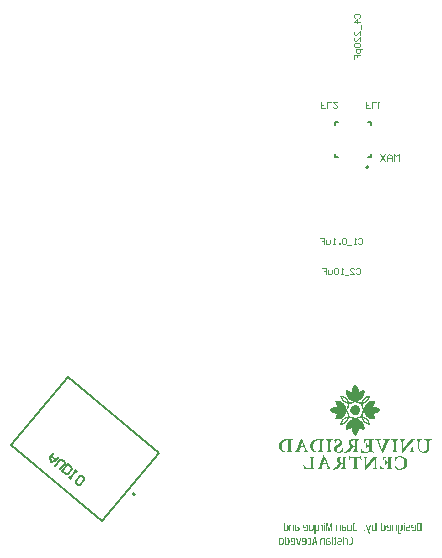
<source format=gbr>
%TF.GenerationSoftware,Altium Limited,Altium Designer,20.0.13 (296)*%
G04 Layer_Color=32896*
%FSLAX45Y45*%
%MOMM*%
%TF.FileFunction,Legend,Bot*%
%TF.Part,Single*%
G01*
G75*
%TA.AperFunction,NonConductor*%
%ADD65C,0.20000*%
%ADD66C,0.12700*%
%ADD67C,0.10000*%
G36*
X10562354Y6913790D02*
X10565082D01*
Y6911062D01*
X10567810D01*
Y6908334D01*
X10570538D01*
Y6905606D01*
Y6902877D01*
X10573266D01*
Y6900150D01*
X10575995D01*
Y6897421D01*
X10578723D01*
Y6894693D01*
Y6891965D01*
X10581451D01*
Y6889237D01*
Y6886508D01*
X10584179D01*
Y6883780D01*
Y6881052D01*
Y6878324D01*
X10586907D01*
Y6875596D01*
Y6872868D01*
Y6870139D01*
Y6867411D01*
Y6864683D01*
X10589635D01*
Y6861955D01*
Y6859227D01*
Y6856499D01*
Y6853770D01*
X10592364D01*
Y6856499D01*
X10597820D01*
Y6859227D01*
X10603276D01*
Y6861955D01*
X10608733D01*
Y6864683D01*
X10619646D01*
Y6867411D01*
X10636015D01*
Y6864683D01*
X10638743D01*
Y6861955D01*
Y6859227D01*
Y6856499D01*
Y6853770D01*
Y6851042D01*
Y6848314D01*
Y6845586D01*
Y6842858D01*
X10636015D01*
Y6840129D01*
Y6837401D01*
Y6834673D01*
Y6831945D01*
X10633286D01*
Y6829217D01*
Y6826488D01*
Y6823760D01*
X10630558D01*
Y6821032D01*
Y6818304D01*
X10627830D01*
Y6815576D01*
Y6812847D01*
X10625102D01*
Y6810119D01*
Y6807391D01*
X10622373D01*
Y6804663D01*
X10619646D01*
Y6801935D01*
X10616917D01*
Y6799206D01*
X10614189D01*
Y6796478D01*
X10611461D01*
Y6793750D01*
X10608733D01*
Y6791022D01*
X10606004D01*
Y6788294D01*
X10600548D01*
Y6785566D01*
X10595092D01*
Y6782837D01*
X10589635D01*
Y6780109D01*
X10581451D01*
Y6777381D01*
X10575995D01*
Y6774653D01*
X10578723D01*
Y6771925D01*
X10584179D01*
Y6769197D01*
X10589635D01*
Y6766468D01*
X10614189D01*
Y6769197D01*
Y6771925D01*
X10616917D01*
Y6774653D01*
Y6777381D01*
Y6780109D01*
X10619646D01*
Y6782837D01*
Y6785566D01*
X10622373D01*
Y6788294D01*
Y6791022D01*
X10625102D01*
Y6793750D01*
X10627830D01*
Y6796478D01*
Y6799206D01*
X10630558D01*
Y6801935D01*
X10633286D01*
Y6804663D01*
X10636015D01*
Y6807391D01*
X10638743D01*
Y6810119D01*
X10644199D01*
Y6812847D01*
X10646927D01*
Y6815576D01*
X10652384D01*
Y6818304D01*
X10657840D01*
Y6821032D01*
X10666024D01*
Y6823760D01*
X10682394D01*
Y6821032D01*
Y6818304D01*
Y6815576D01*
Y6812847D01*
Y6810119D01*
Y6807391D01*
X10679665D01*
Y6804663D01*
Y6801935D01*
Y6799206D01*
X10676937D01*
Y6796478D01*
Y6793750D01*
X10674209D01*
Y6791022D01*
Y6788294D01*
X10671481D01*
Y6785566D01*
X10668753D01*
Y6782837D01*
Y6780109D01*
X10666024D01*
Y6777381D01*
X10663296D01*
Y6774653D01*
X10660568D01*
Y6771925D01*
X10657840D01*
Y6769197D01*
X10652384D01*
Y6766468D01*
X10649655D01*
Y6763740D01*
X10644199D01*
Y6761012D01*
X10638743D01*
Y6758284D01*
X10630558D01*
Y6755555D01*
X10625102D01*
Y6752827D01*
X10622373D01*
Y6750099D01*
Y6747371D01*
Y6744643D01*
X10625102D01*
Y6741915D01*
Y6739186D01*
Y6736458D01*
Y6733730D01*
Y6731002D01*
X10627830D01*
Y6728274D01*
Y6725546D01*
Y6722817D01*
X10630558D01*
Y6720089D01*
Y6717361D01*
X10636015D01*
Y6720089D01*
Y6722817D01*
Y6725546D01*
X10638743D01*
Y6728274D01*
Y6731002D01*
Y6733730D01*
X10641471D01*
Y6736458D01*
Y6739186D01*
X10644199D01*
Y6741915D01*
Y6744643D01*
X10646927D01*
Y6747371D01*
X10649655D01*
Y6750099D01*
X10652384D01*
Y6752827D01*
X10655112D01*
Y6755555D01*
Y6758284D01*
X10660568D01*
Y6761012D01*
X10663296D01*
Y6763740D01*
X10666024D01*
Y6766468D01*
X10668753D01*
Y6769197D01*
X10674209D01*
Y6771925D01*
X10679665D01*
Y6774653D01*
X10687850D01*
Y6777381D01*
X10698763D01*
Y6780109D01*
X10723317D01*
Y6777381D01*
X10726045D01*
Y6774653D01*
Y6771925D01*
Y6769197D01*
Y6766468D01*
Y6763740D01*
X10723317D01*
Y6761012D01*
Y6758284D01*
Y6755555D01*
Y6752827D01*
X10720588D01*
Y6750099D01*
Y6747371D01*
X10717860D01*
Y6744643D01*
Y6741915D01*
X10715132D01*
Y6739186D01*
Y6736458D01*
X10712404D01*
Y6733730D01*
X10709676D01*
Y6731002D01*
X10726045D01*
Y6728274D01*
X10736957D01*
Y6725546D01*
X10745142D01*
Y6722817D01*
X10750598D01*
Y6720089D01*
X10756055D01*
Y6717361D01*
X10758783D01*
Y6714633D01*
X10764239D01*
Y6711905D01*
X10766968D01*
Y6709176D01*
X10769696D01*
Y6706448D01*
X10772424D01*
Y6703720D01*
X10775152D01*
Y6700992D01*
Y6698264D01*
X10772424D01*
Y6695536D01*
X10769696D01*
Y6692807D01*
X10766968D01*
Y6690079D01*
X10764239D01*
Y6687351D01*
X10758783D01*
Y6684623D01*
X10756055D01*
Y6681894D01*
X10750598D01*
Y6679166D01*
X10745142D01*
Y6676438D01*
X10736957D01*
Y6673710D01*
X10726045D01*
Y6670982D01*
X10709676D01*
Y6668254D01*
X10712404D01*
Y6665525D01*
X10715132D01*
Y6662797D01*
Y6660069D01*
X10717860D01*
Y6657341D01*
Y6654613D01*
X10720588D01*
Y6651885D01*
Y6649156D01*
X10723317D01*
Y6646428D01*
Y6643700D01*
Y6640972D01*
Y6638244D01*
X10726045D01*
Y6635515D01*
Y6632787D01*
Y6630059D01*
Y6627331D01*
Y6624603D01*
Y6621874D01*
X10698763D01*
Y6624603D01*
X10687850D01*
Y6627331D01*
X10679665D01*
Y6630059D01*
X10674209D01*
Y6632787D01*
X10668753D01*
Y6635515D01*
X10666024D01*
Y6638244D01*
X10663296D01*
Y6640972D01*
X10657840D01*
Y6643700D01*
X10655112D01*
Y6646428D01*
X10652384D01*
Y6649156D01*
Y6651885D01*
X10649655D01*
Y6654613D01*
X10646927D01*
Y6657341D01*
X10644199D01*
Y6660069D01*
Y6662797D01*
X10641471D01*
Y6665525D01*
Y6668254D01*
X10638743D01*
Y6670982D01*
Y6673710D01*
Y6676438D01*
X10636015D01*
Y6679166D01*
Y6681894D01*
Y6684623D01*
X10630558D01*
Y6681894D01*
Y6679166D01*
X10627830D01*
Y6676438D01*
Y6673710D01*
X10625102D01*
Y6670982D01*
Y6668254D01*
Y6665525D01*
Y6662797D01*
Y6660069D01*
X10622373D01*
Y6657341D01*
Y6654613D01*
Y6651885D01*
Y6649156D01*
Y6646428D01*
X10630558D01*
Y6643700D01*
X10638743D01*
Y6640972D01*
X10644199D01*
Y6638244D01*
X10649655D01*
Y6635515D01*
X10652384D01*
Y6632787D01*
X10655112D01*
Y6630059D01*
X10660568D01*
Y6627331D01*
X10663296D01*
Y6624603D01*
Y6621874D01*
X10666024D01*
Y6619146D01*
X10668753D01*
Y6616418D01*
X10671481D01*
Y6613690D01*
Y6610962D01*
X10674209D01*
Y6608234D01*
X10676937D01*
Y6605505D01*
Y6602777D01*
Y6600049D01*
X10679665D01*
Y6597321D01*
Y6594593D01*
Y6591864D01*
X10682394D01*
Y6589136D01*
Y6586408D01*
Y6583680D01*
Y6580952D01*
Y6578223D01*
X10666024D01*
Y6580952D01*
X10657840D01*
Y6583680D01*
X10652384D01*
Y6586408D01*
X10646927D01*
Y6589136D01*
X10641471D01*
Y6591864D01*
X10638743D01*
Y6594593D01*
X10636015D01*
Y6597321D01*
X10633286D01*
Y6600049D01*
X10630558D01*
Y6602777D01*
X10627830D01*
Y6605505D01*
X10625102D01*
Y6608234D01*
Y6610962D01*
X10622373D01*
Y6613690D01*
X10619646D01*
Y6616418D01*
Y6619146D01*
X10616917D01*
Y6621874D01*
Y6624603D01*
Y6627331D01*
X10614189D01*
Y6630059D01*
Y6632787D01*
Y6635515D01*
X10589635D01*
Y6632787D01*
X10584179D01*
Y6630059D01*
X10578723D01*
Y6627331D01*
X10573266D01*
Y6624603D01*
X10581451D01*
Y6621874D01*
X10589635D01*
Y6619146D01*
X10595092D01*
Y6616418D01*
X10600548D01*
Y6613690D01*
X10603276D01*
Y6610962D01*
X10608733D01*
Y6608234D01*
X10611461D01*
Y6605505D01*
X10614189D01*
Y6602777D01*
X10616917D01*
Y6600049D01*
X10619646D01*
Y6597321D01*
X10622373D01*
Y6594593D01*
Y6591864D01*
X10625102D01*
Y6589136D01*
X10627830D01*
Y6586408D01*
Y6583680D01*
X10630558D01*
Y6580952D01*
Y6578223D01*
X10633286D01*
Y6575495D01*
Y6572767D01*
Y6570039D01*
X10636015D01*
Y6567311D01*
Y6564583D01*
Y6561854D01*
Y6559126D01*
Y6556398D01*
X10638743D01*
Y6553670D01*
Y6550942D01*
Y6548213D01*
Y6545485D01*
Y6542757D01*
Y6540029D01*
X10636015D01*
Y6537301D01*
Y6534572D01*
Y6531844D01*
X10630558D01*
Y6534572D01*
X10616917D01*
Y6537301D01*
X10608733D01*
Y6540029D01*
X10600548D01*
Y6542757D01*
X10597820D01*
Y6545485D01*
X10592364D01*
Y6548213D01*
X10589635D01*
Y6545485D01*
Y6542757D01*
Y6540029D01*
X10586907D01*
Y6537301D01*
Y6534572D01*
Y6531844D01*
Y6529116D01*
Y6526388D01*
X10584179D01*
Y6523660D01*
Y6520932D01*
Y6518203D01*
Y6515475D01*
X10581451D01*
Y6512747D01*
Y6510019D01*
X10578723D01*
Y6507291D01*
Y6504563D01*
X10575995D01*
Y6501834D01*
X10573266D01*
Y6499106D01*
Y6496378D01*
X10570538D01*
Y6493650D01*
X10567810D01*
Y6490921D01*
X10565082D01*
Y6488193D01*
X10562354D01*
Y6485465D01*
X10556897D01*
Y6488193D01*
X10551441D01*
Y6490921D01*
X10548713D01*
Y6493650D01*
Y6496378D01*
X10545984D01*
Y6499106D01*
X10543256D01*
Y6501834D01*
X10540528D01*
Y6504563D01*
Y6507291D01*
X10537800D01*
Y6510019D01*
Y6512747D01*
X10535072D01*
Y6515475D01*
Y6518203D01*
X10532343D01*
Y6520932D01*
Y6523660D01*
Y6526388D01*
Y6529116D01*
X10529615D01*
Y6531844D01*
Y6534572D01*
Y6537301D01*
Y6540029D01*
Y6542757D01*
Y6545485D01*
Y6548213D01*
X10524159D01*
Y6545485D01*
X10521431D01*
Y6542757D01*
X10515974D01*
Y6540029D01*
X10507790D01*
Y6537301D01*
X10499605D01*
Y6534572D01*
X10485964D01*
Y6531844D01*
X10480508D01*
Y6534572D01*
Y6537301D01*
Y6540029D01*
Y6542757D01*
Y6545485D01*
Y6548213D01*
Y6550942D01*
Y6553670D01*
Y6556398D01*
Y6559126D01*
Y6561854D01*
Y6564583D01*
X10483236D01*
Y6567311D01*
Y6570039D01*
Y6572767D01*
Y6575495D01*
X10485964D01*
Y6578223D01*
Y6580952D01*
X10488693D01*
Y6583680D01*
Y6586408D01*
X10491421D01*
Y6589136D01*
Y6591864D01*
X10494149D01*
Y6594593D01*
X10496877D01*
Y6597321D01*
X10499605D01*
Y6600049D01*
X10502333D01*
Y6602777D01*
X10505062D01*
Y6605505D01*
X10507790D01*
Y6608234D01*
X10510518D01*
Y6610962D01*
X10513246D01*
Y6613690D01*
X10518703D01*
Y6616418D01*
X10524159D01*
Y6619146D01*
X10529615D01*
Y6621874D01*
X10537800D01*
Y6624603D01*
X10543256D01*
Y6627331D01*
X10540528D01*
Y6630059D01*
X10535072D01*
Y6632787D01*
X10526887D01*
Y6635515D01*
X10505062D01*
Y6632787D01*
X10502333D01*
Y6630059D01*
Y6627331D01*
Y6624603D01*
X10499605D01*
Y6621874D01*
Y6619146D01*
X10496877D01*
Y6616418D01*
Y6613690D01*
X10494149D01*
Y6610962D01*
Y6608234D01*
X10491421D01*
Y6605505D01*
X10488693D01*
Y6602777D01*
X10485964D01*
Y6600049D01*
X10483236D01*
Y6597321D01*
X10480508D01*
Y6594593D01*
X10477780D01*
Y6591864D01*
X10475052D01*
Y6589136D01*
X10469595D01*
Y6586408D01*
X10466867D01*
Y6583680D01*
X10461411D01*
Y6580952D01*
X10453226D01*
Y6578223D01*
X10442313D01*
Y6575495D01*
X10439585D01*
Y6578223D01*
X10434129D01*
Y6580952D01*
Y6583680D01*
Y6586408D01*
Y6589136D01*
X10436857D01*
Y6591864D01*
Y6594593D01*
Y6597321D01*
Y6600049D01*
X10439585D01*
Y6602777D01*
Y6605505D01*
X10442313D01*
Y6608234D01*
Y6610962D01*
X10445041D01*
Y6613690D01*
Y6616418D01*
X10447770D01*
Y6619146D01*
X10450498D01*
Y6621874D01*
X10453226D01*
Y6624603D01*
X10455954D01*
Y6627331D01*
X10458682D01*
Y6630059D01*
X10461411D01*
Y6632787D01*
X10464139D01*
Y6635515D01*
X10469595D01*
Y6638244D01*
X10472323D01*
Y6640972D01*
X10480508D01*
Y6643700D01*
X10485964D01*
Y6646428D01*
X10494149D01*
Y6649156D01*
Y6651885D01*
Y6654613D01*
Y6657341D01*
Y6660069D01*
Y6662797D01*
Y6665525D01*
X10491421D01*
Y6668254D01*
Y6670982D01*
Y6673710D01*
X10488693D01*
Y6676438D01*
Y6679166D01*
Y6681894D01*
X10485964D01*
Y6684623D01*
X10483236D01*
Y6681894D01*
X10480508D01*
Y6679166D01*
Y6676438D01*
Y6673710D01*
Y6670982D01*
X10477780D01*
Y6668254D01*
Y6665525D01*
X10475052D01*
Y6662797D01*
Y6660069D01*
X10472323D01*
Y6657341D01*
X10469595D01*
Y6654613D01*
Y6651885D01*
X10466867D01*
Y6649156D01*
X10464139D01*
Y6646428D01*
X10461411D01*
Y6643700D01*
X10458682D01*
Y6640972D01*
X10455954D01*
Y6638244D01*
X10453226D01*
Y6635515D01*
X10447770D01*
Y6632787D01*
X10445041D01*
Y6630059D01*
X10439585D01*
Y6627331D01*
X10431401D01*
Y6624603D01*
X10423216D01*
Y6621874D01*
X10390478D01*
Y6624603D01*
Y6627331D01*
Y6630059D01*
Y6632787D01*
X10393206D01*
Y6635515D01*
Y6638244D01*
Y6640972D01*
Y6643700D01*
X10395934D01*
Y6646428D01*
Y6649156D01*
Y6651885D01*
X10398662D01*
Y6654613D01*
Y6657341D01*
X10401390D01*
Y6660069D01*
Y6662797D01*
X10404119D01*
Y6665525D01*
Y6668254D01*
X10406847D01*
Y6670982D01*
X10387750D01*
Y6673710D01*
X10379565D01*
Y6676438D01*
X10371381D01*
Y6679166D01*
X10365924D01*
Y6681894D01*
X10360468D01*
Y6684623D01*
X10357740D01*
Y6687351D01*
X10355012D01*
Y6690079D01*
X10349555D01*
Y6692807D01*
X10346827D01*
Y6695536D01*
X10344099D01*
Y6698264D01*
Y6700992D01*
Y6703720D01*
X10346827D01*
Y6706448D01*
X10349555D01*
Y6709176D01*
X10352283D01*
Y6711905D01*
X10355012D01*
Y6714633D01*
X10357740D01*
Y6717361D01*
X10363196D01*
Y6720089D01*
X10368652D01*
Y6722817D01*
X10374109D01*
Y6725546D01*
X10382293D01*
Y6728274D01*
X10393206D01*
Y6731002D01*
X10406847D01*
Y6733730D01*
X10404119D01*
Y6736458D01*
Y6739186D01*
X10401390D01*
Y6741915D01*
X10398662D01*
Y6744643D01*
Y6747371D01*
Y6750099D01*
X10395934D01*
Y6752827D01*
Y6755555D01*
X10393206D01*
Y6758284D01*
Y6761012D01*
Y6763740D01*
Y6766468D01*
Y6769197D01*
X10390478D01*
Y6771925D01*
Y6774653D01*
Y6777381D01*
X10395934D01*
Y6780109D01*
X10415031D01*
Y6777381D01*
X10428672D01*
Y6774653D01*
X10436857D01*
Y6771925D01*
X10442313D01*
Y6769197D01*
X10447770D01*
Y6766468D01*
X10450498D01*
Y6763740D01*
X10455954D01*
Y6761012D01*
X10458682D01*
Y6758284D01*
X10461411D01*
Y6755555D01*
X10464139D01*
Y6752827D01*
X10466867D01*
Y6750099D01*
Y6747371D01*
X10469595D01*
Y6744643D01*
X10472323D01*
Y6741915D01*
Y6739186D01*
X10475052D01*
Y6736458D01*
X10477780D01*
Y6733730D01*
Y6731002D01*
Y6728274D01*
X10480508D01*
Y6725546D01*
Y6722817D01*
Y6720089D01*
X10483236D01*
Y6717361D01*
Y6714633D01*
X10485964D01*
Y6717361D01*
Y6720089D01*
X10488693D01*
Y6722817D01*
Y6725546D01*
X10491421D01*
Y6728274D01*
Y6731002D01*
Y6733730D01*
X10494149D01*
Y6736458D01*
Y6739186D01*
Y6741915D01*
Y6744643D01*
Y6747371D01*
Y6750099D01*
Y6752827D01*
Y6755555D01*
X10488693D01*
Y6758284D01*
X10480508D01*
Y6761012D01*
X10475052D01*
Y6763740D01*
X10469595D01*
Y6766468D01*
X10464139D01*
Y6769197D01*
X10461411D01*
Y6771925D01*
X10458682D01*
Y6774653D01*
X10455954D01*
Y6777381D01*
X10453226D01*
Y6780109D01*
X10450498D01*
Y6782837D01*
X10447770D01*
Y6785566D01*
Y6788294D01*
X10445041D01*
Y6791022D01*
Y6793750D01*
X10442313D01*
Y6796478D01*
Y6799206D01*
X10439585D01*
Y6801935D01*
Y6804663D01*
X10436857D01*
Y6807391D01*
Y6810119D01*
Y6812847D01*
Y6815576D01*
X10434129D01*
Y6818304D01*
Y6821032D01*
X10436857D01*
Y6823760D01*
X10453226D01*
Y6821032D01*
X10461411D01*
Y6818304D01*
X10466867D01*
Y6815576D01*
X10472323D01*
Y6812847D01*
X10475052D01*
Y6810119D01*
X10477780D01*
Y6807391D01*
X10483236D01*
Y6804663D01*
X10485964D01*
Y6801935D01*
X10488693D01*
Y6799206D01*
Y6796478D01*
X10491421D01*
Y6793750D01*
X10494149D01*
Y6791022D01*
X10496877D01*
Y6788294D01*
Y6785566D01*
X10499605D01*
Y6782837D01*
Y6780109D01*
X10502333D01*
Y6777381D01*
Y6774653D01*
Y6771925D01*
X10505062D01*
Y6769197D01*
Y6766468D01*
X10529615D01*
Y6769197D01*
X10535072D01*
Y6771925D01*
X10540528D01*
Y6774653D01*
X10543256D01*
Y6777381D01*
X10535072D01*
Y6780109D01*
X10526887D01*
Y6782837D01*
X10521431D01*
Y6785566D01*
X10515974D01*
Y6788294D01*
X10513246D01*
Y6791022D01*
X10510518D01*
Y6793750D01*
X10505062D01*
Y6796478D01*
X10502333D01*
Y6799206D01*
X10499605D01*
Y6801935D01*
Y6804663D01*
X10496877D01*
Y6807391D01*
X10494149D01*
Y6810119D01*
X10491421D01*
Y6812847D01*
Y6815576D01*
X10488693D01*
Y6818304D01*
Y6821032D01*
X10485964D01*
Y6823760D01*
Y6826488D01*
Y6829217D01*
X10483236D01*
Y6831945D01*
Y6834673D01*
Y6837401D01*
X10480508D01*
Y6840129D01*
Y6842858D01*
Y6845586D01*
Y6848314D01*
Y6851042D01*
Y6853770D01*
Y6856499D01*
Y6859227D01*
Y6861955D01*
Y6864683D01*
Y6867411D01*
X10499605D01*
Y6864683D01*
X10507790D01*
Y6861955D01*
X10513246D01*
Y6859227D01*
X10518703D01*
Y6856499D01*
X10524159D01*
Y6853770D01*
X10529615D01*
Y6856499D01*
Y6859227D01*
Y6861955D01*
Y6864683D01*
Y6867411D01*
Y6870139D01*
Y6872868D01*
X10532343D01*
Y6875596D01*
Y6878324D01*
Y6881052D01*
X10535072D01*
Y6883780D01*
Y6886508D01*
Y6889237D01*
X10537800D01*
Y6891965D01*
Y6894693D01*
X10540528D01*
Y6897421D01*
X10543256D01*
Y6900150D01*
Y6902877D01*
X10545984D01*
Y6905606D01*
X10548713D01*
Y6908334D01*
X10551441D01*
Y6911062D01*
X10554169D01*
Y6913790D01*
X10556897D01*
Y6916519D01*
X10562354D01*
Y6913790D01*
D02*
G37*
G36*
X10717860Y6449999D02*
Y6447271D01*
X10712404D01*
Y6444542D01*
X10704219D01*
Y6441814D01*
X10701491D01*
Y6439086D01*
Y6436358D01*
Y6433629D01*
X10698763D01*
Y6430902D01*
Y6428173D01*
Y6425445D01*
Y6422717D01*
Y6419989D01*
Y6417260D01*
Y6414532D01*
Y6411804D01*
Y6409076D01*
Y6406348D01*
Y6403620D01*
Y6400891D01*
Y6398163D01*
Y6395435D01*
Y6392707D01*
Y6389979D01*
Y6387250D01*
Y6384522D01*
Y6381794D01*
Y6379066D01*
Y6376338D01*
Y6373610D01*
Y6370881D01*
Y6368153D01*
Y6365425D01*
Y6362697D01*
X10701491D01*
Y6359969D01*
Y6357240D01*
Y6354512D01*
X10704219D01*
Y6351784D01*
X10706947D01*
Y6349056D01*
X10712404D01*
Y6346328D01*
X10717860D01*
Y6343599D01*
Y6340871D01*
X10709676D01*
Y6343599D01*
X10663296D01*
Y6340871D01*
X10611461D01*
Y6343599D01*
X10608733D01*
Y6346328D01*
Y6349056D01*
Y6351784D01*
Y6354512D01*
Y6357240D01*
X10606004D01*
Y6359969D01*
Y6362697D01*
Y6365425D01*
Y6368153D01*
Y6370881D01*
Y6373610D01*
Y6376338D01*
Y6379066D01*
X10611461D01*
Y6376338D01*
Y6373610D01*
Y6370881D01*
X10614189D01*
Y6368153D01*
Y6365425D01*
X10616917D01*
Y6362697D01*
Y6359969D01*
X10619646D01*
Y6357240D01*
X10622373D01*
Y6354512D01*
X10627830D01*
Y6351784D01*
X10633286D01*
Y6349056D01*
X10668753D01*
Y6351784D01*
X10674209D01*
Y6354512D01*
X10676937D01*
Y6357240D01*
Y6359969D01*
Y6362697D01*
Y6365425D01*
Y6368153D01*
Y6370881D01*
Y6373610D01*
Y6376338D01*
Y6379066D01*
Y6381794D01*
Y6384522D01*
Y6387250D01*
Y6389979D01*
Y6392707D01*
Y6395435D01*
X10674209D01*
Y6392707D01*
X10663296D01*
Y6389979D01*
X10660568D01*
Y6387250D01*
Y6384522D01*
X10657840D01*
Y6381794D01*
Y6379066D01*
X10652384D01*
Y6381794D01*
Y6384522D01*
Y6387250D01*
Y6389979D01*
Y6392707D01*
Y6395435D01*
Y6398163D01*
Y6400891D01*
Y6403620D01*
Y6406348D01*
Y6409076D01*
Y6411804D01*
Y6414532D01*
Y6417260D01*
Y6419989D01*
X10657840D01*
Y6417260D01*
Y6414532D01*
Y6411804D01*
X10660568D01*
Y6409076D01*
X10663296D01*
Y6406348D01*
X10671481D01*
Y6403620D01*
X10676937D01*
Y6406348D01*
Y6409076D01*
Y6411804D01*
Y6414532D01*
Y6417260D01*
Y6419989D01*
Y6422717D01*
Y6425445D01*
Y6428173D01*
Y6430902D01*
Y6433629D01*
Y6436358D01*
Y6439086D01*
Y6441814D01*
Y6444542D01*
X10652384D01*
Y6441814D01*
X10646927D01*
Y6439086D01*
X10644199D01*
Y6436358D01*
X10641471D01*
Y6433629D01*
Y6430902D01*
Y6428173D01*
X10638743D01*
Y6425445D01*
Y6422717D01*
X10636015D01*
Y6425445D01*
X10633286D01*
Y6428173D01*
Y6430902D01*
Y6433629D01*
Y6436358D01*
Y6439086D01*
Y6441814D01*
Y6444542D01*
Y6447271D01*
Y6449999D01*
Y6452727D01*
X10717860D01*
Y6449999D01*
D02*
G37*
G36*
X11064340D02*
Y6447271D01*
X11058883D01*
Y6444542D01*
X11050699D01*
Y6441814D01*
X11047971D01*
Y6439086D01*
X11045243D01*
Y6436358D01*
Y6433629D01*
Y6430902D01*
X11042514D01*
Y6428173D01*
Y6425445D01*
Y6422717D01*
Y6419989D01*
Y6417260D01*
Y6414532D01*
Y6411804D01*
Y6409076D01*
Y6406348D01*
Y6403620D01*
Y6400891D01*
Y6398163D01*
Y6395435D01*
Y6392707D01*
X11045243D01*
Y6389979D01*
Y6387250D01*
Y6384522D01*
Y6381794D01*
Y6379066D01*
Y6376338D01*
Y6373610D01*
Y6370881D01*
Y6368153D01*
Y6365425D01*
Y6362697D01*
Y6359969D01*
X11047971D01*
Y6357240D01*
Y6354512D01*
X11050699D01*
Y6351784D01*
X11053427D01*
Y6349056D01*
X11058883D01*
Y6346328D01*
X11064340D01*
Y6343599D01*
X11015232D01*
Y6340871D01*
X11012504D01*
Y6343599D01*
Y6346328D01*
X11015232D01*
Y6349056D01*
X11023417D01*
Y6351784D01*
X11028873D01*
Y6354512D01*
X11031602D01*
Y6357240D01*
X11034330D01*
Y6359969D01*
Y6362697D01*
Y6365425D01*
Y6368153D01*
Y6370881D01*
Y6373610D01*
Y6376338D01*
X11037058D01*
Y6379066D01*
Y6381794D01*
Y6384522D01*
Y6387250D01*
Y6389979D01*
Y6392707D01*
Y6395435D01*
Y6398163D01*
Y6400891D01*
Y6403620D01*
Y6406348D01*
Y6409076D01*
Y6411804D01*
Y6414532D01*
Y6417260D01*
Y6419989D01*
Y6422717D01*
X11034330D01*
Y6419989D01*
X11031602D01*
Y6417260D01*
X11028873D01*
Y6414532D01*
X11026145D01*
Y6411804D01*
X11023417D01*
Y6409076D01*
X11020689D01*
Y6406348D01*
X11017961D01*
Y6403620D01*
X11015232D01*
Y6400891D01*
X11012504D01*
Y6398163D01*
Y6395435D01*
X11009776D01*
Y6392707D01*
X11007048D01*
Y6389979D01*
X11004320D01*
Y6387250D01*
X11001591D01*
Y6384522D01*
X10998863D01*
Y6381794D01*
X10996135D01*
Y6379066D01*
X10993407D01*
Y6376338D01*
X10990679D01*
Y6373610D01*
X10987951D01*
Y6370881D01*
X10985222D01*
Y6368153D01*
Y6365425D01*
X10982494D01*
Y6362697D01*
X10979766D01*
Y6359969D01*
X10977038D01*
Y6357240D01*
X10974310D01*
Y6354512D01*
X10971581D01*
Y6351784D01*
X10968853D01*
Y6349056D01*
X10966125D01*
Y6346328D01*
X10963397D01*
Y6343599D01*
Y6340871D01*
X10960669D01*
Y6338143D01*
X10955212D01*
Y6340871D01*
X10952484D01*
Y6343599D01*
Y6346328D01*
Y6349056D01*
Y6351784D01*
Y6354512D01*
Y6357240D01*
Y6359969D01*
Y6362697D01*
Y6365425D01*
Y6368153D01*
Y6370881D01*
Y6373610D01*
Y6376338D01*
Y6379066D01*
Y6381794D01*
Y6384522D01*
Y6387250D01*
Y6389979D01*
Y6392707D01*
Y6395435D01*
Y6398163D01*
Y6400891D01*
Y6403620D01*
Y6406348D01*
Y6409076D01*
Y6411804D01*
Y6414532D01*
Y6417260D01*
Y6419989D01*
Y6422717D01*
Y6425445D01*
Y6428173D01*
X10949756D01*
Y6430902D01*
Y6433629D01*
Y6436358D01*
Y6439086D01*
Y6441814D01*
X10947028D01*
Y6444542D01*
X10941571D01*
Y6447271D01*
X10936115D01*
Y6449999D01*
Y6452727D01*
X10982494D01*
Y6449999D01*
Y6447271D01*
X10974310D01*
Y6444542D01*
X10968853D01*
Y6441814D01*
X10966125D01*
Y6439086D01*
X10963397D01*
Y6436358D01*
Y6433629D01*
X10960669D01*
Y6430902D01*
Y6428173D01*
Y6425445D01*
Y6422717D01*
Y6419989D01*
Y6417260D01*
Y6414532D01*
Y6411804D01*
Y6409076D01*
Y6406348D01*
Y6403620D01*
Y6400891D01*
Y6398163D01*
Y6395435D01*
Y6392707D01*
Y6389979D01*
Y6387250D01*
Y6384522D01*
Y6381794D01*
Y6379066D01*
Y6376338D01*
X10963397D01*
Y6379066D01*
X10966125D01*
Y6381794D01*
X10968853D01*
Y6384522D01*
X10971581D01*
Y6387250D01*
X10974310D01*
Y6389979D01*
X10977038D01*
Y6392707D01*
X10979766D01*
Y6395435D01*
Y6398163D01*
X10982494D01*
Y6400891D01*
X10985222D01*
Y6403620D01*
X10987951D01*
Y6406348D01*
X10990679D01*
Y6409076D01*
X10993407D01*
Y6411804D01*
X10996135D01*
Y6414532D01*
X10998863D01*
Y6417260D01*
X11001591D01*
Y6419989D01*
Y6422717D01*
X11004320D01*
Y6425445D01*
X11007048D01*
Y6428173D01*
X11009776D01*
Y6430902D01*
X11012504D01*
Y6433629D01*
X11015232D01*
Y6436358D01*
X11017961D01*
Y6439086D01*
Y6441814D01*
X11020689D01*
Y6444542D01*
X11023417D01*
Y6447271D01*
X11026145D01*
Y6449999D01*
X11028873D01*
Y6452727D01*
X11064340D01*
Y6449999D01*
D02*
G37*
G36*
X10851541D02*
Y6447271D01*
X10846085D01*
Y6444542D01*
X10843357D01*
Y6441814D01*
X10840629D01*
Y6439086D01*
X10837900D01*
Y6436358D01*
X10835172D01*
Y6433629D01*
Y6430902D01*
X10832444D01*
Y6428173D01*
Y6425445D01*
X10829716D01*
Y6422717D01*
Y6419989D01*
Y6417260D01*
X10826987D01*
Y6414532D01*
Y6411804D01*
X10824260D01*
Y6409076D01*
Y6406348D01*
X10821531D01*
Y6403620D01*
Y6400891D01*
Y6398163D01*
X10818803D01*
Y6395435D01*
Y6392707D01*
X10816075D01*
Y6389979D01*
Y6387250D01*
Y6384522D01*
X10813347D01*
Y6381794D01*
Y6379066D01*
X10810618D01*
Y6376338D01*
Y6373610D01*
X10807890D01*
Y6370881D01*
Y6368153D01*
Y6365425D01*
X10805162D01*
Y6362697D01*
Y6359969D01*
X10802434D01*
Y6357240D01*
Y6354512D01*
Y6351784D01*
X10799706D01*
Y6349056D01*
Y6346328D01*
X10796978D01*
Y6343599D01*
Y6340871D01*
X10794249D01*
Y6338143D01*
X10788793D01*
Y6340871D01*
X10786065D01*
Y6343599D01*
Y6346328D01*
X10783337D01*
Y6349056D01*
Y6351784D01*
X10780608D01*
Y6354512D01*
Y6357240D01*
Y6359969D01*
X10777880D01*
Y6362697D01*
Y6365425D01*
X10775152D01*
Y6368153D01*
Y6370881D01*
X10772424D01*
Y6373610D01*
Y6376338D01*
Y6379066D01*
X10769696D01*
Y6381794D01*
Y6384522D01*
X10766968D01*
Y6387250D01*
Y6389979D01*
Y6392707D01*
X10764239D01*
Y6395435D01*
Y6398163D01*
X10761511D01*
Y6400891D01*
Y6403620D01*
X10758783D01*
Y6406348D01*
Y6409076D01*
Y6411804D01*
X10756055D01*
Y6414532D01*
Y6417260D01*
X10753326D01*
Y6419989D01*
Y6422717D01*
X10750598D01*
Y6425445D01*
Y6428173D01*
Y6430902D01*
X10747870D01*
Y6433629D01*
Y6436358D01*
X10745142D01*
Y6439086D01*
X10742414D01*
Y6441814D01*
X10739686D01*
Y6444542D01*
X10734229D01*
Y6447271D01*
X10728773D01*
Y6449999D01*
Y6452727D01*
X10777880D01*
Y6449999D01*
Y6447271D01*
X10769696D01*
Y6444542D01*
X10764239D01*
Y6441814D01*
X10761511D01*
Y6439086D01*
Y6436358D01*
Y6433629D01*
Y6430902D01*
Y6428173D01*
X10764239D01*
Y6425445D01*
Y6422717D01*
Y6419989D01*
X10766968D01*
Y6417260D01*
Y6414532D01*
Y6411804D01*
X10769696D01*
Y6409076D01*
Y6406348D01*
Y6403620D01*
X10772424D01*
Y6400891D01*
Y6398163D01*
Y6395435D01*
X10775152D01*
Y6392707D01*
Y6389979D01*
Y6387250D01*
X10777880D01*
Y6384522D01*
Y6381794D01*
Y6379066D01*
X10780608D01*
Y6376338D01*
Y6373610D01*
X10783337D01*
Y6370881D01*
Y6368153D01*
X10786065D01*
Y6370881D01*
Y6373610D01*
X10788793D01*
Y6376338D01*
Y6379066D01*
Y6381794D01*
X10791521D01*
Y6384522D01*
Y6387250D01*
Y6389979D01*
X10794249D01*
Y6392707D01*
Y6395435D01*
X10796978D01*
Y6398163D01*
Y6400891D01*
Y6403620D01*
X10799706D01*
Y6406348D01*
Y6409076D01*
X10802434D01*
Y6411804D01*
Y6414532D01*
Y6417260D01*
X10805162D01*
Y6419989D01*
Y6422717D01*
X10807890D01*
Y6425445D01*
Y6428173D01*
Y6430902D01*
X10810618D01*
Y6433629D01*
Y6436358D01*
Y6439086D01*
Y6441814D01*
X10807890D01*
Y6444542D01*
X10802434D01*
Y6447271D01*
X10796978D01*
Y6449999D01*
Y6452727D01*
X10851541D01*
Y6449999D01*
D02*
G37*
G36*
X11206205D02*
Y6447271D01*
X11198021D01*
Y6444542D01*
X11192565D01*
Y6441814D01*
X11189836D01*
Y6439086D01*
X11187108D01*
Y6436358D01*
Y6433629D01*
Y6430902D01*
Y6428173D01*
Y6425445D01*
Y6422717D01*
Y6419989D01*
Y6417260D01*
Y6414532D01*
Y6411804D01*
Y6409076D01*
Y6406348D01*
Y6403620D01*
Y6400891D01*
Y6398163D01*
Y6395435D01*
Y6392707D01*
Y6389979D01*
Y6387250D01*
Y6384522D01*
Y6381794D01*
Y6379066D01*
Y6376338D01*
Y6373610D01*
Y6370881D01*
X11184380D01*
Y6368153D01*
Y6365425D01*
Y6362697D01*
Y6359969D01*
X11181652D01*
Y6357240D01*
Y6354512D01*
X11178924D01*
Y6351784D01*
X11176195D01*
Y6349056D01*
X11173467D01*
Y6346328D01*
X11168011D01*
Y6343599D01*
X11162555D01*
Y6340871D01*
X11121632D01*
Y6343599D01*
X11113447D01*
Y6346328D01*
X11110719D01*
Y6349056D01*
X11105263D01*
Y6351784D01*
X11102534D01*
Y6354512D01*
Y6357240D01*
X11099806D01*
Y6359969D01*
Y6362697D01*
X11097078D01*
Y6365425D01*
Y6368153D01*
Y6370881D01*
Y6373610D01*
X11094350D01*
Y6376338D01*
Y6379066D01*
Y6381794D01*
Y6384522D01*
Y6387250D01*
Y6389979D01*
Y6392707D01*
Y6395435D01*
Y6398163D01*
Y6400891D01*
Y6403620D01*
Y6406348D01*
Y6409076D01*
Y6411804D01*
Y6414532D01*
Y6417260D01*
Y6419989D01*
Y6422717D01*
X11091621D01*
Y6425445D01*
Y6428173D01*
Y6430902D01*
Y6433629D01*
Y6436358D01*
Y6439086D01*
X11088893D01*
Y6441814D01*
X11086165D01*
Y6444542D01*
X11083437D01*
Y6447271D01*
X11077981D01*
Y6449999D01*
Y6452727D01*
X11124360D01*
Y6449999D01*
Y6447271D01*
X11116175D01*
Y6444542D01*
X11110719D01*
Y6441814D01*
X11107991D01*
Y6439086D01*
X11105263D01*
Y6436358D01*
Y6433629D01*
Y6430902D01*
X11102534D01*
Y6428173D01*
Y6425445D01*
Y6422717D01*
Y6419989D01*
Y6417260D01*
Y6414532D01*
Y6411804D01*
Y6409076D01*
Y6406348D01*
Y6403620D01*
Y6400891D01*
Y6398163D01*
Y6395435D01*
Y6392707D01*
Y6389979D01*
Y6387250D01*
Y6384522D01*
Y6381794D01*
Y6379066D01*
Y6376338D01*
Y6373610D01*
Y6370881D01*
X11105263D01*
Y6368153D01*
Y6365425D01*
Y6362697D01*
X11107991D01*
Y6359969D01*
X11110719D01*
Y6357240D01*
X11113447D01*
Y6354512D01*
X11116175D01*
Y6351784D01*
X11124360D01*
Y6349056D01*
X11138001D01*
Y6351784D01*
X11146185D01*
Y6354512D01*
X11151642D01*
Y6357240D01*
X11154370D01*
Y6359969D01*
X11157098D01*
Y6362697D01*
X11159826D01*
Y6365425D01*
X11162555D01*
Y6368153D01*
Y6370881D01*
Y6373610D01*
X11165283D01*
Y6376338D01*
Y6379066D01*
Y6381794D01*
Y6384522D01*
Y6387250D01*
Y6389979D01*
Y6392707D01*
Y6395435D01*
Y6398163D01*
Y6400891D01*
Y6403620D01*
Y6406348D01*
Y6409076D01*
Y6411804D01*
Y6414532D01*
Y6417260D01*
Y6419989D01*
Y6422717D01*
Y6425445D01*
Y6428173D01*
Y6430902D01*
Y6433629D01*
X11162555D01*
Y6436358D01*
Y6439086D01*
Y6441814D01*
X11159826D01*
Y6444542D01*
X11151642D01*
Y6447271D01*
X11143457D01*
Y6449999D01*
Y6452727D01*
X11206205D01*
Y6449999D01*
D02*
G37*
G36*
X10592364D02*
Y6447271D01*
X10584179D01*
Y6444542D01*
X10578723D01*
Y6441814D01*
X10575995D01*
Y6439086D01*
Y6436358D01*
Y6433629D01*
Y6430902D01*
X10573266D01*
Y6428173D01*
Y6425445D01*
Y6422717D01*
Y6419989D01*
Y6417260D01*
Y6414532D01*
Y6411804D01*
Y6409076D01*
Y6406348D01*
Y6403620D01*
Y6400891D01*
Y6398163D01*
Y6395435D01*
Y6392707D01*
Y6389979D01*
Y6387250D01*
Y6384522D01*
Y6381794D01*
Y6379066D01*
Y6376338D01*
Y6373610D01*
Y6370881D01*
Y6368153D01*
Y6365425D01*
X10575995D01*
Y6362697D01*
Y6359969D01*
Y6357240D01*
Y6354512D01*
X10578723D01*
Y6351784D01*
X10581451D01*
Y6349056D01*
X10592364D01*
Y6346328D01*
Y6343599D01*
X10529615D01*
Y6346328D01*
Y6349056D01*
X10540528D01*
Y6351784D01*
X10545984D01*
Y6354512D01*
X10548713D01*
Y6357240D01*
X10551441D01*
Y6359969D01*
Y6362697D01*
Y6365425D01*
Y6368153D01*
Y6370881D01*
Y6373610D01*
X10554169D01*
Y6376338D01*
Y6379066D01*
Y6381794D01*
Y6384522D01*
Y6387250D01*
Y6389979D01*
Y6392707D01*
X10543256D01*
Y6389979D01*
X10540528D01*
Y6387250D01*
X10537800D01*
Y6384522D01*
X10535072D01*
Y6381794D01*
Y6379066D01*
X10532343D01*
Y6376338D01*
X10529615D01*
Y6373610D01*
Y6370881D01*
X10526887D01*
Y6368153D01*
Y6365425D01*
X10524159D01*
Y6362697D01*
X10521431D01*
Y6359969D01*
Y6357240D01*
X10518703D01*
Y6354512D01*
X10515974D01*
Y6351784D01*
X10513246D01*
Y6349056D01*
X10510518D01*
Y6346328D01*
X10505062D01*
Y6343599D01*
X10491421D01*
Y6340871D01*
X10466867D01*
Y6343599D01*
Y6346328D01*
X10475052D01*
Y6349056D01*
X10480508D01*
Y6351784D01*
X10483236D01*
Y6354512D01*
X10488693D01*
Y6357240D01*
X10491421D01*
Y6359969D01*
X10494149D01*
Y6362697D01*
X10496877D01*
Y6365425D01*
X10499605D01*
Y6368153D01*
X10502333D01*
Y6370881D01*
Y6373610D01*
X10505062D01*
Y6376338D01*
X10507790D01*
Y6379066D01*
X10510518D01*
Y6381794D01*
Y6384522D01*
X10513246D01*
Y6387250D01*
Y6389979D01*
X10515974D01*
Y6392707D01*
X10518703D01*
Y6395435D01*
Y6398163D01*
Y6400891D01*
X10515974D01*
Y6403620D01*
X10510518D01*
Y6406348D01*
X10507790D01*
Y6409076D01*
X10505062D01*
Y6411804D01*
Y6414532D01*
X10502333D01*
Y6417260D01*
Y6419989D01*
Y6422717D01*
Y6425445D01*
Y6428173D01*
Y6430902D01*
Y6433629D01*
Y6436358D01*
X10505062D01*
Y6439086D01*
Y6441814D01*
X10507790D01*
Y6444542D01*
X10510518D01*
Y6447271D01*
X10515974D01*
Y6449999D01*
X10524159D01*
Y6452727D01*
X10592364D01*
Y6449999D01*
D02*
G37*
G36*
X10371381D02*
Y6447271D01*
X10360468D01*
Y6444542D01*
X10355012D01*
Y6441814D01*
Y6439086D01*
X10352283D01*
Y6436358D01*
Y6433629D01*
Y6430902D01*
Y6428173D01*
X10349555D01*
Y6425445D01*
Y6422717D01*
Y6419989D01*
Y6417260D01*
Y6414532D01*
Y6411804D01*
Y6409076D01*
Y6406348D01*
Y6403620D01*
Y6400891D01*
Y6398163D01*
Y6395435D01*
Y6392707D01*
Y6389979D01*
Y6387250D01*
Y6384522D01*
Y6381794D01*
Y6379066D01*
Y6376338D01*
Y6373610D01*
Y6370881D01*
Y6368153D01*
Y6365425D01*
X10352283D01*
Y6362697D01*
Y6359969D01*
Y6357240D01*
Y6354512D01*
X10355012D01*
Y6351784D01*
X10357740D01*
Y6349056D01*
X10365924D01*
Y6346328D01*
X10371381D01*
Y6343599D01*
X10308632D01*
Y6346328D01*
X10314089D01*
Y6349056D01*
X10322273D01*
Y6351784D01*
X10325001D01*
Y6354512D01*
X10327730D01*
Y6357240D01*
Y6359969D01*
Y6362697D01*
Y6365425D01*
Y6368153D01*
Y6370881D01*
Y6373610D01*
X10330458D01*
Y6376338D01*
Y6379066D01*
Y6381794D01*
Y6384522D01*
Y6387250D01*
Y6389979D01*
Y6392707D01*
Y6395435D01*
Y6398163D01*
Y6400891D01*
Y6403620D01*
Y6406348D01*
Y6409076D01*
Y6411804D01*
Y6414532D01*
Y6417260D01*
Y6419989D01*
Y6422717D01*
X10327730D01*
Y6425445D01*
Y6428173D01*
Y6430902D01*
Y6433629D01*
Y6436358D01*
Y6439086D01*
X10325001D01*
Y6441814D01*
X10322273D01*
Y6444542D01*
X10316817D01*
Y6447271D01*
X10308632D01*
Y6449999D01*
Y6452727D01*
X10371381D01*
Y6449999D01*
D02*
G37*
G36*
X10297720D02*
Y6447271D01*
X10289535D01*
Y6444542D01*
X10284078D01*
Y6441814D01*
X10281350D01*
Y6439086D01*
X10278622D01*
Y6436358D01*
Y6433629D01*
Y6430902D01*
Y6428173D01*
Y6425445D01*
X10275894D01*
Y6422717D01*
Y6419989D01*
Y6417260D01*
Y6414532D01*
Y6411804D01*
Y6409076D01*
Y6406348D01*
Y6403620D01*
Y6400891D01*
Y6398163D01*
Y6395435D01*
Y6392707D01*
Y6389979D01*
Y6387250D01*
Y6384522D01*
Y6381794D01*
Y6379066D01*
Y6376338D01*
Y6373610D01*
Y6370881D01*
X10278622D01*
Y6368153D01*
Y6365425D01*
Y6362697D01*
Y6359969D01*
Y6357240D01*
Y6354512D01*
X10281350D01*
Y6351784D01*
X10284078D01*
Y6349056D01*
X10292263D01*
Y6346328D01*
X10297720D01*
Y6343599D01*
X10215874D01*
Y6346328D01*
X10207689D01*
Y6349056D01*
X10202233D01*
Y6351784D01*
X10199505D01*
Y6354512D01*
X10194048D01*
Y6357240D01*
X10191320D01*
Y6359969D01*
X10188592D01*
Y6362697D01*
X10185864D01*
Y6365425D01*
X10183136D01*
Y6368153D01*
Y6370881D01*
X10180407D01*
Y6373610D01*
Y6376338D01*
X10177679D01*
Y6379066D01*
Y6381794D01*
Y6384522D01*
Y6387250D01*
X10174951D01*
Y6389979D01*
Y6392707D01*
Y6395435D01*
Y6398163D01*
Y6400891D01*
Y6403620D01*
X10177679D01*
Y6406348D01*
Y6409076D01*
Y6411804D01*
Y6414532D01*
Y6417260D01*
X10180407D01*
Y6419989D01*
Y6422717D01*
X10183136D01*
Y6425445D01*
X10185864D01*
Y6428173D01*
Y6430902D01*
X10188592D01*
Y6433629D01*
X10191320D01*
Y6436358D01*
X10194048D01*
Y6439086D01*
X10196776D01*
Y6441814D01*
X10202233D01*
Y6444542D01*
X10207689D01*
Y6447271D01*
X10215874D01*
Y6449999D01*
X10226787D01*
Y6452727D01*
X10297720D01*
Y6449999D01*
D02*
G37*
G36*
X10104018Y6463640D02*
Y6460911D01*
Y6458183D01*
Y6455455D01*
X10106747D01*
Y6452727D01*
X10109475D01*
Y6449999D01*
X10112203D01*
Y6447271D01*
X10114931D01*
Y6444542D01*
Y6441814D01*
Y6439086D01*
X10117659D01*
Y6436358D01*
Y6433629D01*
X10120387D01*
Y6430902D01*
Y6428173D01*
Y6425445D01*
X10123116D01*
Y6422717D01*
Y6419989D01*
X10125844D01*
Y6417260D01*
Y6414532D01*
Y6411804D01*
X10128572D01*
Y6409076D01*
Y6406348D01*
X10131300D01*
Y6403620D01*
Y6400891D01*
Y6398163D01*
X10134028D01*
Y6395435D01*
Y6392707D01*
Y6389979D01*
X10136756D01*
Y6387250D01*
Y6384522D01*
X10139485D01*
Y6381794D01*
Y6379066D01*
Y6376338D01*
X10142213D01*
Y6373610D01*
Y6370881D01*
X10144941D01*
Y6368153D01*
Y6365425D01*
X10147669D01*
Y6362697D01*
Y6359969D01*
X10150398D01*
Y6357240D01*
Y6354512D01*
X10153125D01*
Y6351784D01*
X10158582D01*
Y6349056D01*
X10164038D01*
Y6346328D01*
Y6343599D01*
X10114931D01*
Y6346328D01*
X10120387D01*
Y6349056D01*
X10128572D01*
Y6351784D01*
X10131300D01*
Y6354512D01*
X10134028D01*
Y6357240D01*
Y6359969D01*
Y6362697D01*
Y6365425D01*
Y6368153D01*
X10131300D01*
Y6370881D01*
Y6373610D01*
Y6376338D01*
Y6379066D01*
X10128572D01*
Y6381794D01*
Y6384522D01*
X10125844D01*
Y6387250D01*
X10095834D01*
Y6384522D01*
X10093106D01*
Y6381794D01*
Y6379066D01*
X10090377D01*
Y6376338D01*
Y6373610D01*
X10087649D01*
Y6370881D01*
Y6368153D01*
Y6365425D01*
X10084921D01*
Y6362697D01*
Y6359969D01*
Y6357240D01*
Y6354512D01*
Y6351784D01*
X10087649D01*
Y6349056D01*
X10095834D01*
Y6346328D01*
Y6343599D01*
X10043998D01*
Y6346328D01*
Y6349056D01*
X10052183D01*
Y6351784D01*
X10054911D01*
Y6354512D01*
X10057639D01*
Y6357240D01*
X10060367D01*
Y6359969D01*
Y6362697D01*
X10063095D01*
Y6365425D01*
Y6368153D01*
X10065824D01*
Y6370881D01*
Y6373610D01*
Y6376338D01*
X10068552D01*
Y6379066D01*
Y6381794D01*
Y6384522D01*
X10071280D01*
Y6387250D01*
Y6389979D01*
X10074008D01*
Y6392707D01*
Y6395435D01*
Y6398163D01*
X10076736D01*
Y6400891D01*
Y6403620D01*
Y6406348D01*
X10079464D01*
Y6409076D01*
Y6411804D01*
X10082193D01*
Y6414532D01*
Y6417260D01*
Y6419989D01*
X10084921D01*
Y6422717D01*
Y6425445D01*
Y6428173D01*
X10087649D01*
Y6430902D01*
Y6433629D01*
X10090377D01*
Y6436358D01*
Y6439086D01*
Y6441814D01*
X10093106D01*
Y6444542D01*
Y6447271D01*
Y6449999D01*
X10095834D01*
Y6452727D01*
Y6455455D01*
X10098562D01*
Y6458183D01*
Y6460911D01*
Y6463640D01*
X10101290D01*
Y6466368D01*
X10104018D01*
Y6463640D01*
D02*
G37*
G36*
X10011260Y6452727D02*
X10033085D01*
Y6449999D01*
X10030357D01*
Y6447271D01*
X10022173D01*
Y6444542D01*
X10019445D01*
Y6441814D01*
X10013988D01*
Y6439086D01*
Y6436358D01*
Y6433629D01*
Y6430902D01*
Y6428173D01*
X10011260D01*
Y6425445D01*
Y6422717D01*
Y6419989D01*
Y6417260D01*
Y6414532D01*
Y6411804D01*
Y6409076D01*
Y6406348D01*
Y6403620D01*
Y6400891D01*
Y6398163D01*
Y6395435D01*
Y6392707D01*
Y6389979D01*
Y6387250D01*
Y6384522D01*
Y6381794D01*
Y6379066D01*
Y6376338D01*
Y6373610D01*
Y6370881D01*
Y6368153D01*
X10013988D01*
Y6365425D01*
Y6362697D01*
Y6359969D01*
Y6357240D01*
Y6354512D01*
X10016716D01*
Y6351784D01*
X10022173D01*
Y6349056D01*
X10030357D01*
Y6346328D01*
X10033085D01*
Y6343599D01*
X9956696D01*
Y6346328D01*
X9945784D01*
Y6349056D01*
X9940327D01*
Y6351784D01*
X9934871D01*
Y6354512D01*
X9932142D01*
Y6357240D01*
X9926686D01*
Y6359969D01*
X9923958D01*
Y6362697D01*
X9921230D01*
Y6365425D01*
Y6368153D01*
X9918502D01*
Y6370881D01*
X9915773D01*
Y6373610D01*
Y6376338D01*
X9913045D01*
Y6379066D01*
Y6381794D01*
Y6384522D01*
Y6387250D01*
X9910317D01*
Y6389979D01*
Y6392707D01*
Y6395435D01*
Y6398163D01*
Y6400891D01*
Y6403620D01*
Y6406348D01*
X9913045D01*
Y6409076D01*
Y6411804D01*
Y6414532D01*
Y6417260D01*
X9915773D01*
Y6419989D01*
Y6422717D01*
X9918502D01*
Y6425445D01*
Y6428173D01*
X9921230D01*
Y6430902D01*
X9923958D01*
Y6433629D01*
X9926686D01*
Y6436358D01*
X9929414D01*
Y6439086D01*
X9932142D01*
Y6441814D01*
X9937599D01*
Y6444542D01*
X9940327D01*
Y6447271D01*
X9948511D01*
Y6449999D01*
X9956696D01*
Y6452727D01*
X9981250D01*
Y6455455D01*
X10011260D01*
Y6452727D01*
D02*
G37*
G36*
X10925202Y6449999D02*
Y6447271D01*
X10917018D01*
Y6444542D01*
X10911561D01*
Y6441814D01*
X10908833D01*
Y6439086D01*
X10906105D01*
Y6436358D01*
Y6433629D01*
Y6430902D01*
Y6428173D01*
Y6425445D01*
Y6422717D01*
Y6419989D01*
Y6417260D01*
X10903377D01*
Y6414532D01*
Y6411804D01*
Y6409076D01*
Y6406348D01*
Y6403620D01*
Y6400891D01*
Y6398163D01*
Y6395435D01*
Y6392707D01*
Y6389979D01*
Y6387250D01*
Y6384522D01*
Y6381794D01*
Y6379066D01*
Y6376338D01*
X10906105D01*
Y6373610D01*
Y6370881D01*
Y6368153D01*
Y6365425D01*
Y6362697D01*
Y6359969D01*
Y6357240D01*
X10908833D01*
Y6354512D01*
Y6351784D01*
X10911561D01*
Y6349056D01*
X10919746D01*
Y6346328D01*
X10925202D01*
Y6343599D01*
Y6340871D01*
X10922474D01*
Y6343599D01*
X10865182D01*
Y6340871D01*
X10862454D01*
Y6343599D01*
Y6346328D01*
X10870638D01*
Y6349056D01*
X10876095D01*
Y6351784D01*
X10878823D01*
Y6354512D01*
X10881551D01*
Y6357240D01*
Y6359969D01*
Y6362697D01*
Y6365425D01*
X10884279D01*
Y6368153D01*
Y6370881D01*
Y6373610D01*
Y6376338D01*
Y6379066D01*
Y6381794D01*
Y6384522D01*
Y6387250D01*
Y6389979D01*
Y6392707D01*
Y6395435D01*
Y6398163D01*
Y6400891D01*
Y6403620D01*
Y6406348D01*
Y6409076D01*
Y6411804D01*
Y6414532D01*
Y6417260D01*
Y6419989D01*
Y6422717D01*
Y6425445D01*
Y6428173D01*
Y6430902D01*
X10881551D01*
Y6433629D01*
Y6436358D01*
Y6439086D01*
X10878823D01*
Y6441814D01*
Y6444542D01*
X10870638D01*
Y6447271D01*
X10862454D01*
Y6449999D01*
Y6452727D01*
X10925202D01*
Y6449999D01*
D02*
G37*
G36*
X10420488Y6452727D02*
X10428672D01*
Y6449999D01*
X10434129D01*
Y6447271D01*
X10439585D01*
Y6444542D01*
X10442313D01*
Y6441814D01*
X10445041D01*
Y6439086D01*
Y6436358D01*
X10447770D01*
Y6433629D01*
Y6430902D01*
Y6428173D01*
Y6425445D01*
Y6422717D01*
Y6419989D01*
Y6417260D01*
Y6414532D01*
Y6411804D01*
Y6409076D01*
X10445041D01*
Y6406348D01*
X10442313D01*
Y6403620D01*
X10439585D01*
Y6400891D01*
X10436857D01*
Y6398163D01*
X10434129D01*
Y6395435D01*
X10428672D01*
Y6392707D01*
X10423216D01*
Y6389979D01*
X10420488D01*
Y6387250D01*
X10415031D01*
Y6384522D01*
X10412303D01*
Y6381794D01*
X10409575D01*
Y6379066D01*
X10406847D01*
Y6376338D01*
X10404119D01*
Y6373610D01*
X10401390D01*
Y6370881D01*
Y6368153D01*
Y6365425D01*
X10398662D01*
Y6362697D01*
X10401390D01*
Y6359969D01*
Y6357240D01*
Y6354512D01*
X10404119D01*
Y6351784D01*
X10406847D01*
Y6349056D01*
X10412303D01*
Y6346328D01*
X10420488D01*
Y6349056D01*
X10428672D01*
Y6351784D01*
X10434129D01*
Y6354512D01*
X10436857D01*
Y6357240D01*
X10439585D01*
Y6359969D01*
X10442313D01*
Y6362697D01*
Y6365425D01*
X10445041D01*
Y6368153D01*
Y6370881D01*
X10447770D01*
Y6373610D01*
Y6376338D01*
X10450498D01*
Y6379066D01*
Y6381794D01*
X10455954D01*
Y6379066D01*
Y6376338D01*
Y6373610D01*
Y6370881D01*
Y6368153D01*
X10453226D01*
Y6365425D01*
Y6362697D01*
Y6359969D01*
Y6357240D01*
Y6354512D01*
Y6351784D01*
Y6349056D01*
X10450498D01*
Y6346328D01*
X10445041D01*
Y6343599D01*
X10436857D01*
Y6340871D01*
X10401390D01*
Y6343599D01*
X10395934D01*
Y6346328D01*
X10390478D01*
Y6349056D01*
X10387750D01*
Y6351784D01*
X10385021D01*
Y6354512D01*
X10382293D01*
Y6357240D01*
Y6359969D01*
X10379565D01*
Y6362697D01*
Y6365425D01*
Y6368153D01*
Y6370881D01*
Y6373610D01*
Y6376338D01*
Y6379066D01*
Y6381794D01*
Y6384522D01*
X10382293D01*
Y6387250D01*
Y6389979D01*
X10385021D01*
Y6392707D01*
X10387750D01*
Y6395435D01*
X10390478D01*
Y6398163D01*
X10395934D01*
Y6400891D01*
X10398662D01*
Y6403620D01*
X10404119D01*
Y6406348D01*
X10406847D01*
Y6409076D01*
X10412303D01*
Y6411804D01*
X10415031D01*
Y6414532D01*
X10417760D01*
Y6417260D01*
X10420488D01*
Y6419989D01*
X10423216D01*
Y6422717D01*
X10425944D01*
Y6425445D01*
X10428672D01*
Y6428173D01*
Y6430902D01*
Y6433629D01*
Y6436358D01*
X10425944D01*
Y6439086D01*
Y6441814D01*
X10423216D01*
Y6444542D01*
X10420488D01*
Y6447271D01*
X10404119D01*
Y6444542D01*
X10401390D01*
Y6441814D01*
X10398662D01*
Y6439086D01*
X10395934D01*
Y6436358D01*
Y6433629D01*
X10393206D01*
Y6430902D01*
Y6428173D01*
Y6425445D01*
X10390478D01*
Y6422717D01*
Y6419989D01*
X10385021D01*
Y6422717D01*
Y6425445D01*
Y6428173D01*
Y6430902D01*
Y6433629D01*
Y6436358D01*
X10382293D01*
Y6439086D01*
Y6441814D01*
Y6444542D01*
Y6447271D01*
X10385021D01*
Y6449999D01*
X10390478D01*
Y6452727D01*
X10398662D01*
Y6455455D01*
X10420488D01*
Y6452727D01*
D02*
G37*
G36*
X10611461Y6310861D02*
Y6308133D01*
Y6305405D01*
Y6302677D01*
Y6299949D01*
Y6297220D01*
Y6294492D01*
Y6291764D01*
Y6289036D01*
X10614189D01*
Y6286307D01*
Y6283580D01*
Y6280851D01*
Y6278123D01*
Y6275395D01*
X10608733D01*
Y6278123D01*
Y6280851D01*
X10606004D01*
Y6283580D01*
Y6286307D01*
Y6289036D01*
X10603276D01*
Y6291764D01*
X10600548D01*
Y6294492D01*
X10597820D01*
Y6297220D01*
X10589635D01*
Y6299949D01*
X10570538D01*
Y6297220D01*
Y6294492D01*
Y6291764D01*
Y6289036D01*
Y6286307D01*
Y6283580D01*
Y6280851D01*
Y6278123D01*
Y6275395D01*
Y6272667D01*
Y6269938D01*
Y6267210D01*
Y6264482D01*
Y6261754D01*
Y6259026D01*
Y6256298D01*
Y6253569D01*
Y6250841D01*
Y6248113D01*
Y6245385D01*
Y6242657D01*
Y6239928D01*
Y6237200D01*
Y6234472D01*
Y6231744D01*
Y6229016D01*
Y6226288D01*
Y6223559D01*
Y6220831D01*
Y6218103D01*
Y6215375D01*
X10573266D01*
Y6212646D01*
Y6209918D01*
X10575995D01*
Y6207190D01*
X10578723D01*
Y6204462D01*
X10589635D01*
Y6201734D01*
Y6199006D01*
X10529615D01*
Y6201734D01*
X10532343D01*
Y6204462D01*
X10540528D01*
Y6207190D01*
X10543256D01*
Y6209918D01*
X10545984D01*
Y6212646D01*
Y6215375D01*
X10548713D01*
Y6218103D01*
Y6220831D01*
Y6223559D01*
Y6226288D01*
Y6229016D01*
Y6231744D01*
Y6234472D01*
Y6237200D01*
Y6239928D01*
Y6242657D01*
Y6245385D01*
Y6248113D01*
Y6250841D01*
Y6253569D01*
Y6256298D01*
Y6259026D01*
Y6261754D01*
Y6264482D01*
Y6267210D01*
Y6269938D01*
Y6272667D01*
Y6275395D01*
Y6278123D01*
Y6280851D01*
Y6283580D01*
Y6286307D01*
Y6289036D01*
Y6291764D01*
Y6294492D01*
Y6297220D01*
Y6299949D01*
X10529615D01*
Y6297220D01*
X10521431D01*
Y6294492D01*
X10518703D01*
Y6291764D01*
X10515974D01*
Y6289036D01*
Y6286307D01*
X10513246D01*
Y6283580D01*
Y6280851D01*
X10510518D01*
Y6278123D01*
Y6275395D01*
X10505062D01*
Y6278123D01*
Y6280851D01*
Y6283580D01*
Y6286307D01*
X10507790D01*
Y6289036D01*
Y6291764D01*
Y6294492D01*
Y6297220D01*
Y6299949D01*
Y6302677D01*
Y6305405D01*
Y6308133D01*
Y6310861D01*
Y6313589D01*
X10513246D01*
Y6310861D01*
X10518703D01*
Y6308133D01*
X10603276D01*
Y6310861D01*
X10606004D01*
Y6313589D01*
X10611461D01*
Y6310861D01*
D02*
G37*
G36*
X10878823Y6305405D02*
X10876095D01*
Y6302677D01*
X10867910D01*
Y6299949D01*
X10865182D01*
Y6297220D01*
X10862454D01*
Y6294492D01*
Y6291764D01*
Y6289036D01*
X10859726D01*
Y6286307D01*
Y6283580D01*
Y6280851D01*
Y6278123D01*
Y6275395D01*
Y6272667D01*
Y6269938D01*
Y6267210D01*
Y6264482D01*
Y6261754D01*
Y6259026D01*
Y6256298D01*
Y6253569D01*
Y6250841D01*
Y6248113D01*
Y6245385D01*
Y6242657D01*
Y6239928D01*
Y6237200D01*
Y6234472D01*
Y6231744D01*
Y6229016D01*
Y6226288D01*
Y6223559D01*
Y6220831D01*
X10862454D01*
Y6218103D01*
Y6215375D01*
Y6212646D01*
Y6209918D01*
X10865182D01*
Y6207190D01*
X10870638D01*
Y6204462D01*
X10878823D01*
Y6201734D01*
Y6199006D01*
X10772424D01*
Y6201734D01*
X10769696D01*
Y6204462D01*
Y6207190D01*
Y6209918D01*
Y6212646D01*
Y6215375D01*
X10766968D01*
Y6218103D01*
Y6220831D01*
Y6223559D01*
Y6226288D01*
Y6229016D01*
Y6231744D01*
Y6234472D01*
X10772424D01*
Y6231744D01*
Y6229016D01*
X10775152D01*
Y6226288D01*
Y6223559D01*
Y6220831D01*
X10777880D01*
Y6218103D01*
X10780608D01*
Y6215375D01*
X10783337D01*
Y6212646D01*
X10786065D01*
Y6209918D01*
X10791521D01*
Y6207190D01*
X10799706D01*
Y6204462D01*
X10824260D01*
Y6207190D01*
X10832444D01*
Y6209918D01*
X10835172D01*
Y6212646D01*
X10837900D01*
Y6215375D01*
Y6218103D01*
Y6220831D01*
Y6223559D01*
Y6226288D01*
Y6229016D01*
Y6231744D01*
Y6234472D01*
Y6237200D01*
Y6239928D01*
Y6242657D01*
Y6245385D01*
Y6248113D01*
Y6250841D01*
X10829716D01*
Y6248113D01*
X10824260D01*
Y6245385D01*
X10821531D01*
Y6242657D01*
X10818803D01*
Y6239928D01*
Y6237200D01*
Y6234472D01*
X10813347D01*
Y6237200D01*
Y6239928D01*
Y6242657D01*
Y6245385D01*
Y6248113D01*
Y6250841D01*
Y6253569D01*
Y6256298D01*
Y6259026D01*
Y6261754D01*
Y6264482D01*
Y6267210D01*
Y6269938D01*
Y6272667D01*
Y6275395D01*
X10818803D01*
Y6272667D01*
Y6269938D01*
X10821531D01*
Y6267210D01*
X10824260D01*
Y6264482D01*
X10826987D01*
Y6261754D01*
X10837900D01*
Y6264482D01*
Y6267210D01*
Y6269938D01*
Y6272667D01*
Y6275395D01*
Y6278123D01*
Y6280851D01*
Y6283580D01*
Y6286307D01*
Y6289036D01*
Y6291764D01*
Y6294492D01*
Y6297220D01*
Y6299949D01*
Y6302677D01*
X10818803D01*
Y6299949D01*
X10810618D01*
Y6297220D01*
X10807890D01*
Y6294492D01*
X10805162D01*
Y6291764D01*
X10802434D01*
Y6289036D01*
Y6286307D01*
Y6283580D01*
X10799706D01*
Y6280851D01*
X10796978D01*
Y6283580D01*
X10794249D01*
Y6286307D01*
Y6289036D01*
Y6291764D01*
Y6294492D01*
Y6297220D01*
Y6299949D01*
Y6302677D01*
Y6305405D01*
Y6308133D01*
X10878823D01*
Y6305405D01*
D02*
G37*
G36*
X10753326D02*
Y6302677D01*
X10742414D01*
Y6299949D01*
X10739686D01*
Y6297220D01*
X10736957D01*
Y6294492D01*
X10734229D01*
Y6291764D01*
Y6289036D01*
Y6286307D01*
Y6283580D01*
X10731501D01*
Y6280851D01*
Y6278123D01*
Y6275395D01*
Y6272667D01*
Y6269938D01*
Y6267210D01*
X10734229D01*
Y6264482D01*
Y6261754D01*
Y6259026D01*
Y6256298D01*
Y6253569D01*
Y6250841D01*
Y6248113D01*
Y6245385D01*
Y6242657D01*
Y6239928D01*
Y6237200D01*
Y6234472D01*
Y6231744D01*
Y6229016D01*
Y6226288D01*
Y6223559D01*
Y6220831D01*
Y6218103D01*
X10736957D01*
Y6215375D01*
Y6212646D01*
X10739686D01*
Y6209918D01*
X10742414D01*
Y6207190D01*
X10745142D01*
Y6204462D01*
X10753326D01*
Y6201734D01*
Y6199006D01*
X10701491D01*
Y6201734D01*
Y6204462D01*
X10709676D01*
Y6207190D01*
X10717860D01*
Y6209918D01*
X10720588D01*
Y6212646D01*
X10723317D01*
Y6215375D01*
Y6218103D01*
Y6220831D01*
Y6223559D01*
Y6226288D01*
X10726045D01*
Y6229016D01*
Y6231744D01*
Y6234472D01*
Y6237200D01*
Y6239928D01*
Y6242657D01*
Y6245385D01*
Y6248113D01*
Y6250841D01*
Y6253569D01*
Y6256298D01*
Y6259026D01*
Y6261754D01*
Y6264482D01*
Y6267210D01*
Y6269938D01*
Y6272667D01*
Y6275395D01*
Y6278123D01*
X10720588D01*
Y6275395D01*
Y6272667D01*
X10717860D01*
Y6269938D01*
X10715132D01*
Y6267210D01*
X10712404D01*
Y6264482D01*
X10709676D01*
Y6261754D01*
X10706947D01*
Y6259026D01*
X10704219D01*
Y6256298D01*
X10701491D01*
Y6253569D01*
X10698763D01*
Y6250841D01*
X10696035D01*
Y6248113D01*
X10693307D01*
Y6245385D01*
Y6242657D01*
X10690578D01*
Y6239928D01*
X10687850D01*
Y6237200D01*
X10685122D01*
Y6234472D01*
X10682394D01*
Y6231744D01*
X10679665D01*
Y6229016D01*
X10676937D01*
Y6226288D01*
X10674209D01*
Y6223559D01*
X10671481D01*
Y6220831D01*
X10668753D01*
Y6218103D01*
X10666024D01*
Y6215375D01*
Y6212646D01*
X10663296D01*
Y6209918D01*
X10660568D01*
Y6207190D01*
X10657840D01*
Y6204462D01*
X10655112D01*
Y6201734D01*
X10652384D01*
Y6199006D01*
X10649655D01*
Y6196277D01*
X10641471D01*
Y6199006D01*
Y6201734D01*
Y6204462D01*
Y6207190D01*
Y6209918D01*
Y6212646D01*
Y6215375D01*
Y6218103D01*
Y6220831D01*
Y6223559D01*
Y6226288D01*
Y6229016D01*
Y6231744D01*
Y6234472D01*
Y6237200D01*
Y6239928D01*
Y6242657D01*
Y6245385D01*
Y6248113D01*
Y6250841D01*
Y6253569D01*
Y6256298D01*
Y6259026D01*
Y6261754D01*
Y6264482D01*
Y6267210D01*
Y6269938D01*
Y6272667D01*
Y6275395D01*
Y6278123D01*
Y6280851D01*
Y6283580D01*
Y6286307D01*
Y6289036D01*
X10638743D01*
Y6291764D01*
Y6294492D01*
Y6297220D01*
X10636015D01*
Y6299949D01*
X10633286D01*
Y6302677D01*
X10627830D01*
Y6305405D01*
X10625102D01*
Y6308133D01*
X10674209D01*
Y6305405D01*
X10668753D01*
Y6302677D01*
X10660568D01*
Y6299949D01*
X10655112D01*
Y6297220D01*
X10652384D01*
Y6294492D01*
Y6291764D01*
Y6289036D01*
Y6286307D01*
X10649655D01*
Y6283580D01*
Y6280851D01*
Y6278123D01*
Y6275395D01*
Y6272667D01*
Y6269938D01*
Y6267210D01*
Y6264482D01*
Y6261754D01*
Y6259026D01*
Y6256298D01*
Y6253569D01*
Y6250841D01*
Y6248113D01*
Y6245385D01*
Y6242657D01*
Y6239928D01*
Y6237200D01*
Y6234472D01*
Y6231744D01*
X10652384D01*
Y6234472D01*
X10655112D01*
Y6237200D01*
X10657840D01*
Y6239928D01*
X10660568D01*
Y6242657D01*
X10663296D01*
Y6245385D01*
Y6248113D01*
X10666024D01*
Y6250841D01*
X10668753D01*
Y6253569D01*
X10671481D01*
Y6256298D01*
X10674209D01*
Y6259026D01*
X10676937D01*
Y6261754D01*
X10679665D01*
Y6264482D01*
X10682394D01*
Y6267210D01*
X10685122D01*
Y6269938D01*
Y6272667D01*
X10687850D01*
Y6275395D01*
X10690578D01*
Y6278123D01*
X10693307D01*
Y6280851D01*
X10696035D01*
Y6283580D01*
X10698763D01*
Y6286307D01*
X10701491D01*
Y6289036D01*
Y6291764D01*
X10704219D01*
Y6294492D01*
X10706947D01*
Y6297220D01*
X10709676D01*
Y6299949D01*
X10712404D01*
Y6302677D01*
X10715132D01*
Y6305405D01*
Y6308133D01*
X10753326D01*
Y6305405D01*
D02*
G37*
G36*
X10224058D02*
X10221330D01*
Y6302677D01*
X10213146D01*
Y6299949D01*
X10207689D01*
Y6297220D01*
Y6294492D01*
X10204961D01*
Y6291764D01*
Y6289036D01*
Y6286307D01*
Y6283580D01*
Y6280851D01*
Y6278123D01*
Y6275395D01*
Y6272667D01*
Y6269938D01*
Y6267210D01*
Y6264482D01*
Y6261754D01*
Y6259026D01*
Y6256298D01*
Y6253569D01*
Y6250841D01*
Y6248113D01*
Y6245385D01*
Y6242657D01*
Y6239928D01*
Y6237200D01*
Y6234472D01*
Y6231744D01*
Y6229016D01*
Y6226288D01*
Y6223559D01*
Y6220831D01*
Y6218103D01*
Y6215375D01*
Y6212646D01*
X10207689D01*
Y6209918D01*
Y6207190D01*
X10213146D01*
Y6204462D01*
X10224058D01*
Y6201734D01*
Y6199006D01*
X10128572D01*
Y6201734D01*
Y6204462D01*
Y6207190D01*
X10125844D01*
Y6209918D01*
Y6212646D01*
Y6215375D01*
X10123116D01*
Y6218103D01*
Y6220831D01*
Y6223559D01*
Y6226288D01*
X10120387D01*
Y6229016D01*
Y6231744D01*
Y6234472D01*
X10117659D01*
Y6237200D01*
X10125844D01*
Y6234472D01*
Y6231744D01*
X10128572D01*
Y6229016D01*
Y6226288D01*
X10131300D01*
Y6223559D01*
X10134028D01*
Y6220831D01*
X10136756D01*
Y6218103D01*
Y6215375D01*
X10142213D01*
Y6212646D01*
X10144941D01*
Y6209918D01*
X10153125D01*
Y6207190D01*
X10183136D01*
Y6209918D01*
Y6212646D01*
Y6215375D01*
Y6218103D01*
Y6220831D01*
Y6223559D01*
Y6226288D01*
Y6229016D01*
Y6231744D01*
Y6234472D01*
Y6237200D01*
Y6239928D01*
Y6242657D01*
Y6245385D01*
Y6248113D01*
Y6250841D01*
Y6253569D01*
Y6256298D01*
Y6259026D01*
Y6261754D01*
Y6264482D01*
Y6267210D01*
Y6269938D01*
Y6272667D01*
Y6275395D01*
Y6278123D01*
Y6280851D01*
Y6283580D01*
Y6286307D01*
Y6289036D01*
X10180407D01*
Y6291764D01*
Y6294492D01*
Y6297220D01*
X10177679D01*
Y6299949D01*
X10174951D01*
Y6302677D01*
X10164038D01*
Y6305405D01*
X10161310D01*
Y6308133D01*
X10224058D01*
Y6305405D01*
D02*
G37*
G36*
X10952484Y6308133D02*
X10963397D01*
Y6305405D01*
X10968853D01*
Y6302677D01*
X10974310D01*
Y6299949D01*
X10977038D01*
Y6297220D01*
X10982494D01*
Y6294492D01*
X10985222D01*
Y6291764D01*
X10987951D01*
Y6289036D01*
Y6286307D01*
X10990679D01*
Y6283580D01*
X10993407D01*
Y6280851D01*
Y6278123D01*
X10996135D01*
Y6275395D01*
Y6272667D01*
X10998863D01*
Y6269938D01*
Y6267210D01*
Y6264482D01*
Y6261754D01*
Y6259026D01*
Y6256298D01*
X11001591D01*
Y6253569D01*
Y6250841D01*
Y6248113D01*
X10998863D01*
Y6245385D01*
Y6242657D01*
Y6239928D01*
Y6237200D01*
Y6234472D01*
Y6231744D01*
X10996135D01*
Y6229016D01*
Y6226288D01*
X10993407D01*
Y6223559D01*
Y6220831D01*
X10990679D01*
Y6218103D01*
X10987951D01*
Y6215375D01*
Y6212646D01*
X10985222D01*
Y6209918D01*
X10979766D01*
Y6207190D01*
X10977038D01*
Y6204462D01*
X10971581D01*
Y6201734D01*
X10966125D01*
Y6199006D01*
X10957940D01*
Y6196277D01*
X10914290D01*
Y6199006D01*
X10906105D01*
Y6201734D01*
X10900649D01*
Y6204462D01*
Y6207190D01*
X10897920D01*
Y6209918D01*
Y6212646D01*
Y6215375D01*
X10895192D01*
Y6218103D01*
Y6220831D01*
Y6223559D01*
Y6226288D01*
X10892464D01*
Y6229016D01*
Y6231744D01*
Y6234472D01*
Y6237200D01*
X10897920D01*
Y6234472D01*
Y6231744D01*
X10900649D01*
Y6229016D01*
Y6226288D01*
X10903377D01*
Y6223559D01*
Y6220831D01*
X10906105D01*
Y6218103D01*
X10908833D01*
Y6215375D01*
X10911561D01*
Y6212646D01*
X10914290D01*
Y6209918D01*
X10917018D01*
Y6207190D01*
X10922474D01*
Y6204462D01*
X10930659D01*
Y6201734D01*
X10938843D01*
Y6204462D01*
X10947028D01*
Y6207190D01*
X10952484D01*
Y6209918D01*
X10955212D01*
Y6212646D01*
X10960669D01*
Y6215375D01*
X10963397D01*
Y6218103D01*
Y6220831D01*
X10966125D01*
Y6223559D01*
X10968853D01*
Y6226288D01*
Y6229016D01*
X10971581D01*
Y6231744D01*
Y6234472D01*
Y6237200D01*
X10974310D01*
Y6239928D01*
Y6242657D01*
Y6245385D01*
Y6248113D01*
Y6250841D01*
Y6253569D01*
Y6256298D01*
Y6259026D01*
Y6261754D01*
Y6264482D01*
Y6267210D01*
Y6269938D01*
Y6272667D01*
X10971581D01*
Y6275395D01*
Y6278123D01*
Y6280851D01*
X10968853D01*
Y6283580D01*
Y6286307D01*
X10966125D01*
Y6289036D01*
X10963397D01*
Y6291764D01*
X10960669D01*
Y6294492D01*
X10957940D01*
Y6297220D01*
X10955212D01*
Y6299949D01*
X10947028D01*
Y6302677D01*
X10925202D01*
Y6299949D01*
X10919746D01*
Y6297220D01*
X10917018D01*
Y6294492D01*
X10914290D01*
Y6291764D01*
X10911561D01*
Y6289036D01*
X10908833D01*
Y6286307D01*
Y6283580D01*
X10906105D01*
Y6280851D01*
Y6278123D01*
Y6275395D01*
X10903377D01*
Y6272667D01*
Y6269938D01*
X10897920D01*
Y6272667D01*
Y6275395D01*
Y6278123D01*
Y6280851D01*
Y6283580D01*
Y6286307D01*
Y6289036D01*
Y6291764D01*
Y6294492D01*
Y6297220D01*
Y6299949D01*
Y6302677D01*
X10900649D01*
Y6305405D01*
X10908833D01*
Y6308133D01*
X10919746D01*
Y6310861D01*
X10952484D01*
Y6308133D01*
D02*
G37*
G36*
X10494149Y6305405D02*
X10491421D01*
Y6302677D01*
X10483236D01*
Y6299949D01*
X10480508D01*
Y6297220D01*
X10475052D01*
Y6294492D01*
Y6291764D01*
Y6289036D01*
Y6286307D01*
Y6283580D01*
Y6280851D01*
X10472323D01*
Y6278123D01*
Y6275395D01*
Y6272667D01*
Y6269938D01*
Y6267210D01*
Y6264482D01*
Y6261754D01*
Y6259026D01*
Y6256298D01*
Y6253569D01*
Y6250841D01*
Y6248113D01*
Y6245385D01*
Y6242657D01*
Y6239928D01*
Y6237200D01*
Y6234472D01*
Y6231744D01*
Y6229016D01*
Y6226288D01*
X10475052D01*
Y6223559D01*
Y6220831D01*
Y6218103D01*
Y6215375D01*
Y6212646D01*
X10477780D01*
Y6209918D01*
Y6207190D01*
X10483236D01*
Y6204462D01*
X10491421D01*
Y6201734D01*
X10494149D01*
Y6199006D01*
X10428672D01*
Y6201734D01*
Y6204462D01*
X10439585D01*
Y6207190D01*
X10447770D01*
Y6209918D01*
X10450498D01*
Y6212646D01*
Y6215375D01*
Y6218103D01*
X10453226D01*
Y6220831D01*
Y6223559D01*
Y6226288D01*
Y6229016D01*
Y6231744D01*
Y6234472D01*
Y6237200D01*
Y6239928D01*
Y6242657D01*
Y6245385D01*
Y6248113D01*
X10442313D01*
Y6245385D01*
X10439585D01*
Y6242657D01*
X10436857D01*
Y6239928D01*
X10434129D01*
Y6237200D01*
Y6234472D01*
X10431401D01*
Y6231744D01*
Y6229016D01*
X10428672D01*
Y6226288D01*
X10425944D01*
Y6223559D01*
Y6220831D01*
X10423216D01*
Y6218103D01*
X10420488D01*
Y6215375D01*
Y6212646D01*
X10417760D01*
Y6209918D01*
X10415031D01*
Y6207190D01*
X10412303D01*
Y6204462D01*
X10409575D01*
Y6201734D01*
X10404119D01*
Y6199006D01*
X10387750D01*
Y6196277D01*
X10368652D01*
Y6199006D01*
Y6201734D01*
X10374109D01*
Y6204462D01*
X10379565D01*
Y6207190D01*
X10382293D01*
Y6209918D01*
X10387750D01*
Y6212646D01*
X10390478D01*
Y6215375D01*
X10393206D01*
Y6218103D01*
X10395934D01*
Y6220831D01*
X10398662D01*
Y6223559D01*
X10401390D01*
Y6226288D01*
X10404119D01*
Y6229016D01*
Y6231744D01*
X10406847D01*
Y6234472D01*
X10409575D01*
Y6237200D01*
Y6239928D01*
X10412303D01*
Y6242657D01*
X10415031D01*
Y6245385D01*
Y6248113D01*
X10417760D01*
Y6250841D01*
Y6253569D01*
X10420488D01*
Y6256298D01*
X10415031D01*
Y6259026D01*
X10412303D01*
Y6261754D01*
X10409575D01*
Y6264482D01*
X10406847D01*
Y6267210D01*
X10404119D01*
Y6269938D01*
X10401390D01*
Y6272667D01*
Y6275395D01*
Y6278123D01*
Y6280851D01*
Y6283580D01*
Y6286307D01*
Y6289036D01*
Y6291764D01*
X10404119D01*
Y6294492D01*
Y6297220D01*
X10406847D01*
Y6299949D01*
X10409575D01*
Y6302677D01*
X10415031D01*
Y6305405D01*
X10423216D01*
Y6308133D01*
X10494149D01*
Y6305405D01*
D02*
G37*
G36*
X10294991Y6319046D02*
Y6316318D01*
Y6313589D01*
Y6310861D01*
X10297720D01*
Y6308133D01*
X10300448D01*
Y6305405D01*
X10305904D01*
Y6302677D01*
Y6299949D01*
Y6297220D01*
Y6294492D01*
X10308632D01*
Y6291764D01*
Y6289036D01*
X10311360D01*
Y6286307D01*
Y6283580D01*
Y6280851D01*
X10314089D01*
Y6278123D01*
Y6275395D01*
X10316817D01*
Y6272667D01*
Y6269938D01*
Y6267210D01*
X10319545D01*
Y6264482D01*
Y6261754D01*
Y6259026D01*
X10322273D01*
Y6256298D01*
Y6253569D01*
X10325001D01*
Y6250841D01*
Y6248113D01*
Y6245385D01*
X10327730D01*
Y6242657D01*
Y6239928D01*
X10330458D01*
Y6237200D01*
Y6234472D01*
Y6231744D01*
X10333186D01*
Y6229016D01*
Y6226288D01*
X10335914D01*
Y6223559D01*
Y6220831D01*
X10338642D01*
Y6218103D01*
Y6215375D01*
X10341370D01*
Y6212646D01*
Y6209918D01*
X10344099D01*
Y6207190D01*
X10349555D01*
Y6204462D01*
X10355012D01*
Y6201734D01*
Y6199006D01*
X10305904D01*
Y6201734D01*
X10308632D01*
Y6204462D01*
X10319545D01*
Y6207190D01*
X10322273D01*
Y6209918D01*
X10325001D01*
Y6212646D01*
Y6215375D01*
Y6218103D01*
Y6220831D01*
Y6223559D01*
X10322273D01*
Y6226288D01*
Y6229016D01*
Y6231744D01*
X10319545D01*
Y6234472D01*
Y6237200D01*
Y6239928D01*
X10316817D01*
Y6242657D01*
X10286807D01*
Y6239928D01*
X10284078D01*
Y6237200D01*
X10281350D01*
Y6234472D01*
Y6231744D01*
Y6229016D01*
X10278622D01*
Y6226288D01*
Y6223559D01*
Y6220831D01*
X10275894D01*
Y6218103D01*
Y6215375D01*
Y6212646D01*
Y6209918D01*
Y6207190D01*
X10278622D01*
Y6204462D01*
X10286807D01*
Y6201734D01*
Y6199006D01*
X10234971D01*
Y6201734D01*
Y6204462D01*
X10240428D01*
Y6207190D01*
X10245884D01*
Y6209918D01*
X10248612D01*
Y6212646D01*
Y6215375D01*
X10251340D01*
Y6218103D01*
X10254068D01*
Y6220831D01*
Y6223559D01*
X10256797D01*
Y6226288D01*
Y6229016D01*
Y6231744D01*
X10259525D01*
Y6234472D01*
Y6237200D01*
Y6239928D01*
X10262253D01*
Y6242657D01*
Y6245385D01*
Y6248113D01*
X10264981D01*
Y6250841D01*
Y6253569D01*
X10267709D01*
Y6256298D01*
Y6259026D01*
Y6261754D01*
X10270438D01*
Y6264482D01*
Y6267210D01*
Y6269938D01*
X10273166D01*
Y6272667D01*
Y6275395D01*
X10275894D01*
Y6278123D01*
Y6280851D01*
Y6283580D01*
X10278622D01*
Y6286307D01*
Y6289036D01*
Y6291764D01*
X10281350D01*
Y6294492D01*
Y6297220D01*
X10284078D01*
Y6299949D01*
Y6302677D01*
Y6305405D01*
X10286807D01*
Y6308133D01*
Y6310861D01*
Y6313589D01*
X10289535D01*
Y6316318D01*
Y6319046D01*
X10292263D01*
Y6321774D01*
X10294991D01*
Y6319046D01*
D02*
G37*
G36*
X10981233Y5744540D02*
Y5742991D01*
Y5741442D01*
Y5739892D01*
Y5738343D01*
Y5736793D01*
X10970387D01*
Y5738343D01*
Y5739892D01*
Y5741442D01*
Y5742991D01*
Y5744540D01*
Y5746090D01*
X10981233D01*
Y5744540D01*
D02*
G37*
G36*
X10302596D02*
Y5742991D01*
Y5741442D01*
Y5739892D01*
Y5738343D01*
Y5736793D01*
X10291750D01*
Y5738343D01*
Y5739892D01*
Y5741442D01*
Y5742991D01*
Y5744540D01*
Y5746090D01*
X10302596D01*
Y5744540D01*
D02*
G37*
G36*
X10635716Y5716651D02*
X10637266D01*
Y5715102D01*
X10638815D01*
Y5713552D01*
Y5712003D01*
Y5710454D01*
Y5708904D01*
X10637266D01*
Y5707355D01*
X10635716D01*
Y5705805D01*
X10632618D01*
Y5707355D01*
X10631068D01*
Y5708904D01*
X10629519D01*
Y5710454D01*
Y5712003D01*
Y5713552D01*
Y5715102D01*
X10631068D01*
Y5716651D01*
Y5718201D01*
X10635716D01*
Y5716651D01*
D02*
G37*
G36*
X10363022Y5744540D02*
Y5742991D01*
Y5741442D01*
Y5739892D01*
Y5738343D01*
Y5736793D01*
Y5735244D01*
Y5733695D01*
Y5732145D01*
Y5730596D01*
Y5729046D01*
Y5727497D01*
Y5725948D01*
Y5724398D01*
Y5722849D01*
Y5721299D01*
Y5719750D01*
Y5718201D01*
Y5716651D01*
Y5715102D01*
Y5713552D01*
Y5712003D01*
Y5710454D01*
Y5708904D01*
Y5707355D01*
Y5705805D01*
Y5704256D01*
Y5702707D01*
Y5701157D01*
Y5699608D01*
Y5698058D01*
Y5696509D01*
Y5694960D01*
Y5693410D01*
Y5691861D01*
Y5690311D01*
Y5688762D01*
Y5687213D01*
Y5685663D01*
Y5684114D01*
Y5682564D01*
Y5681015D01*
Y5679466D01*
Y5677916D01*
X10355275D01*
Y5679466D01*
Y5681015D01*
Y5682564D01*
Y5684114D01*
Y5685663D01*
Y5687213D01*
Y5688762D01*
Y5690311D01*
Y5691861D01*
Y5693410D01*
Y5694960D01*
Y5696509D01*
Y5698058D01*
Y5699608D01*
Y5701157D01*
Y5702707D01*
Y5704256D01*
Y5705805D01*
Y5707355D01*
Y5708904D01*
Y5710454D01*
Y5712003D01*
Y5713552D01*
Y5715102D01*
Y5716651D01*
Y5718201D01*
Y5719750D01*
Y5721299D01*
Y5722849D01*
Y5724398D01*
X10353726D01*
Y5722849D01*
Y5721299D01*
Y5719750D01*
X10352177D01*
Y5718201D01*
Y5716651D01*
Y5715102D01*
Y5713552D01*
X10350627D01*
Y5712003D01*
Y5710454D01*
Y5708904D01*
Y5707355D01*
X10349078D01*
Y5705805D01*
Y5704256D01*
Y5702707D01*
X10347528D01*
Y5701157D01*
Y5699608D01*
Y5698058D01*
Y5696509D01*
X10345979D01*
Y5694960D01*
Y5693410D01*
Y5691861D01*
Y5690311D01*
X10344430D01*
Y5688762D01*
Y5687213D01*
Y5685663D01*
Y5684114D01*
X10342880D01*
Y5682564D01*
Y5681015D01*
Y5679466D01*
Y5677916D01*
X10333584D01*
Y5679466D01*
X10332034D01*
Y5681015D01*
Y5682564D01*
Y5684114D01*
Y5685663D01*
X10330485D01*
Y5687213D01*
Y5688762D01*
Y5690311D01*
Y5691861D01*
X10328935D01*
Y5693410D01*
Y5694960D01*
Y5696509D01*
Y5698058D01*
X10327386D01*
Y5699608D01*
Y5701157D01*
Y5702707D01*
Y5704256D01*
X10325837D01*
Y5705805D01*
Y5707355D01*
Y5708904D01*
Y5710454D01*
X10324287D01*
Y5712003D01*
Y5713552D01*
Y5715102D01*
Y5716651D01*
X10322738D01*
Y5718201D01*
Y5719750D01*
Y5721299D01*
Y5722849D01*
X10321189D01*
Y5721299D01*
Y5719750D01*
Y5718201D01*
Y5716651D01*
Y5715102D01*
Y5713552D01*
Y5712003D01*
Y5710454D01*
Y5708904D01*
Y5707355D01*
Y5705805D01*
Y5704256D01*
Y5702707D01*
Y5701157D01*
Y5699608D01*
Y5698058D01*
Y5696509D01*
Y5694960D01*
Y5693410D01*
Y5691861D01*
Y5690311D01*
Y5688762D01*
Y5687213D01*
Y5685663D01*
Y5684114D01*
Y5682564D01*
Y5681015D01*
Y5679466D01*
Y5677916D01*
X10313442D01*
Y5679466D01*
Y5681015D01*
Y5682564D01*
Y5684114D01*
Y5685663D01*
Y5687213D01*
Y5688762D01*
Y5690311D01*
Y5691861D01*
Y5693410D01*
Y5694960D01*
Y5696509D01*
Y5698058D01*
Y5699608D01*
Y5701157D01*
Y5702707D01*
Y5704256D01*
Y5705805D01*
Y5707355D01*
Y5708904D01*
Y5710454D01*
Y5712003D01*
Y5713552D01*
Y5715102D01*
Y5716651D01*
Y5718201D01*
Y5719750D01*
Y5721299D01*
Y5722849D01*
Y5724398D01*
Y5725948D01*
Y5727497D01*
Y5729046D01*
Y5730596D01*
Y5732145D01*
Y5733695D01*
Y5735244D01*
Y5736793D01*
Y5738343D01*
Y5739892D01*
Y5741442D01*
Y5742991D01*
Y5744540D01*
Y5746090D01*
X10324287D01*
Y5744540D01*
Y5742991D01*
X10325837D01*
Y5741442D01*
Y5739892D01*
Y5738343D01*
Y5736793D01*
X10327386D01*
Y5735244D01*
Y5733695D01*
Y5732145D01*
Y5730596D01*
X10328935D01*
Y5729046D01*
Y5727497D01*
Y5725948D01*
Y5724398D01*
X10330485D01*
Y5722849D01*
Y5721299D01*
Y5719750D01*
Y5718201D01*
X10332034D01*
Y5716651D01*
Y5715102D01*
Y5713552D01*
Y5712003D01*
X10333584D01*
Y5710454D01*
Y5708904D01*
Y5707355D01*
Y5705805D01*
X10335133D01*
Y5704256D01*
Y5702707D01*
Y5701157D01*
Y5699608D01*
X10336682D01*
Y5698058D01*
Y5696509D01*
Y5694960D01*
X10338232D01*
Y5696509D01*
Y5698058D01*
X10339782D01*
Y5699608D01*
Y5701157D01*
Y5702707D01*
Y5704256D01*
X10341331D01*
Y5705805D01*
Y5707355D01*
Y5708904D01*
Y5710454D01*
X10342880D01*
Y5712003D01*
Y5713552D01*
Y5715102D01*
Y5716651D01*
X10344430D01*
Y5718201D01*
Y5719750D01*
Y5721299D01*
Y5722849D01*
X10345979D01*
Y5724398D01*
Y5725948D01*
Y5727497D01*
X10347528D01*
Y5729046D01*
Y5730596D01*
Y5732145D01*
Y5733695D01*
X10349078D01*
Y5735244D01*
Y5736793D01*
Y5738343D01*
Y5739892D01*
X10350627D01*
Y5741442D01*
Y5742991D01*
Y5744540D01*
Y5746090D01*
X10363022D01*
Y5744540D01*
D02*
G37*
G36*
X10696143Y5730596D02*
X10694594D01*
Y5729046D01*
Y5727497D01*
Y5725948D01*
X10693044D01*
Y5724398D01*
Y5722849D01*
X10691495D01*
Y5721299D01*
Y5719750D01*
Y5718201D01*
X10689946D01*
Y5716651D01*
Y5715102D01*
X10688396D01*
Y5713552D01*
Y5712003D01*
Y5710454D01*
X10686847D01*
Y5708904D01*
Y5707355D01*
Y5705805D01*
X10685297D01*
Y5704256D01*
Y5702707D01*
X10683748D01*
Y5701157D01*
Y5699608D01*
Y5698058D01*
X10682199D01*
Y5696509D01*
Y5694960D01*
Y5693410D01*
X10680649D01*
Y5691861D01*
Y5690311D01*
X10679100D01*
Y5688762D01*
Y5687213D01*
Y5685663D01*
X10677551D01*
Y5684114D01*
Y5682564D01*
X10676001D01*
Y5681015D01*
Y5679466D01*
Y5677916D01*
Y5676367D01*
Y5674817D01*
X10677551D01*
Y5673268D01*
Y5671718D01*
Y5670169D01*
X10679100D01*
Y5668620D01*
Y5667070D01*
Y5665521D01*
X10680649D01*
Y5663972D01*
Y5662422D01*
Y5660873D01*
X10682199D01*
Y5659323D01*
Y5657774D01*
X10683748D01*
Y5656225D01*
Y5654675D01*
X10674452D01*
Y5656225D01*
Y5657774D01*
X10672902D01*
Y5659323D01*
Y5660873D01*
Y5662422D01*
X10671353D01*
Y5663972D01*
Y5665521D01*
Y5667070D01*
X10669803D01*
Y5668620D01*
Y5670169D01*
X10668254D01*
Y5671718D01*
Y5673268D01*
Y5674817D01*
X10666704D01*
Y5676367D01*
Y5677916D01*
Y5679466D01*
X10665155D01*
Y5681015D01*
Y5682564D01*
Y5684114D01*
X10663606D01*
Y5685663D01*
Y5687213D01*
Y5688762D01*
X10662056D01*
Y5690311D01*
Y5691861D01*
Y5693410D01*
X10660507D01*
Y5694960D01*
Y5696509D01*
X10658958D01*
Y5698058D01*
Y5699608D01*
Y5701157D01*
X10657408D01*
Y5702707D01*
Y5704256D01*
Y5705805D01*
X10655859D01*
Y5707355D01*
Y5708904D01*
Y5710454D01*
X10654309D01*
Y5712003D01*
Y5713552D01*
Y5715102D01*
X10652760D01*
Y5716651D01*
Y5718201D01*
Y5719750D01*
X10651211D01*
Y5721299D01*
Y5722849D01*
X10649661D01*
Y5724398D01*
Y5725948D01*
Y5727497D01*
X10648112D01*
Y5729046D01*
Y5730596D01*
Y5732145D01*
X10655859D01*
Y5730596D01*
Y5729046D01*
Y5727497D01*
X10657408D01*
Y5725948D01*
Y5724398D01*
Y5722849D01*
X10658958D01*
Y5721299D01*
Y5719750D01*
X10660507D01*
Y5718201D01*
Y5716651D01*
Y5715102D01*
X10662056D01*
Y5713552D01*
Y5712003D01*
Y5710454D01*
X10663606D01*
Y5708904D01*
Y5707355D01*
Y5705805D01*
X10665155D01*
Y5704256D01*
Y5702707D01*
Y5701157D01*
X10666704D01*
Y5699608D01*
Y5698058D01*
Y5696509D01*
X10668254D01*
Y5694960D01*
Y5693410D01*
Y5691861D01*
X10669803D01*
Y5693410D01*
Y5694960D01*
X10671353D01*
Y5696509D01*
Y5698058D01*
X10672902D01*
Y5699608D01*
Y5701157D01*
Y5702707D01*
X10674452D01*
Y5704256D01*
Y5705805D01*
Y5707355D01*
X10676001D01*
Y5708904D01*
Y5710454D01*
Y5712003D01*
X10677551D01*
Y5713552D01*
Y5715102D01*
X10679100D01*
Y5716651D01*
Y5718201D01*
Y5719750D01*
X10680649D01*
Y5721299D01*
Y5722849D01*
Y5724398D01*
X10682199D01*
Y5725948D01*
Y5727497D01*
Y5729046D01*
X10683748D01*
Y5730596D01*
Y5732145D01*
X10696143D01*
Y5730596D01*
D02*
G37*
G36*
X10741076Y5744540D02*
Y5742991D01*
Y5741442D01*
Y5739892D01*
Y5738343D01*
Y5736793D01*
Y5735244D01*
Y5733695D01*
Y5732145D01*
Y5730596D01*
Y5729046D01*
Y5727497D01*
Y5725948D01*
Y5724398D01*
Y5722849D01*
Y5721299D01*
Y5719750D01*
Y5718201D01*
Y5716651D01*
Y5715102D01*
Y5713552D01*
Y5712003D01*
Y5710454D01*
Y5708904D01*
Y5707355D01*
Y5705805D01*
Y5704256D01*
Y5702707D01*
Y5701157D01*
Y5699608D01*
Y5698058D01*
Y5696509D01*
Y5694960D01*
Y5693410D01*
Y5691861D01*
Y5690311D01*
Y5688762D01*
Y5687213D01*
Y5685663D01*
Y5684114D01*
Y5682564D01*
Y5681015D01*
Y5679466D01*
Y5677916D01*
X10706989D01*
Y5679466D01*
X10703890D01*
Y5681015D01*
X10702341D01*
Y5682564D01*
X10700791D01*
Y5684114D01*
Y5685663D01*
Y5687213D01*
X10699242D01*
Y5688762D01*
Y5690311D01*
Y5691861D01*
Y5693410D01*
Y5694960D01*
Y5696509D01*
Y5698058D01*
Y5699608D01*
Y5701157D01*
Y5702707D01*
Y5704256D01*
Y5705805D01*
Y5707355D01*
Y5708904D01*
Y5710454D01*
Y5712003D01*
Y5713552D01*
Y5715102D01*
Y5716651D01*
Y5718201D01*
Y5719750D01*
Y5721299D01*
Y5722849D01*
X10700791D01*
Y5724398D01*
Y5725948D01*
Y5727497D01*
X10702341D01*
Y5729046D01*
X10703890D01*
Y5730596D01*
X10706989D01*
Y5732145D01*
X10725582D01*
Y5730596D01*
Y5729046D01*
Y5727497D01*
Y5725948D01*
X10713187D01*
Y5724398D01*
X10711637D01*
Y5722849D01*
X10710088D01*
Y5721299D01*
Y5719750D01*
Y5718201D01*
Y5716651D01*
Y5715102D01*
Y5713552D01*
Y5712003D01*
Y5710454D01*
Y5708904D01*
Y5707355D01*
Y5705805D01*
Y5704256D01*
Y5702707D01*
Y5701157D01*
Y5699608D01*
Y5698058D01*
Y5696509D01*
Y5694960D01*
Y5693410D01*
Y5691861D01*
Y5690311D01*
Y5688762D01*
Y5687213D01*
X10711637D01*
Y5685663D01*
X10713187D01*
Y5684114D01*
X10730230D01*
Y5685663D01*
Y5687213D01*
Y5688762D01*
Y5690311D01*
Y5691861D01*
Y5693410D01*
Y5694960D01*
Y5696509D01*
Y5698058D01*
Y5699608D01*
Y5701157D01*
Y5702707D01*
Y5704256D01*
Y5705805D01*
Y5707355D01*
Y5708904D01*
Y5710454D01*
Y5712003D01*
Y5713552D01*
Y5715102D01*
Y5716651D01*
Y5718201D01*
Y5719750D01*
Y5721299D01*
Y5722849D01*
Y5724398D01*
Y5725948D01*
Y5727497D01*
Y5729046D01*
Y5730596D01*
Y5732145D01*
Y5733695D01*
Y5735244D01*
Y5736793D01*
Y5738343D01*
Y5739892D01*
Y5741442D01*
Y5742991D01*
Y5744540D01*
Y5746090D01*
X10741076D01*
Y5744540D01*
D02*
G37*
G36*
X10531907Y5730596D02*
Y5729046D01*
Y5727497D01*
Y5725948D01*
Y5724398D01*
Y5722849D01*
Y5721299D01*
Y5719750D01*
Y5718201D01*
Y5716651D01*
Y5715102D01*
Y5713552D01*
Y5712003D01*
Y5710454D01*
Y5708904D01*
Y5707355D01*
Y5705805D01*
Y5704256D01*
Y5702707D01*
Y5701157D01*
Y5699608D01*
Y5698058D01*
Y5696509D01*
Y5694960D01*
Y5693410D01*
Y5691861D01*
Y5690311D01*
Y5688762D01*
Y5687213D01*
Y5685663D01*
X10530357D01*
Y5684114D01*
Y5682564D01*
X10528808D01*
Y5681015D01*
X10527259D01*
Y5679466D01*
X10524160D01*
Y5677916D01*
X10490073D01*
Y5679466D01*
Y5681015D01*
Y5682564D01*
Y5684114D01*
Y5685663D01*
Y5687213D01*
Y5688762D01*
Y5690311D01*
Y5691861D01*
Y5693410D01*
Y5694960D01*
Y5696509D01*
Y5698058D01*
Y5699608D01*
Y5701157D01*
Y5702707D01*
Y5704256D01*
Y5705805D01*
Y5707355D01*
Y5708904D01*
Y5710454D01*
Y5712003D01*
Y5713552D01*
Y5715102D01*
Y5716651D01*
Y5718201D01*
Y5719750D01*
Y5721299D01*
Y5722849D01*
Y5724398D01*
Y5725948D01*
Y5727497D01*
Y5729046D01*
Y5730596D01*
Y5732145D01*
X10500919D01*
Y5730596D01*
Y5729046D01*
Y5727497D01*
Y5725948D01*
Y5724398D01*
Y5722849D01*
Y5721299D01*
Y5719750D01*
Y5718201D01*
Y5716651D01*
Y5715102D01*
Y5713552D01*
Y5712003D01*
Y5710454D01*
Y5708904D01*
Y5707355D01*
Y5705805D01*
Y5704256D01*
Y5702707D01*
Y5701157D01*
Y5699608D01*
Y5698058D01*
Y5696509D01*
Y5694960D01*
Y5693410D01*
Y5691861D01*
Y5690311D01*
Y5688762D01*
Y5687213D01*
Y5685663D01*
Y5684114D01*
X10517962D01*
Y5685663D01*
X10519512D01*
Y5687213D01*
X10521061D01*
Y5688762D01*
Y5690311D01*
Y5691861D01*
Y5693410D01*
X10522610D01*
Y5694960D01*
Y5696509D01*
Y5698058D01*
Y5699608D01*
Y5701157D01*
Y5702707D01*
Y5704256D01*
Y5705805D01*
Y5707355D01*
Y5708904D01*
Y5710454D01*
Y5712003D01*
Y5713552D01*
Y5715102D01*
Y5716651D01*
Y5718201D01*
Y5719750D01*
Y5721299D01*
Y5722849D01*
Y5724398D01*
Y5725948D01*
Y5727497D01*
Y5729046D01*
Y5730596D01*
Y5732145D01*
X10531907D01*
Y5730596D01*
D02*
G37*
G36*
X10208082D02*
Y5729046D01*
Y5727497D01*
Y5725948D01*
Y5724398D01*
Y5722849D01*
Y5721299D01*
Y5719750D01*
Y5718201D01*
Y5716651D01*
Y5715102D01*
Y5713552D01*
Y5712003D01*
Y5710454D01*
Y5708904D01*
Y5707355D01*
Y5705805D01*
Y5704256D01*
Y5702707D01*
Y5701157D01*
Y5699608D01*
Y5698058D01*
Y5696509D01*
Y5694960D01*
Y5693410D01*
Y5691861D01*
Y5690311D01*
Y5688762D01*
Y5687213D01*
Y5685663D01*
X10206533D01*
Y5684114D01*
Y5682564D01*
X10204983D01*
Y5681015D01*
X10203434D01*
Y5679466D01*
X10200335D01*
Y5677916D01*
X10166248D01*
Y5679466D01*
Y5681015D01*
Y5682564D01*
Y5684114D01*
Y5685663D01*
Y5687213D01*
Y5688762D01*
Y5690311D01*
Y5691861D01*
Y5693410D01*
Y5694960D01*
Y5696509D01*
Y5698058D01*
Y5699608D01*
Y5701157D01*
Y5702707D01*
Y5704256D01*
Y5705805D01*
Y5707355D01*
Y5708904D01*
Y5710454D01*
Y5712003D01*
Y5713552D01*
Y5715102D01*
Y5716651D01*
Y5718201D01*
Y5719750D01*
Y5721299D01*
Y5722849D01*
Y5724398D01*
Y5725948D01*
Y5727497D01*
Y5729046D01*
Y5730596D01*
Y5732145D01*
X10177094D01*
Y5730596D01*
Y5729046D01*
Y5727497D01*
Y5725948D01*
Y5724398D01*
Y5722849D01*
Y5721299D01*
Y5719750D01*
Y5718201D01*
Y5716651D01*
Y5715102D01*
Y5713552D01*
Y5712003D01*
Y5710454D01*
Y5708904D01*
Y5707355D01*
Y5705805D01*
Y5704256D01*
Y5702707D01*
Y5701157D01*
Y5699608D01*
Y5698058D01*
Y5696509D01*
Y5694960D01*
Y5693410D01*
Y5691861D01*
Y5690311D01*
Y5688762D01*
Y5687213D01*
Y5685663D01*
Y5684114D01*
X10194138D01*
Y5685663D01*
X10195688D01*
Y5687213D01*
X10197236D01*
Y5688762D01*
Y5690311D01*
Y5691861D01*
Y5693410D01*
X10198786D01*
Y5694960D01*
Y5696509D01*
Y5698058D01*
Y5699608D01*
Y5701157D01*
Y5702707D01*
Y5704256D01*
Y5705805D01*
Y5707355D01*
Y5708904D01*
Y5710454D01*
Y5712003D01*
Y5713552D01*
Y5715102D01*
Y5716651D01*
Y5718201D01*
Y5719750D01*
Y5721299D01*
Y5722849D01*
Y5724398D01*
Y5725948D01*
Y5727497D01*
Y5729046D01*
Y5730596D01*
Y5732145D01*
X10208082D01*
Y5730596D01*
D02*
G37*
G36*
X11122228Y5744540D02*
Y5742991D01*
Y5741442D01*
Y5739892D01*
Y5738343D01*
Y5736793D01*
Y5735244D01*
Y5733695D01*
Y5732145D01*
Y5730596D01*
Y5729046D01*
Y5727497D01*
Y5725948D01*
Y5724398D01*
Y5722849D01*
Y5721299D01*
Y5719750D01*
Y5718201D01*
Y5716651D01*
Y5715102D01*
Y5713552D01*
Y5712003D01*
Y5710454D01*
Y5708904D01*
Y5707355D01*
Y5705805D01*
Y5704256D01*
Y5702707D01*
Y5701157D01*
Y5699608D01*
Y5698058D01*
Y5696509D01*
Y5694960D01*
Y5693410D01*
Y5691861D01*
Y5690311D01*
Y5688762D01*
Y5687213D01*
Y5685663D01*
Y5684114D01*
Y5682564D01*
Y5681015D01*
Y5679466D01*
Y5677916D01*
X11089691D01*
Y5679466D01*
X11086592D01*
Y5681015D01*
X11085042D01*
Y5682564D01*
Y5684114D01*
X11083493D01*
Y5685663D01*
Y5687213D01*
X11081944D01*
Y5688762D01*
Y5690311D01*
Y5691861D01*
Y5693410D01*
Y5694960D01*
Y5696509D01*
Y5698058D01*
Y5699608D01*
Y5701157D01*
Y5702707D01*
Y5704256D01*
Y5705805D01*
Y5707355D01*
Y5708904D01*
Y5710454D01*
Y5712003D01*
Y5713552D01*
Y5715102D01*
Y5716651D01*
Y5718201D01*
Y5719750D01*
Y5721299D01*
Y5722849D01*
Y5724398D01*
Y5725948D01*
Y5727497D01*
Y5729046D01*
Y5730596D01*
Y5732145D01*
Y5733695D01*
Y5735244D01*
Y5736793D01*
X11083493D01*
Y5738343D01*
Y5739892D01*
X11085042D01*
Y5741442D01*
Y5742991D01*
X11086592D01*
Y5744540D01*
X11089691D01*
Y5746090D01*
X11122228D01*
Y5744540D01*
D02*
G37*
G36*
X11066450Y5730596D02*
X11069549D01*
Y5729046D01*
X11071098D01*
Y5727497D01*
X11072647D01*
Y5725948D01*
Y5724398D01*
Y5722849D01*
X11074197D01*
Y5721299D01*
Y5719750D01*
Y5718201D01*
Y5716651D01*
Y5715102D01*
Y5713552D01*
Y5712003D01*
Y5710454D01*
Y5708904D01*
Y5707355D01*
Y5705805D01*
Y5704256D01*
Y5702707D01*
Y5701157D01*
Y5699608D01*
Y5698058D01*
Y5696509D01*
Y5694960D01*
Y5693410D01*
Y5691861D01*
Y5690311D01*
Y5688762D01*
Y5687213D01*
X11072647D01*
Y5685663D01*
Y5684114D01*
Y5682564D01*
X11071098D01*
Y5681015D01*
X11069549D01*
Y5679466D01*
X11066450D01*
Y5677916D01*
X11037011D01*
Y5679466D01*
Y5681015D01*
Y5682564D01*
Y5684114D01*
X11060252D01*
Y5685663D01*
X11061801D01*
Y5687213D01*
X11063351D01*
Y5688762D01*
Y5690311D01*
Y5691861D01*
Y5693410D01*
Y5694960D01*
Y5696509D01*
Y5698058D01*
Y5699608D01*
Y5701157D01*
Y5702707D01*
Y5704256D01*
Y5705805D01*
Y5707355D01*
Y5708904D01*
Y5710454D01*
Y5712003D01*
Y5713552D01*
Y5715102D01*
Y5716651D01*
Y5718201D01*
Y5719750D01*
Y5721299D01*
Y5722849D01*
X11061801D01*
Y5724398D01*
X11060252D01*
Y5725948D01*
X11044758D01*
Y5724398D01*
Y5722849D01*
X11043209D01*
Y5721299D01*
Y5719750D01*
Y5718201D01*
Y5716651D01*
Y5715102D01*
Y5713552D01*
Y5712003D01*
X11044758D01*
Y5710454D01*
Y5708904D01*
X11046308D01*
Y5707355D01*
X11057153D01*
Y5705805D01*
Y5704256D01*
Y5702707D01*
Y5701157D01*
X11040110D01*
Y5702707D01*
X11038561D01*
Y5704256D01*
X11037011D01*
Y5705805D01*
X11035462D01*
Y5707355D01*
Y5708904D01*
Y5710454D01*
X11033912D01*
Y5712003D01*
Y5713552D01*
Y5715102D01*
Y5716651D01*
Y5718201D01*
Y5719750D01*
Y5721299D01*
Y5722849D01*
X11035462D01*
Y5724398D01*
Y5725948D01*
Y5727497D01*
X11037011D01*
Y5729046D01*
X11038561D01*
Y5730596D01*
X11040110D01*
Y5732145D01*
X11066450D01*
Y5730596D01*
D02*
G37*
G36*
X11019968D02*
X11021517D01*
Y5729046D01*
X11023066D01*
Y5727497D01*
X11024616D01*
Y5725948D01*
Y5724398D01*
Y5722849D01*
X11026165D01*
Y5721299D01*
Y5719750D01*
Y5718201D01*
Y5716651D01*
Y5715102D01*
Y5713552D01*
Y5712003D01*
X11024616D01*
Y5710454D01*
Y5708904D01*
Y5707355D01*
X11023066D01*
Y5705805D01*
Y5704256D01*
X11021517D01*
Y5702707D01*
X11019968D01*
Y5701157D01*
X10998276D01*
Y5699608D01*
X10996727D01*
Y5698058D01*
Y5696509D01*
X10995177D01*
Y5694960D01*
Y5693410D01*
Y5691861D01*
Y5690311D01*
Y5688762D01*
X10996727D01*
Y5687213D01*
Y5685663D01*
X10998276D01*
Y5684114D01*
X11021517D01*
Y5682564D01*
Y5681015D01*
Y5679466D01*
Y5677916D01*
X10992078D01*
Y5679466D01*
X10990529D01*
Y5681015D01*
X10988980D01*
Y5682564D01*
Y5684114D01*
X10987430D01*
Y5685663D01*
Y5687213D01*
Y5688762D01*
Y5690311D01*
Y5691861D01*
X10985881D01*
Y5693410D01*
X10987430D01*
Y5694960D01*
Y5696509D01*
Y5698058D01*
Y5699608D01*
Y5701157D01*
Y5702707D01*
X10988980D01*
Y5704256D01*
Y5705805D01*
X10990529D01*
Y5707355D01*
X10992078D01*
Y5708904D01*
X11013770D01*
Y5710454D01*
X11015320D01*
Y5712003D01*
X11016869D01*
Y5713552D01*
Y5715102D01*
Y5716651D01*
Y5718201D01*
Y5719750D01*
Y5721299D01*
Y5722849D01*
X11015320D01*
Y5724398D01*
Y5725948D01*
X10993628D01*
Y5727497D01*
Y5729046D01*
Y5730596D01*
Y5732145D01*
X11019968D01*
Y5730596D01*
D02*
G37*
G36*
X10981233D02*
Y5729046D01*
Y5727497D01*
Y5725948D01*
Y5724398D01*
Y5722849D01*
Y5721299D01*
Y5719750D01*
Y5718201D01*
Y5716651D01*
Y5715102D01*
Y5713552D01*
Y5712003D01*
Y5710454D01*
Y5708904D01*
Y5707355D01*
Y5705805D01*
Y5704256D01*
Y5702707D01*
Y5701157D01*
Y5699608D01*
Y5698058D01*
Y5696509D01*
Y5694960D01*
Y5693410D01*
Y5691861D01*
Y5690311D01*
Y5688762D01*
Y5687213D01*
Y5685663D01*
Y5684114D01*
Y5682564D01*
Y5681015D01*
Y5679466D01*
Y5677916D01*
X10970387D01*
Y5679466D01*
Y5681015D01*
Y5682564D01*
Y5684114D01*
Y5685663D01*
Y5687213D01*
Y5688762D01*
Y5690311D01*
Y5691861D01*
Y5693410D01*
Y5694960D01*
Y5696509D01*
Y5698058D01*
Y5699608D01*
Y5701157D01*
Y5702707D01*
Y5704256D01*
Y5705805D01*
Y5707355D01*
Y5708904D01*
Y5710454D01*
Y5712003D01*
Y5713552D01*
Y5715102D01*
Y5716651D01*
Y5718201D01*
Y5719750D01*
Y5721299D01*
Y5722849D01*
Y5724398D01*
Y5725948D01*
Y5727497D01*
Y5729046D01*
Y5730596D01*
Y5732145D01*
X10981233D01*
Y5730596D01*
D02*
G37*
G36*
X10953344D02*
X10956442D01*
Y5729046D01*
X10957992D01*
Y5727497D01*
X10959541D01*
Y5725948D01*
Y5724398D01*
Y5722849D01*
Y5721299D01*
X10961090D01*
Y5719750D01*
Y5718201D01*
Y5716651D01*
Y5715102D01*
Y5713552D01*
Y5712003D01*
Y5710454D01*
Y5708904D01*
Y5707355D01*
Y5705805D01*
Y5704256D01*
Y5702707D01*
Y5701157D01*
Y5699608D01*
Y5698058D01*
Y5696509D01*
Y5694960D01*
Y5693410D01*
Y5691861D01*
Y5690311D01*
Y5688762D01*
Y5687213D01*
X10959541D01*
Y5685663D01*
Y5684114D01*
Y5682564D01*
X10957992D01*
Y5681015D01*
X10956442D01*
Y5679466D01*
X10953344D01*
Y5677916D01*
X10934751D01*
Y5679466D01*
Y5681015D01*
Y5682564D01*
Y5684114D01*
X10947146D01*
Y5685663D01*
X10948695D01*
Y5687213D01*
X10950245D01*
Y5688762D01*
Y5690311D01*
Y5691861D01*
Y5693410D01*
Y5694960D01*
Y5696509D01*
Y5698058D01*
Y5699608D01*
Y5701157D01*
Y5702707D01*
Y5704256D01*
Y5705805D01*
Y5707355D01*
Y5708904D01*
Y5710454D01*
Y5712003D01*
Y5713552D01*
Y5715102D01*
Y5716651D01*
Y5718201D01*
Y5719750D01*
Y5721299D01*
Y5722849D01*
X10948695D01*
Y5724398D01*
X10945597D01*
Y5725948D01*
X10928553D01*
Y5724398D01*
Y5722849D01*
Y5721299D01*
Y5719750D01*
Y5718201D01*
Y5716651D01*
Y5715102D01*
Y5713552D01*
Y5712003D01*
Y5710454D01*
Y5708904D01*
Y5707355D01*
Y5705805D01*
Y5704256D01*
Y5702707D01*
Y5701157D01*
Y5699608D01*
Y5698058D01*
Y5696509D01*
Y5694960D01*
Y5693410D01*
Y5691861D01*
Y5690311D01*
Y5688762D01*
Y5687213D01*
Y5685663D01*
Y5684114D01*
Y5682564D01*
Y5681015D01*
Y5679466D01*
Y5677916D01*
Y5676367D01*
Y5674817D01*
Y5673268D01*
Y5671718D01*
Y5670169D01*
Y5668620D01*
X10930103D01*
Y5667070D01*
Y5665521D01*
Y5663972D01*
X10931652D01*
Y5662422D01*
X10933201D01*
Y5660873D01*
X10947146D01*
Y5659323D01*
Y5657774D01*
Y5656225D01*
Y5654675D01*
X10927004D01*
Y5656225D01*
X10923905D01*
Y5657774D01*
X10922356D01*
Y5659323D01*
X10920806D01*
Y5660873D01*
Y5662422D01*
X10919257D01*
Y5663972D01*
Y5665521D01*
Y5667070D01*
Y5668620D01*
Y5670169D01*
Y5671718D01*
Y5673268D01*
Y5674817D01*
Y5676367D01*
Y5677916D01*
Y5679466D01*
Y5681015D01*
Y5682564D01*
Y5684114D01*
Y5685663D01*
Y5687213D01*
Y5688762D01*
Y5690311D01*
Y5691861D01*
Y5693410D01*
Y5694960D01*
Y5696509D01*
Y5698058D01*
Y5699608D01*
Y5701157D01*
Y5702707D01*
Y5704256D01*
Y5705805D01*
Y5707355D01*
Y5708904D01*
Y5710454D01*
Y5712003D01*
Y5713552D01*
Y5715102D01*
Y5716651D01*
Y5718201D01*
Y5719750D01*
Y5721299D01*
Y5722849D01*
Y5724398D01*
Y5725948D01*
Y5727497D01*
Y5729046D01*
Y5730596D01*
Y5732145D01*
X10953344D01*
Y5730596D01*
D02*
G37*
G36*
X10911510D02*
Y5729046D01*
Y5727497D01*
Y5725948D01*
Y5724398D01*
Y5722849D01*
Y5721299D01*
Y5719750D01*
Y5718201D01*
Y5716651D01*
Y5715102D01*
Y5713552D01*
Y5712003D01*
Y5710454D01*
Y5708904D01*
Y5707355D01*
Y5705805D01*
Y5704256D01*
Y5702707D01*
Y5701157D01*
Y5699608D01*
Y5698058D01*
Y5696509D01*
Y5694960D01*
Y5693410D01*
Y5691861D01*
Y5690311D01*
Y5688762D01*
Y5687213D01*
Y5685663D01*
Y5684114D01*
Y5682564D01*
Y5681015D01*
Y5679466D01*
Y5677916D01*
X10900664D01*
Y5679466D01*
Y5681015D01*
Y5682564D01*
Y5684114D01*
Y5685663D01*
Y5687213D01*
Y5688762D01*
Y5690311D01*
Y5691861D01*
Y5693410D01*
Y5694960D01*
Y5696509D01*
Y5698058D01*
Y5699608D01*
Y5701157D01*
Y5702707D01*
Y5704256D01*
Y5705805D01*
Y5707355D01*
Y5708904D01*
Y5710454D01*
Y5712003D01*
Y5713552D01*
Y5715102D01*
Y5716651D01*
Y5718201D01*
Y5719750D01*
Y5721299D01*
Y5722849D01*
Y5724398D01*
Y5725948D01*
X10882071D01*
Y5724398D01*
X10880522D01*
Y5722849D01*
Y5721299D01*
Y5719750D01*
X10878972D01*
Y5718201D01*
Y5716651D01*
Y5715102D01*
Y5713552D01*
Y5712003D01*
Y5710454D01*
Y5708904D01*
Y5707355D01*
Y5705805D01*
Y5704256D01*
Y5702707D01*
Y5701157D01*
Y5699608D01*
Y5698058D01*
Y5696509D01*
Y5694960D01*
Y5693410D01*
Y5691861D01*
Y5690311D01*
Y5688762D01*
Y5687213D01*
Y5685663D01*
Y5684114D01*
Y5682564D01*
Y5681015D01*
Y5679466D01*
Y5677916D01*
X10869676D01*
Y5679466D01*
Y5681015D01*
Y5682564D01*
Y5684114D01*
Y5685663D01*
Y5687213D01*
Y5688762D01*
Y5690311D01*
Y5691861D01*
Y5693410D01*
Y5694960D01*
Y5696509D01*
Y5698058D01*
Y5699608D01*
Y5701157D01*
Y5702707D01*
Y5704256D01*
Y5705805D01*
Y5707355D01*
Y5708904D01*
Y5710454D01*
Y5712003D01*
Y5713552D01*
Y5715102D01*
Y5716651D01*
Y5718201D01*
Y5719750D01*
Y5721299D01*
Y5722849D01*
Y5724398D01*
Y5725948D01*
X10871225D01*
Y5727497D01*
Y5729046D01*
X10872775D01*
Y5730596D01*
X10875874D01*
Y5732145D01*
X10911510D01*
Y5730596D01*
D02*
G37*
G36*
X10855731D02*
X10858830D01*
Y5729046D01*
X10860380D01*
Y5727497D01*
X10861929D01*
Y5725948D01*
Y5724398D01*
Y5722849D01*
X10863478D01*
Y5721299D01*
Y5719750D01*
Y5718201D01*
Y5716651D01*
Y5715102D01*
Y5713552D01*
Y5712003D01*
Y5710454D01*
Y5708904D01*
Y5707355D01*
Y5705805D01*
Y5704256D01*
Y5702707D01*
Y5701157D01*
Y5699608D01*
Y5698058D01*
Y5696509D01*
Y5694960D01*
Y5693410D01*
Y5691861D01*
Y5690311D01*
Y5688762D01*
Y5687213D01*
X10861929D01*
Y5685663D01*
Y5684114D01*
Y5682564D01*
X10860380D01*
Y5681015D01*
X10858830D01*
Y5679466D01*
X10855731D01*
Y5677916D01*
X10826293D01*
Y5679466D01*
Y5681015D01*
Y5682564D01*
Y5684114D01*
X10849534D01*
Y5685663D01*
X10851083D01*
Y5687213D01*
X10852633D01*
Y5688762D01*
Y5690311D01*
Y5691861D01*
Y5693410D01*
Y5694960D01*
Y5696509D01*
Y5698058D01*
Y5699608D01*
Y5701157D01*
Y5702707D01*
Y5704256D01*
Y5705805D01*
Y5707355D01*
Y5708904D01*
Y5710454D01*
Y5712003D01*
Y5713552D01*
Y5715102D01*
Y5716651D01*
Y5718201D01*
Y5719750D01*
Y5721299D01*
Y5722849D01*
X10851083D01*
Y5724398D01*
X10849534D01*
Y5725948D01*
X10834040D01*
Y5724398D01*
Y5722849D01*
X10832490D01*
Y5721299D01*
Y5719750D01*
Y5718201D01*
Y5716651D01*
Y5715102D01*
Y5713552D01*
Y5712003D01*
X10834040D01*
Y5710454D01*
Y5708904D01*
X10835589D01*
Y5707355D01*
X10846435D01*
Y5705805D01*
Y5704256D01*
Y5702707D01*
Y5701157D01*
X10829392D01*
Y5702707D01*
X10827842D01*
Y5704256D01*
X10826293D01*
Y5705805D01*
X10824743D01*
Y5707355D01*
Y5708904D01*
Y5710454D01*
X10823194D01*
Y5712003D01*
Y5713552D01*
Y5715102D01*
Y5716651D01*
Y5718201D01*
Y5719750D01*
Y5721299D01*
Y5722849D01*
X10824743D01*
Y5724398D01*
Y5725948D01*
Y5727497D01*
X10826293D01*
Y5729046D01*
X10827842D01*
Y5730596D01*
X10829392D01*
Y5732145D01*
X10855731D01*
Y5730596D01*
D02*
G37*
G36*
X10784459Y5744540D02*
Y5742991D01*
Y5741442D01*
Y5739892D01*
Y5738343D01*
Y5736793D01*
Y5735244D01*
Y5733695D01*
Y5732145D01*
Y5730596D01*
Y5729046D01*
Y5727497D01*
Y5725948D01*
Y5724398D01*
Y5722849D01*
Y5721299D01*
Y5719750D01*
Y5718201D01*
Y5716651D01*
Y5715102D01*
Y5713552D01*
Y5712003D01*
Y5710454D01*
Y5708904D01*
Y5707355D01*
Y5705805D01*
Y5704256D01*
Y5702707D01*
Y5701157D01*
Y5699608D01*
Y5698058D01*
Y5696509D01*
Y5694960D01*
Y5693410D01*
Y5691861D01*
Y5690311D01*
Y5688762D01*
Y5687213D01*
Y5685663D01*
Y5684114D01*
X10799953D01*
Y5685663D01*
X10801503D01*
Y5687213D01*
X10803052D01*
Y5688762D01*
X10804601D01*
Y5690311D01*
Y5691861D01*
Y5693410D01*
Y5694960D01*
Y5696509D01*
Y5698058D01*
Y5699608D01*
Y5701157D01*
Y5702707D01*
Y5704256D01*
Y5705805D01*
Y5707355D01*
Y5708904D01*
Y5710454D01*
Y5712003D01*
Y5713552D01*
Y5715102D01*
Y5716651D01*
Y5718201D01*
Y5719750D01*
Y5721299D01*
Y5722849D01*
X10803052D01*
Y5724398D01*
X10801503D01*
Y5725948D01*
X10790656D01*
Y5727497D01*
Y5729046D01*
Y5730596D01*
Y5732145D01*
X10807700D01*
Y5730596D01*
X10810799D01*
Y5729046D01*
X10812348D01*
Y5727497D01*
Y5725948D01*
X10813898D01*
Y5724398D01*
Y5722849D01*
Y5721299D01*
X10815447D01*
Y5719750D01*
Y5718201D01*
Y5716651D01*
Y5715102D01*
Y5713552D01*
Y5712003D01*
Y5710454D01*
Y5708904D01*
Y5707355D01*
Y5705805D01*
Y5704256D01*
Y5702707D01*
Y5701157D01*
Y5699608D01*
Y5698058D01*
Y5696509D01*
Y5694960D01*
Y5693410D01*
Y5691861D01*
Y5690311D01*
Y5688762D01*
X10813898D01*
Y5687213D01*
Y5685663D01*
Y5684114D01*
X10812348D01*
Y5682564D01*
Y5681015D01*
X10810799D01*
Y5679466D01*
X10807700D01*
Y5677916D01*
X10775163D01*
Y5679466D01*
Y5681015D01*
Y5682564D01*
Y5684114D01*
Y5685663D01*
Y5687213D01*
Y5688762D01*
Y5690311D01*
Y5691861D01*
Y5693410D01*
Y5694960D01*
Y5696509D01*
Y5698058D01*
Y5699608D01*
Y5701157D01*
Y5702707D01*
Y5704256D01*
Y5705805D01*
Y5707355D01*
Y5708904D01*
Y5710454D01*
Y5712003D01*
Y5713552D01*
Y5715102D01*
Y5716651D01*
Y5718201D01*
Y5719750D01*
Y5721299D01*
Y5722849D01*
Y5724398D01*
Y5725948D01*
Y5727497D01*
Y5729046D01*
Y5730596D01*
Y5732145D01*
Y5733695D01*
Y5735244D01*
Y5736793D01*
Y5738343D01*
Y5739892D01*
Y5741442D01*
Y5742991D01*
Y5744540D01*
Y5746090D01*
X10784459D01*
Y5744540D01*
D02*
G37*
G36*
X10556697D02*
Y5742991D01*
Y5741442D01*
Y5739892D01*
X10548950D01*
Y5738343D01*
Y5736793D01*
Y5735244D01*
Y5733695D01*
Y5732145D01*
Y5730596D01*
Y5729046D01*
Y5727497D01*
Y5725948D01*
Y5724398D01*
Y5722849D01*
Y5721299D01*
Y5719750D01*
Y5718201D01*
Y5716651D01*
Y5715102D01*
Y5713552D01*
Y5712003D01*
Y5710454D01*
Y5708904D01*
Y5707355D01*
Y5705805D01*
Y5704256D01*
Y5702707D01*
Y5701157D01*
Y5699608D01*
Y5698058D01*
Y5696509D01*
Y5694960D01*
Y5693410D01*
Y5691861D01*
X10550500D01*
Y5690311D01*
Y5688762D01*
Y5687213D01*
X10552049D01*
Y5685663D01*
X10553598D01*
Y5684114D01*
X10575290D01*
Y5682564D01*
Y5681015D01*
Y5679466D01*
Y5677916D01*
X10547401D01*
Y5679466D01*
X10545851D01*
Y5681015D01*
X10544302D01*
Y5682564D01*
X10542753D01*
Y5684114D01*
X10541203D01*
Y5685663D01*
Y5687213D01*
Y5688762D01*
X10539654D01*
Y5690311D01*
Y5691861D01*
Y5693410D01*
Y5694960D01*
Y5696509D01*
Y5698058D01*
Y5699608D01*
Y5701157D01*
Y5702707D01*
Y5704256D01*
Y5705805D01*
Y5707355D01*
Y5708904D01*
Y5710454D01*
Y5712003D01*
Y5713552D01*
Y5715102D01*
Y5716651D01*
Y5718201D01*
Y5719750D01*
Y5721299D01*
Y5722849D01*
Y5724398D01*
Y5725948D01*
Y5727497D01*
Y5729046D01*
Y5730596D01*
Y5732145D01*
Y5733695D01*
Y5735244D01*
Y5736793D01*
Y5738343D01*
Y5739892D01*
Y5741442D01*
Y5742991D01*
Y5744540D01*
Y5746090D01*
X10556697D01*
Y5744540D01*
D02*
G37*
G36*
X10474579Y5730596D02*
Y5729046D01*
Y5727497D01*
Y5725948D01*
X10457536D01*
Y5724398D01*
X10455986D01*
Y5722849D01*
X10454437D01*
Y5721299D01*
Y5719750D01*
Y5718201D01*
Y5716651D01*
Y5715102D01*
Y5713552D01*
Y5712003D01*
Y5710454D01*
Y5708904D01*
Y5707355D01*
Y5705805D01*
Y5704256D01*
Y5702707D01*
Y5701157D01*
Y5699608D01*
Y5698058D01*
Y5696509D01*
Y5694960D01*
Y5693410D01*
Y5691861D01*
Y5690311D01*
Y5688762D01*
Y5687213D01*
Y5685663D01*
Y5684114D01*
X10471480D01*
Y5685663D01*
X10473030D01*
Y5687213D01*
Y5688762D01*
Y5690311D01*
Y5691861D01*
X10474579D01*
Y5693410D01*
Y5694960D01*
Y5696509D01*
Y5698058D01*
X10473030D01*
Y5699608D01*
Y5701157D01*
Y5702707D01*
X10471480D01*
Y5704256D01*
X10459085D01*
Y5705805D01*
Y5707355D01*
Y5708904D01*
Y5710454D01*
X10476129D01*
Y5708904D01*
X10479227D01*
Y5707355D01*
X10480777D01*
Y5705805D01*
Y5704256D01*
X10482326D01*
Y5702707D01*
Y5701157D01*
Y5699608D01*
X10483876D01*
Y5698058D01*
Y5696509D01*
Y5694960D01*
Y5693410D01*
Y5691861D01*
Y5690311D01*
Y5688762D01*
X10482326D01*
Y5687213D01*
Y5685663D01*
Y5684114D01*
X10480777D01*
Y5682564D01*
Y5681015D01*
X10479227D01*
Y5679466D01*
X10476129D01*
Y5677916D01*
X10443591D01*
Y5679466D01*
Y5681015D01*
Y5682564D01*
Y5684114D01*
Y5685663D01*
Y5687213D01*
Y5688762D01*
Y5690311D01*
Y5691861D01*
Y5693410D01*
Y5694960D01*
Y5696509D01*
Y5698058D01*
Y5699608D01*
Y5701157D01*
Y5702707D01*
Y5704256D01*
Y5705805D01*
Y5707355D01*
Y5708904D01*
Y5710454D01*
Y5712003D01*
Y5713552D01*
Y5715102D01*
Y5716651D01*
Y5718201D01*
Y5719750D01*
X10445141D01*
Y5721299D01*
Y5722849D01*
Y5724398D01*
Y5725948D01*
Y5727497D01*
X10446690D01*
Y5729046D01*
X10448239D01*
Y5730596D01*
X10451338D01*
Y5732145D01*
X10474579D01*
Y5730596D01*
D02*
G37*
G36*
X10437394D02*
Y5729046D01*
Y5727497D01*
Y5725948D01*
Y5724398D01*
Y5722849D01*
Y5721299D01*
Y5719750D01*
Y5718201D01*
Y5716651D01*
Y5715102D01*
Y5713552D01*
Y5712003D01*
Y5710454D01*
Y5708904D01*
Y5707355D01*
Y5705805D01*
Y5704256D01*
Y5702707D01*
Y5701157D01*
Y5699608D01*
Y5698058D01*
Y5696509D01*
Y5694960D01*
Y5693410D01*
Y5691861D01*
Y5690311D01*
Y5688762D01*
Y5687213D01*
Y5685663D01*
Y5684114D01*
Y5682564D01*
Y5681015D01*
Y5679466D01*
Y5677916D01*
X10426548D01*
Y5679466D01*
Y5681015D01*
Y5682564D01*
Y5684114D01*
Y5685663D01*
Y5687213D01*
Y5688762D01*
Y5690311D01*
Y5691861D01*
Y5693410D01*
Y5694960D01*
Y5696509D01*
Y5698058D01*
Y5699608D01*
Y5701157D01*
Y5702707D01*
Y5704256D01*
Y5705805D01*
Y5707355D01*
Y5708904D01*
Y5710454D01*
Y5712003D01*
Y5713552D01*
Y5715102D01*
Y5716651D01*
Y5718201D01*
Y5719750D01*
Y5721299D01*
Y5722849D01*
Y5724398D01*
Y5725948D01*
X10407955D01*
Y5724398D01*
X10406406D01*
Y5722849D01*
Y5721299D01*
Y5719750D01*
X10404856D01*
Y5718201D01*
Y5716651D01*
Y5715102D01*
Y5713552D01*
Y5712003D01*
Y5710454D01*
Y5708904D01*
Y5707355D01*
Y5705805D01*
Y5704256D01*
Y5702707D01*
Y5701157D01*
Y5699608D01*
Y5698058D01*
Y5696509D01*
Y5694960D01*
Y5693410D01*
Y5691861D01*
Y5690311D01*
Y5688762D01*
Y5687213D01*
Y5685663D01*
Y5684114D01*
Y5682564D01*
Y5681015D01*
Y5679466D01*
Y5677916D01*
X10395560D01*
Y5679466D01*
Y5681015D01*
Y5682564D01*
Y5684114D01*
Y5685663D01*
Y5687213D01*
Y5688762D01*
Y5690311D01*
Y5691861D01*
Y5693410D01*
Y5694960D01*
Y5696509D01*
Y5698058D01*
Y5699608D01*
Y5701157D01*
Y5702707D01*
Y5704256D01*
Y5705805D01*
Y5707355D01*
Y5708904D01*
Y5710454D01*
Y5712003D01*
Y5713552D01*
Y5715102D01*
Y5716651D01*
Y5718201D01*
Y5719750D01*
Y5721299D01*
Y5722849D01*
Y5724398D01*
Y5725948D01*
X10397109D01*
Y5727497D01*
Y5729046D01*
X10398658D01*
Y5730596D01*
X10401757D01*
Y5732145D01*
X10437394D01*
Y5730596D01*
D02*
G37*
G36*
X10302596D02*
Y5729046D01*
Y5727497D01*
Y5725948D01*
Y5724398D01*
Y5722849D01*
Y5721299D01*
Y5719750D01*
Y5718201D01*
Y5716651D01*
Y5715102D01*
Y5713552D01*
Y5712003D01*
Y5710454D01*
Y5708904D01*
Y5707355D01*
Y5705805D01*
Y5704256D01*
Y5702707D01*
Y5701157D01*
Y5699608D01*
Y5698058D01*
Y5696509D01*
Y5694960D01*
Y5693410D01*
Y5691861D01*
Y5690311D01*
Y5688762D01*
Y5687213D01*
Y5685663D01*
Y5684114D01*
Y5682564D01*
Y5681015D01*
Y5679466D01*
Y5677916D01*
X10291750D01*
Y5679466D01*
Y5681015D01*
Y5682564D01*
Y5684114D01*
Y5685663D01*
Y5687213D01*
Y5688762D01*
Y5690311D01*
Y5691861D01*
Y5693410D01*
Y5694960D01*
Y5696509D01*
Y5698058D01*
Y5699608D01*
Y5701157D01*
Y5702707D01*
Y5704256D01*
Y5705805D01*
Y5707355D01*
Y5708904D01*
Y5710454D01*
Y5712003D01*
Y5713552D01*
Y5715102D01*
Y5716651D01*
Y5718201D01*
Y5719750D01*
Y5721299D01*
Y5722849D01*
Y5724398D01*
Y5725948D01*
Y5727497D01*
Y5729046D01*
Y5730596D01*
Y5732145D01*
X10302596D01*
Y5730596D01*
D02*
G37*
G36*
X10273157D02*
X10277805D01*
Y5729046D01*
X10279355D01*
Y5727497D01*
X10280904D01*
Y5725948D01*
X10282454D01*
Y5724398D01*
Y5722849D01*
X10284003D01*
Y5721299D01*
Y5719750D01*
Y5718201D01*
Y5716651D01*
Y5715102D01*
Y5713552D01*
Y5712003D01*
Y5710454D01*
Y5708904D01*
Y5707355D01*
Y5705805D01*
Y5704256D01*
Y5702707D01*
Y5701157D01*
Y5699608D01*
Y5698058D01*
Y5696509D01*
Y5694960D01*
Y5693410D01*
Y5691861D01*
Y5690311D01*
Y5688762D01*
Y5687213D01*
Y5685663D01*
Y5684114D01*
Y5682564D01*
Y5681015D01*
Y5679466D01*
Y5677916D01*
X10274706D01*
Y5679466D01*
Y5681015D01*
Y5682564D01*
Y5684114D01*
Y5685663D01*
Y5687213D01*
Y5688762D01*
Y5690311D01*
Y5691861D01*
Y5693410D01*
Y5694960D01*
Y5696509D01*
Y5698058D01*
Y5699608D01*
Y5701157D01*
Y5702707D01*
Y5704256D01*
Y5705805D01*
Y5707355D01*
Y5708904D01*
Y5710454D01*
Y5712003D01*
Y5713552D01*
Y5715102D01*
Y5716651D01*
X10273157D01*
Y5718201D01*
Y5719750D01*
Y5721299D01*
Y5722849D01*
Y5724398D01*
X10270058D01*
Y5725948D01*
X10259212D01*
Y5727497D01*
Y5729046D01*
Y5730596D01*
Y5732145D01*
X10273157D01*
Y5730596D01*
D02*
G37*
G36*
X10246817D02*
X10249916D01*
Y5729046D01*
X10251466D01*
Y5727497D01*
X10253015D01*
Y5725948D01*
Y5724398D01*
Y5722849D01*
X10254564D01*
Y5721299D01*
Y5719750D01*
Y5718201D01*
Y5716651D01*
Y5715102D01*
Y5713552D01*
Y5712003D01*
Y5710454D01*
Y5708904D01*
Y5707355D01*
Y5705805D01*
Y5704256D01*
Y5702707D01*
Y5701157D01*
Y5699608D01*
Y5698058D01*
Y5696509D01*
Y5694960D01*
Y5693410D01*
Y5691861D01*
Y5690311D01*
Y5688762D01*
Y5687213D01*
X10253015D01*
Y5685663D01*
Y5684114D01*
Y5682564D01*
X10251466D01*
Y5681015D01*
X10249916D01*
Y5679466D01*
X10246817D01*
Y5677916D01*
X10228224D01*
Y5679466D01*
Y5681015D01*
Y5682564D01*
Y5684114D01*
X10240620D01*
Y5685663D01*
X10242169D01*
Y5687213D01*
X10243718D01*
Y5688762D01*
Y5690311D01*
Y5691861D01*
Y5693410D01*
Y5694960D01*
Y5696509D01*
Y5698058D01*
Y5699608D01*
Y5701157D01*
Y5702707D01*
Y5704256D01*
Y5705805D01*
Y5707355D01*
Y5708904D01*
Y5710454D01*
Y5712003D01*
Y5713552D01*
Y5715102D01*
Y5716651D01*
Y5718201D01*
Y5719750D01*
Y5721299D01*
Y5722849D01*
X10242169D01*
Y5724398D01*
X10239070D01*
Y5725948D01*
X10223576D01*
Y5724398D01*
Y5722849D01*
Y5721299D01*
Y5719750D01*
Y5718201D01*
Y5716651D01*
Y5715102D01*
Y5713552D01*
Y5712003D01*
Y5710454D01*
Y5708904D01*
Y5707355D01*
Y5705805D01*
Y5704256D01*
Y5702707D01*
Y5701157D01*
Y5699608D01*
Y5698058D01*
Y5696509D01*
Y5694960D01*
Y5693410D01*
Y5691861D01*
Y5690311D01*
Y5688762D01*
Y5687213D01*
Y5685663D01*
Y5684114D01*
Y5682564D01*
Y5681015D01*
Y5679466D01*
Y5677916D01*
Y5676367D01*
Y5674817D01*
Y5673268D01*
Y5671718D01*
Y5670169D01*
Y5668620D01*
Y5667070D01*
Y5665521D01*
Y5663972D01*
Y5662422D01*
Y5660873D01*
Y5659323D01*
Y5657774D01*
Y5656225D01*
Y5654675D01*
X10212730D01*
Y5656225D01*
Y5657774D01*
Y5659323D01*
Y5660873D01*
Y5662422D01*
Y5663972D01*
Y5665521D01*
Y5667070D01*
Y5668620D01*
Y5670169D01*
Y5671718D01*
Y5673268D01*
Y5674817D01*
Y5676367D01*
Y5677916D01*
Y5679466D01*
Y5681015D01*
Y5682564D01*
Y5684114D01*
Y5685663D01*
Y5687213D01*
Y5688762D01*
Y5690311D01*
Y5691861D01*
Y5693410D01*
Y5694960D01*
Y5696509D01*
Y5698058D01*
Y5699608D01*
Y5701157D01*
Y5702707D01*
Y5704256D01*
Y5705805D01*
Y5707355D01*
Y5708904D01*
Y5710454D01*
Y5712003D01*
Y5713552D01*
Y5715102D01*
Y5716651D01*
Y5718201D01*
Y5719750D01*
Y5721299D01*
Y5722849D01*
Y5724398D01*
Y5725948D01*
Y5727497D01*
Y5729046D01*
Y5730596D01*
Y5732145D01*
X10246817D01*
Y5730596D01*
D02*
G37*
G36*
X10150754D02*
X10153853D01*
Y5729046D01*
X10155403D01*
Y5727497D01*
X10156952D01*
Y5725948D01*
Y5724398D01*
Y5722849D01*
X10158502D01*
Y5721299D01*
Y5719750D01*
Y5718201D01*
Y5716651D01*
Y5715102D01*
Y5713552D01*
Y5712003D01*
Y5710454D01*
Y5708904D01*
Y5707355D01*
Y5705805D01*
Y5704256D01*
Y5702707D01*
Y5701157D01*
Y5699608D01*
Y5698058D01*
Y5696509D01*
Y5694960D01*
Y5693410D01*
Y5691861D01*
Y5690311D01*
Y5688762D01*
Y5687213D01*
X10156952D01*
Y5685663D01*
Y5684114D01*
Y5682564D01*
X10155403D01*
Y5681015D01*
X10153853D01*
Y5679466D01*
X10150754D01*
Y5677916D01*
X10121316D01*
Y5679466D01*
Y5681015D01*
Y5682564D01*
Y5684114D01*
X10144557D01*
Y5685663D01*
X10146106D01*
Y5687213D01*
X10147656D01*
Y5688762D01*
Y5690311D01*
Y5691861D01*
Y5693410D01*
Y5694960D01*
Y5696509D01*
Y5698058D01*
Y5699608D01*
Y5701157D01*
Y5702707D01*
Y5704256D01*
Y5705805D01*
Y5707355D01*
Y5708904D01*
Y5710454D01*
Y5712003D01*
Y5713552D01*
Y5715102D01*
Y5716651D01*
Y5718201D01*
Y5719750D01*
Y5721299D01*
Y5722849D01*
X10146106D01*
Y5724398D01*
X10144557D01*
Y5725948D01*
X10129063D01*
Y5724398D01*
Y5722849D01*
X10127514D01*
Y5721299D01*
Y5719750D01*
Y5718201D01*
Y5716651D01*
Y5715102D01*
Y5713552D01*
Y5712003D01*
X10129063D01*
Y5710454D01*
Y5708904D01*
X10130612D01*
Y5707355D01*
X10141458D01*
Y5705805D01*
Y5704256D01*
Y5702707D01*
Y5701157D01*
X10124415D01*
Y5702707D01*
X10122865D01*
Y5704256D01*
X10121316D01*
Y5705805D01*
X10119767D01*
Y5707355D01*
Y5708904D01*
Y5710454D01*
X10118217D01*
Y5712003D01*
Y5713552D01*
Y5715102D01*
Y5716651D01*
Y5718201D01*
Y5719750D01*
Y5721299D01*
Y5722849D01*
X10119767D01*
Y5724398D01*
Y5725948D01*
Y5727497D01*
X10121316D01*
Y5729046D01*
X10122865D01*
Y5730596D01*
X10124415D01*
Y5732145D01*
X10150754D01*
Y5730596D01*
D02*
G37*
G36*
X10079482D02*
Y5729046D01*
Y5727497D01*
Y5725948D01*
X10062439D01*
Y5724398D01*
X10060889D01*
Y5722849D01*
X10059340D01*
Y5721299D01*
Y5719750D01*
Y5718201D01*
Y5716651D01*
Y5715102D01*
Y5713552D01*
Y5712003D01*
Y5710454D01*
Y5708904D01*
Y5707355D01*
Y5705805D01*
Y5704256D01*
Y5702707D01*
Y5701157D01*
Y5699608D01*
Y5698058D01*
Y5696509D01*
Y5694960D01*
Y5693410D01*
Y5691861D01*
Y5690311D01*
Y5688762D01*
Y5687213D01*
Y5685663D01*
Y5684114D01*
X10076383D01*
Y5685663D01*
X10077933D01*
Y5687213D01*
Y5688762D01*
Y5690311D01*
Y5691861D01*
X10079482D01*
Y5693410D01*
Y5694960D01*
Y5696509D01*
Y5698058D01*
X10077933D01*
Y5699608D01*
Y5701157D01*
Y5702707D01*
X10076383D01*
Y5704256D01*
X10063988D01*
Y5705805D01*
Y5707355D01*
Y5708904D01*
Y5710454D01*
X10081032D01*
Y5708904D01*
X10084130D01*
Y5707355D01*
X10085680D01*
Y5705805D01*
Y5704256D01*
X10087229D01*
Y5702707D01*
Y5701157D01*
Y5699608D01*
X10088779D01*
Y5698058D01*
Y5696509D01*
Y5694960D01*
Y5693410D01*
Y5691861D01*
Y5690311D01*
Y5688762D01*
X10087229D01*
Y5687213D01*
Y5685663D01*
Y5684114D01*
X10085680D01*
Y5682564D01*
Y5681015D01*
X10084130D01*
Y5679466D01*
X10081032D01*
Y5677916D01*
X10048494D01*
Y5679466D01*
Y5681015D01*
Y5682564D01*
Y5684114D01*
Y5685663D01*
Y5687213D01*
Y5688762D01*
Y5690311D01*
Y5691861D01*
Y5693410D01*
Y5694960D01*
Y5696509D01*
Y5698058D01*
Y5699608D01*
Y5701157D01*
Y5702707D01*
Y5704256D01*
Y5705805D01*
Y5707355D01*
Y5708904D01*
Y5710454D01*
Y5712003D01*
Y5713552D01*
Y5715102D01*
Y5716651D01*
Y5718201D01*
Y5719750D01*
X10050044D01*
Y5721299D01*
Y5722849D01*
Y5724398D01*
Y5725948D01*
Y5727497D01*
X10051593D01*
Y5729046D01*
X10053142D01*
Y5730596D01*
X10056241D01*
Y5732145D01*
X10079482D01*
Y5730596D01*
D02*
G37*
G36*
X10042297D02*
Y5729046D01*
Y5727497D01*
Y5725948D01*
Y5724398D01*
Y5722849D01*
Y5721299D01*
Y5719750D01*
Y5718201D01*
Y5716651D01*
Y5715102D01*
Y5713552D01*
Y5712003D01*
Y5710454D01*
Y5708904D01*
Y5707355D01*
Y5705805D01*
Y5704256D01*
Y5702707D01*
Y5701157D01*
Y5699608D01*
Y5698058D01*
Y5696509D01*
Y5694960D01*
Y5693410D01*
Y5691861D01*
Y5690311D01*
Y5688762D01*
Y5687213D01*
Y5685663D01*
Y5684114D01*
Y5682564D01*
Y5681015D01*
Y5679466D01*
Y5677916D01*
X10031451D01*
Y5679466D01*
Y5681015D01*
Y5682564D01*
Y5684114D01*
Y5685663D01*
Y5687213D01*
Y5688762D01*
Y5690311D01*
Y5691861D01*
Y5693410D01*
Y5694960D01*
Y5696509D01*
Y5698058D01*
Y5699608D01*
Y5701157D01*
Y5702707D01*
Y5704256D01*
Y5705805D01*
Y5707355D01*
Y5708904D01*
Y5710454D01*
Y5712003D01*
Y5713552D01*
Y5715102D01*
Y5716651D01*
Y5718201D01*
Y5719750D01*
Y5721299D01*
Y5722849D01*
Y5724398D01*
Y5725948D01*
X10012858D01*
Y5724398D01*
X10011309D01*
Y5722849D01*
Y5721299D01*
Y5719750D01*
X10009759D01*
Y5718201D01*
Y5716651D01*
Y5715102D01*
Y5713552D01*
Y5712003D01*
Y5710454D01*
Y5708904D01*
Y5707355D01*
Y5705805D01*
Y5704256D01*
Y5702707D01*
Y5701157D01*
Y5699608D01*
Y5698058D01*
Y5696509D01*
Y5694960D01*
Y5693410D01*
Y5691861D01*
Y5690311D01*
Y5688762D01*
Y5687213D01*
Y5685663D01*
Y5684114D01*
Y5682564D01*
Y5681015D01*
Y5679466D01*
Y5677916D01*
X10000463D01*
Y5679466D01*
Y5681015D01*
Y5682564D01*
Y5684114D01*
Y5685663D01*
Y5687213D01*
Y5688762D01*
Y5690311D01*
Y5691861D01*
Y5693410D01*
Y5694960D01*
Y5696509D01*
Y5698058D01*
Y5699608D01*
Y5701157D01*
Y5702707D01*
Y5704256D01*
Y5705805D01*
Y5707355D01*
Y5708904D01*
Y5710454D01*
Y5712003D01*
Y5713552D01*
Y5715102D01*
Y5716651D01*
Y5718201D01*
Y5719750D01*
Y5721299D01*
Y5722849D01*
Y5724398D01*
Y5725948D01*
X10002012D01*
Y5727497D01*
Y5729046D01*
X10003562D01*
Y5730596D01*
X10006661D01*
Y5732145D01*
X10042297D01*
Y5730596D01*
D02*
G37*
G36*
X9963277Y5744540D02*
Y5742991D01*
Y5741442D01*
Y5739892D01*
Y5738343D01*
Y5736793D01*
Y5735244D01*
Y5733695D01*
Y5732145D01*
Y5730596D01*
Y5729046D01*
Y5727497D01*
Y5725948D01*
Y5724398D01*
Y5722849D01*
Y5721299D01*
Y5719750D01*
Y5718201D01*
Y5716651D01*
Y5715102D01*
Y5713552D01*
Y5712003D01*
Y5710454D01*
Y5708904D01*
Y5707355D01*
Y5705805D01*
Y5704256D01*
Y5702707D01*
Y5701157D01*
Y5699608D01*
Y5698058D01*
Y5696509D01*
Y5694960D01*
Y5693410D01*
Y5691861D01*
Y5690311D01*
Y5688762D01*
Y5687213D01*
Y5685663D01*
Y5684114D01*
X9978771D01*
Y5685663D01*
X9980321D01*
Y5687213D01*
X9981870D01*
Y5688762D01*
X9983420D01*
Y5690311D01*
Y5691861D01*
Y5693410D01*
Y5694960D01*
Y5696509D01*
Y5698058D01*
Y5699608D01*
Y5701157D01*
Y5702707D01*
Y5704256D01*
Y5705805D01*
Y5707355D01*
Y5708904D01*
Y5710454D01*
Y5712003D01*
Y5713552D01*
Y5715102D01*
Y5716651D01*
Y5718201D01*
Y5719750D01*
Y5721299D01*
Y5722849D01*
X9981870D01*
Y5724398D01*
X9980321D01*
Y5725948D01*
X9969475D01*
Y5727497D01*
Y5729046D01*
Y5730596D01*
Y5732145D01*
X9986518D01*
Y5730596D01*
X9989617D01*
Y5729046D01*
X9991166D01*
Y5727497D01*
Y5725948D01*
X9992716D01*
Y5724398D01*
Y5722849D01*
Y5721299D01*
X9994265D01*
Y5719750D01*
Y5718201D01*
Y5716651D01*
Y5715102D01*
Y5713552D01*
Y5712003D01*
Y5710454D01*
Y5708904D01*
Y5707355D01*
Y5705805D01*
Y5704256D01*
Y5702707D01*
Y5701157D01*
Y5699608D01*
Y5698058D01*
Y5696509D01*
Y5694960D01*
Y5693410D01*
Y5691861D01*
Y5690311D01*
Y5688762D01*
X9992716D01*
Y5687213D01*
Y5685663D01*
Y5684114D01*
X9991166D01*
Y5682564D01*
Y5681015D01*
X9989617D01*
Y5679466D01*
X9986518D01*
Y5677916D01*
X9953981D01*
Y5679466D01*
Y5681015D01*
Y5682564D01*
Y5684114D01*
Y5685663D01*
Y5687213D01*
Y5688762D01*
Y5690311D01*
Y5691861D01*
Y5693410D01*
Y5694960D01*
Y5696509D01*
Y5698058D01*
Y5699608D01*
Y5701157D01*
Y5702707D01*
Y5704256D01*
Y5705805D01*
Y5707355D01*
Y5708904D01*
Y5710454D01*
Y5712003D01*
Y5713552D01*
Y5715102D01*
Y5716651D01*
Y5718201D01*
Y5719750D01*
Y5721299D01*
Y5722849D01*
Y5724398D01*
Y5725948D01*
Y5727497D01*
Y5729046D01*
Y5730596D01*
Y5732145D01*
Y5733695D01*
Y5735244D01*
Y5736793D01*
Y5738343D01*
Y5739892D01*
Y5741442D01*
Y5742991D01*
Y5744540D01*
Y5746090D01*
X9963277D01*
Y5744540D01*
D02*
G37*
G36*
X10635716Y5685663D02*
X10637266D01*
Y5684114D01*
X10638815D01*
Y5682564D01*
Y5681015D01*
Y5679466D01*
Y5677916D01*
X10637266D01*
Y5676367D01*
X10635716D01*
Y5674817D01*
X10632618D01*
Y5676367D01*
X10631068D01*
Y5677916D01*
X10629519D01*
Y5679466D01*
Y5681015D01*
Y5682564D01*
Y5684114D01*
X10631068D01*
Y5685663D01*
X10632618D01*
Y5687213D01*
X10635716D01*
Y5685663D01*
D02*
G37*
G36*
X10465283Y5628335D02*
Y5626786D01*
Y5625237D01*
Y5623687D01*
Y5622138D01*
Y5620589D01*
X10454437D01*
Y5622138D01*
Y5623687D01*
Y5625237D01*
Y5626786D01*
Y5628335D01*
Y5629885D01*
X10465283D01*
Y5628335D01*
D02*
G37*
G36*
X10370769D02*
Y5626786D01*
Y5625237D01*
Y5623687D01*
Y5622138D01*
Y5620589D01*
X10359923D01*
Y5622138D01*
Y5623687D01*
Y5625237D01*
Y5626786D01*
Y5628335D01*
Y5629885D01*
X10370769D01*
Y5628335D01*
D02*
G37*
G36*
X10102724Y5614391D02*
Y5612841D01*
X10101174D01*
Y5611292D01*
Y5609742D01*
Y5608193D01*
X10099624D01*
Y5606644D01*
Y5605094D01*
Y5603545D01*
Y5601996D01*
X10098075D01*
Y5600446D01*
Y5598897D01*
Y5597347D01*
Y5595798D01*
X10096526D01*
Y5594249D01*
Y5592699D01*
Y5591150D01*
X10094976D01*
Y5589601D01*
Y5588051D01*
Y5586501D01*
Y5584952D01*
X10093427D01*
Y5583403D01*
Y5581853D01*
Y5580304D01*
Y5578754D01*
X10091877D01*
Y5577205D01*
Y5575656D01*
Y5574106D01*
X10090328D01*
Y5572557D01*
Y5571008D01*
Y5569458D01*
Y5567909D01*
X10088779D01*
Y5566359D01*
Y5564810D01*
Y5563261D01*
Y5561711D01*
X10073285D01*
Y5563261D01*
Y5564810D01*
X10071735D01*
Y5566359D01*
Y5567909D01*
Y5569458D01*
Y5571008D01*
X10070186D01*
Y5572557D01*
Y5574106D01*
Y5575656D01*
Y5577205D01*
X10068636D01*
Y5578754D01*
Y5580304D01*
Y5581853D01*
X10067087D01*
Y5583403D01*
Y5584952D01*
Y5586501D01*
Y5588051D01*
X10065538D01*
Y5589601D01*
Y5591150D01*
Y5592699D01*
Y5594249D01*
X10063988D01*
Y5595798D01*
Y5597347D01*
Y5598897D01*
X10062439D01*
Y5600446D01*
Y5601996D01*
Y5603545D01*
Y5605094D01*
X10060889D01*
Y5606644D01*
Y5608193D01*
Y5609742D01*
Y5611292D01*
X10059340D01*
Y5612841D01*
Y5614391D01*
Y5615940D01*
X10068636D01*
Y5614391D01*
X10070186D01*
Y5612841D01*
Y5611292D01*
Y5609742D01*
Y5608193D01*
X10071735D01*
Y5606644D01*
Y5605094D01*
Y5603545D01*
Y5601996D01*
X10073285D01*
Y5600446D01*
Y5598897D01*
Y5597347D01*
Y5595798D01*
X10074834D01*
Y5594249D01*
Y5592699D01*
Y5591150D01*
Y5589601D01*
Y5588051D01*
X10076383D01*
Y5586501D01*
Y5584952D01*
Y5583403D01*
Y5581853D01*
X10077933D01*
Y5580304D01*
Y5578754D01*
Y5577205D01*
Y5575656D01*
X10079482D01*
Y5574106D01*
Y5572557D01*
Y5571008D01*
Y5569458D01*
X10081032D01*
Y5571008D01*
Y5572557D01*
X10082581D01*
Y5574106D01*
Y5575656D01*
Y5577205D01*
Y5578754D01*
X10084130D01*
Y5580304D01*
Y5581853D01*
Y5583403D01*
Y5584952D01*
X10085680D01*
Y5586501D01*
Y5588051D01*
Y5589601D01*
Y5591150D01*
X10087229D01*
Y5592699D01*
Y5594249D01*
Y5595798D01*
Y5597347D01*
X10088779D01*
Y5598897D01*
Y5600446D01*
Y5601996D01*
Y5603545D01*
Y5605094D01*
X10090328D01*
Y5606644D01*
Y5608193D01*
Y5609742D01*
Y5611292D01*
X10091877D01*
Y5612841D01*
Y5614391D01*
Y5615940D01*
X10102724D01*
Y5614391D01*
D02*
G37*
G36*
X10530357Y5628335D02*
X10531907D01*
Y5626786D01*
X10533456D01*
Y5625237D01*
X10535006D01*
Y5623687D01*
Y5622138D01*
X10536555D01*
Y5620589D01*
Y5619039D01*
Y5617489D01*
X10538104D01*
Y5615940D01*
Y5614391D01*
Y5612841D01*
Y5611292D01*
Y5609742D01*
Y5608193D01*
Y5606644D01*
Y5605094D01*
Y5603545D01*
Y5601996D01*
Y5600446D01*
Y5598897D01*
Y5597347D01*
Y5595798D01*
Y5594249D01*
Y5592699D01*
Y5591150D01*
Y5589601D01*
Y5588051D01*
Y5586501D01*
Y5584952D01*
Y5583403D01*
Y5581853D01*
Y5580304D01*
Y5578754D01*
Y5577205D01*
Y5575656D01*
Y5574106D01*
Y5572557D01*
X10536555D01*
Y5571008D01*
Y5569458D01*
X10535006D01*
Y5567909D01*
Y5566359D01*
X10533456D01*
Y5564810D01*
X10531907D01*
Y5563261D01*
X10530357D01*
Y5561711D01*
X10502468D01*
Y5563261D01*
Y5564810D01*
Y5566359D01*
Y5567909D01*
X10524160D01*
Y5569458D01*
X10525709D01*
Y5571008D01*
X10527259D01*
Y5572557D01*
Y5574106D01*
Y5575656D01*
X10528808D01*
Y5577205D01*
Y5578754D01*
Y5580304D01*
Y5581853D01*
Y5583403D01*
Y5584952D01*
Y5586501D01*
Y5588051D01*
Y5589601D01*
Y5591150D01*
Y5592699D01*
Y5594249D01*
Y5595798D01*
Y5597347D01*
Y5598897D01*
Y5600446D01*
Y5601996D01*
Y5603545D01*
Y5605094D01*
Y5606644D01*
Y5608193D01*
Y5609742D01*
Y5611292D01*
Y5612841D01*
Y5614391D01*
Y5615940D01*
X10527259D01*
Y5617489D01*
Y5619039D01*
Y5620589D01*
X10525709D01*
Y5622138D01*
X10524160D01*
Y5623687D01*
X10502468D01*
Y5625237D01*
Y5626786D01*
Y5628335D01*
Y5629885D01*
X10530357D01*
Y5628335D01*
D02*
G37*
G36*
X10485425Y5614391D02*
X10490073D01*
Y5612841D01*
X10491622D01*
Y5611292D01*
X10493172D01*
Y5609742D01*
X10494721D01*
Y5608193D01*
Y5606644D01*
X10496271D01*
Y5605094D01*
Y5603545D01*
Y5601996D01*
Y5600446D01*
Y5598897D01*
Y5597347D01*
Y5595798D01*
Y5594249D01*
Y5592699D01*
Y5591150D01*
Y5589601D01*
Y5588051D01*
Y5586501D01*
Y5584952D01*
Y5583403D01*
Y5581853D01*
Y5580304D01*
Y5578754D01*
Y5577205D01*
Y5575656D01*
Y5574106D01*
Y5572557D01*
Y5571008D01*
Y5569458D01*
Y5567909D01*
Y5566359D01*
Y5564810D01*
Y5563261D01*
Y5561711D01*
X10486974D01*
Y5563261D01*
Y5564810D01*
Y5566359D01*
Y5567909D01*
Y5569458D01*
Y5571008D01*
Y5572557D01*
Y5574106D01*
Y5575656D01*
Y5577205D01*
Y5578754D01*
Y5580304D01*
Y5581853D01*
Y5583403D01*
Y5584952D01*
Y5586501D01*
Y5588051D01*
Y5589601D01*
Y5591150D01*
Y5592699D01*
Y5594249D01*
Y5595798D01*
Y5597347D01*
Y5598897D01*
Y5600446D01*
X10485425D01*
Y5601996D01*
Y5603545D01*
Y5605094D01*
Y5606644D01*
Y5608193D01*
X10482326D01*
Y5609742D01*
X10471480D01*
Y5611292D01*
Y5612841D01*
Y5614391D01*
Y5615940D01*
X10485425D01*
Y5614391D01*
D02*
G37*
G36*
X10465283D02*
Y5612841D01*
Y5611292D01*
Y5609742D01*
Y5608193D01*
Y5606644D01*
Y5605094D01*
Y5603545D01*
Y5601996D01*
Y5600446D01*
Y5598897D01*
Y5597347D01*
Y5595798D01*
Y5594249D01*
Y5592699D01*
Y5591150D01*
Y5589601D01*
Y5588051D01*
Y5586501D01*
Y5584952D01*
Y5583403D01*
Y5581853D01*
Y5580304D01*
Y5578754D01*
Y5577205D01*
Y5575656D01*
Y5574106D01*
Y5572557D01*
Y5571008D01*
Y5569458D01*
Y5567909D01*
Y5566359D01*
Y5564810D01*
Y5563261D01*
Y5561711D01*
X10454437D01*
Y5563261D01*
Y5564810D01*
Y5566359D01*
Y5567909D01*
Y5569458D01*
Y5571008D01*
Y5572557D01*
Y5574106D01*
Y5575656D01*
Y5577205D01*
Y5578754D01*
Y5580304D01*
Y5581853D01*
Y5583403D01*
Y5584952D01*
Y5586501D01*
Y5588051D01*
Y5589601D01*
Y5591150D01*
Y5592699D01*
Y5594249D01*
Y5595798D01*
Y5597347D01*
Y5598897D01*
Y5600446D01*
Y5601996D01*
Y5603545D01*
Y5605094D01*
Y5606644D01*
Y5608193D01*
Y5609742D01*
Y5611292D01*
Y5612841D01*
Y5614391D01*
Y5615940D01*
X10465283D01*
Y5614391D01*
D02*
G37*
G36*
X10440492D02*
X10442042D01*
Y5612841D01*
X10443591D01*
Y5611292D01*
X10445141D01*
Y5609742D01*
Y5608193D01*
Y5606644D01*
X10446690D01*
Y5605094D01*
Y5603545D01*
Y5601996D01*
Y5600446D01*
Y5598897D01*
Y5597347D01*
Y5595798D01*
X10445141D01*
Y5594249D01*
Y5592699D01*
Y5591150D01*
X10443591D01*
Y5589601D01*
Y5588051D01*
X10442042D01*
Y5586501D01*
X10440492D01*
Y5584952D01*
X10418801D01*
Y5583403D01*
X10417251D01*
Y5581853D01*
Y5580304D01*
X10415702D01*
Y5578754D01*
Y5577205D01*
Y5575656D01*
Y5574106D01*
Y5572557D01*
X10417251D01*
Y5571008D01*
Y5569458D01*
X10418801D01*
Y5567909D01*
X10442042D01*
Y5566359D01*
Y5564810D01*
Y5563261D01*
Y5561711D01*
X10412603D01*
Y5563261D01*
X10411054D01*
Y5564810D01*
X10409504D01*
Y5566359D01*
Y5567909D01*
X10407955D01*
Y5569458D01*
Y5571008D01*
Y5572557D01*
Y5574106D01*
Y5575656D01*
X10406406D01*
Y5577205D01*
X10407955D01*
Y5578754D01*
Y5580304D01*
Y5581853D01*
Y5583403D01*
Y5584952D01*
Y5586501D01*
X10409504D01*
Y5588051D01*
Y5589601D01*
X10411054D01*
Y5591150D01*
X10412603D01*
Y5592699D01*
X10434295D01*
Y5594249D01*
X10435844D01*
Y5595798D01*
X10437394D01*
Y5597347D01*
Y5598897D01*
Y5600446D01*
Y5601996D01*
Y5603545D01*
Y5605094D01*
Y5606644D01*
X10435844D01*
Y5608193D01*
Y5609742D01*
X10414153D01*
Y5611292D01*
Y5612841D01*
Y5614391D01*
Y5615940D01*
X10440492D01*
Y5614391D01*
D02*
G37*
G36*
X10400208Y5628335D02*
Y5626786D01*
Y5625237D01*
Y5623687D01*
Y5622138D01*
Y5620589D01*
Y5619039D01*
Y5617489D01*
Y5615940D01*
Y5614391D01*
Y5612841D01*
Y5611292D01*
Y5609742D01*
Y5608193D01*
Y5606644D01*
Y5605094D01*
Y5603545D01*
Y5601996D01*
Y5600446D01*
Y5598897D01*
Y5597347D01*
Y5595798D01*
Y5594249D01*
Y5592699D01*
Y5591150D01*
Y5589601D01*
Y5588051D01*
Y5586501D01*
Y5584952D01*
Y5583403D01*
Y5581853D01*
Y5580304D01*
Y5578754D01*
Y5577205D01*
Y5575656D01*
Y5574106D01*
Y5572557D01*
Y5571008D01*
Y5569458D01*
Y5567909D01*
X10398658D01*
Y5566359D01*
Y5564810D01*
X10397109D01*
Y5563261D01*
X10394010D01*
Y5561711D01*
X10380066D01*
Y5563261D01*
Y5564810D01*
Y5566359D01*
Y5567909D01*
X10387813D01*
Y5569458D01*
X10389362D01*
Y5571008D01*
Y5572557D01*
Y5574106D01*
Y5575656D01*
Y5577205D01*
Y5578754D01*
Y5580304D01*
Y5581853D01*
Y5583403D01*
Y5584952D01*
Y5586501D01*
Y5588051D01*
Y5589601D01*
Y5591150D01*
Y5592699D01*
Y5594249D01*
Y5595798D01*
Y5597347D01*
Y5598897D01*
Y5600446D01*
Y5601996D01*
Y5603545D01*
Y5605094D01*
Y5606644D01*
Y5608193D01*
Y5609742D01*
X10376967D01*
Y5611292D01*
Y5612841D01*
Y5614391D01*
Y5615940D01*
X10389362D01*
Y5617489D01*
Y5619039D01*
Y5620589D01*
Y5622138D01*
Y5623687D01*
Y5625237D01*
Y5626786D01*
Y5628335D01*
Y5629885D01*
X10400208D01*
Y5628335D01*
D02*
G37*
G36*
X10370769Y5614391D02*
Y5612841D01*
Y5611292D01*
Y5609742D01*
Y5608193D01*
Y5606644D01*
Y5605094D01*
Y5603545D01*
Y5601996D01*
Y5600446D01*
Y5598897D01*
Y5597347D01*
Y5595798D01*
Y5594249D01*
Y5592699D01*
Y5591150D01*
Y5589601D01*
Y5588051D01*
Y5586501D01*
Y5584952D01*
Y5583403D01*
Y5581853D01*
Y5580304D01*
Y5578754D01*
Y5577205D01*
Y5575656D01*
Y5574106D01*
Y5572557D01*
Y5571008D01*
Y5569458D01*
Y5567909D01*
Y5566359D01*
Y5564810D01*
Y5563261D01*
Y5561711D01*
X10359923D01*
Y5563261D01*
Y5564810D01*
Y5566359D01*
Y5567909D01*
Y5569458D01*
Y5571008D01*
Y5572557D01*
Y5574106D01*
Y5575656D01*
Y5577205D01*
Y5578754D01*
Y5580304D01*
Y5581853D01*
Y5583403D01*
Y5584952D01*
Y5586501D01*
Y5588051D01*
Y5589601D01*
Y5591150D01*
Y5592699D01*
Y5594249D01*
Y5595798D01*
Y5597347D01*
Y5598897D01*
Y5600446D01*
Y5601996D01*
Y5603545D01*
Y5605094D01*
Y5606644D01*
Y5608193D01*
Y5609742D01*
Y5611292D01*
Y5612841D01*
Y5614391D01*
Y5615940D01*
X10370769D01*
Y5614391D01*
D02*
G37*
G36*
X10342880D02*
Y5612841D01*
Y5611292D01*
Y5609742D01*
X10325837D01*
Y5608193D01*
X10324287D01*
Y5606644D01*
X10322738D01*
Y5605094D01*
Y5603545D01*
Y5601996D01*
Y5600446D01*
Y5598897D01*
Y5597347D01*
Y5595798D01*
Y5594249D01*
Y5592699D01*
Y5591150D01*
Y5589601D01*
Y5588051D01*
Y5586501D01*
Y5584952D01*
Y5583403D01*
Y5581853D01*
Y5580304D01*
Y5578754D01*
Y5577205D01*
Y5575656D01*
Y5574106D01*
Y5572557D01*
Y5571008D01*
Y5569458D01*
Y5567909D01*
X10339782D01*
Y5569458D01*
X10341331D01*
Y5571008D01*
Y5572557D01*
Y5574106D01*
Y5575656D01*
X10342880D01*
Y5577205D01*
Y5578754D01*
Y5580304D01*
Y5581853D01*
X10341331D01*
Y5583403D01*
Y5584952D01*
Y5586501D01*
X10339782D01*
Y5588051D01*
X10327386D01*
Y5589601D01*
Y5591150D01*
Y5592699D01*
Y5594249D01*
X10344430D01*
Y5592699D01*
X10347528D01*
Y5591150D01*
X10349078D01*
Y5589601D01*
Y5588051D01*
X10350627D01*
Y5586501D01*
Y5584952D01*
Y5583403D01*
X10352177D01*
Y5581853D01*
Y5580304D01*
Y5578754D01*
Y5577205D01*
Y5575656D01*
Y5574106D01*
Y5572557D01*
X10350627D01*
Y5571008D01*
Y5569458D01*
Y5567909D01*
X10349078D01*
Y5566359D01*
Y5564810D01*
X10347528D01*
Y5563261D01*
X10344430D01*
Y5561711D01*
X10311892D01*
Y5563261D01*
Y5564810D01*
Y5566359D01*
Y5567909D01*
Y5569458D01*
Y5571008D01*
Y5572557D01*
Y5574106D01*
Y5575656D01*
Y5577205D01*
Y5578754D01*
Y5580304D01*
Y5581853D01*
Y5583403D01*
Y5584952D01*
Y5586501D01*
Y5588051D01*
Y5589601D01*
Y5591150D01*
Y5592699D01*
Y5594249D01*
Y5595798D01*
Y5597347D01*
Y5598897D01*
Y5600446D01*
Y5601996D01*
Y5603545D01*
X10313442D01*
Y5605094D01*
Y5606644D01*
Y5608193D01*
Y5609742D01*
Y5611292D01*
X10314991D01*
Y5612841D01*
X10316540D01*
Y5614391D01*
X10319639D01*
Y5615940D01*
X10342880D01*
Y5614391D01*
D02*
G37*
G36*
X10305694D02*
Y5612841D01*
Y5611292D01*
Y5609742D01*
Y5608193D01*
Y5606644D01*
Y5605094D01*
Y5603545D01*
Y5601996D01*
Y5600446D01*
Y5598897D01*
Y5597347D01*
Y5595798D01*
Y5594249D01*
Y5592699D01*
Y5591150D01*
Y5589601D01*
Y5588051D01*
Y5586501D01*
Y5584952D01*
Y5583403D01*
Y5581853D01*
Y5580304D01*
Y5578754D01*
Y5577205D01*
Y5575656D01*
Y5574106D01*
Y5572557D01*
Y5571008D01*
Y5569458D01*
Y5567909D01*
Y5566359D01*
Y5564810D01*
Y5563261D01*
Y5561711D01*
X10294849D01*
Y5563261D01*
Y5564810D01*
Y5566359D01*
Y5567909D01*
Y5569458D01*
Y5571008D01*
Y5572557D01*
Y5574106D01*
Y5575656D01*
Y5577205D01*
Y5578754D01*
Y5580304D01*
Y5581853D01*
Y5583403D01*
Y5584952D01*
Y5586501D01*
Y5588051D01*
Y5589601D01*
Y5591150D01*
Y5592699D01*
Y5594249D01*
Y5595798D01*
Y5597347D01*
Y5598897D01*
Y5600446D01*
Y5601996D01*
Y5603545D01*
Y5605094D01*
Y5606644D01*
Y5608193D01*
Y5609742D01*
X10276256D01*
Y5608193D01*
X10274706D01*
Y5606644D01*
Y5605094D01*
Y5603545D01*
X10273157D01*
Y5601996D01*
Y5600446D01*
Y5598897D01*
Y5597347D01*
Y5595798D01*
Y5594249D01*
Y5592699D01*
Y5591150D01*
Y5589601D01*
Y5588051D01*
Y5586501D01*
Y5584952D01*
Y5583403D01*
Y5581853D01*
Y5580304D01*
Y5578754D01*
Y5577205D01*
Y5575656D01*
Y5574106D01*
Y5572557D01*
Y5571008D01*
Y5569458D01*
Y5567909D01*
Y5566359D01*
Y5564810D01*
Y5563261D01*
Y5561711D01*
X10263861D01*
Y5563261D01*
Y5564810D01*
Y5566359D01*
Y5567909D01*
Y5569458D01*
Y5571008D01*
Y5572557D01*
Y5574106D01*
Y5575656D01*
Y5577205D01*
Y5578754D01*
Y5580304D01*
Y5581853D01*
Y5583403D01*
Y5584952D01*
Y5586501D01*
Y5588051D01*
Y5589601D01*
Y5591150D01*
Y5592699D01*
Y5594249D01*
Y5595798D01*
Y5597347D01*
Y5598897D01*
Y5600446D01*
Y5601996D01*
Y5603545D01*
Y5605094D01*
Y5606644D01*
Y5608193D01*
Y5609742D01*
X10265410D01*
Y5611292D01*
Y5612841D01*
X10266959D01*
Y5614391D01*
X10270058D01*
Y5615940D01*
X10305694D01*
Y5614391D01*
D02*
G37*
G36*
X10223576Y5628335D02*
Y5626786D01*
Y5625237D01*
X10225126D01*
Y5623687D01*
Y5622138D01*
Y5620589D01*
Y5619039D01*
Y5617489D01*
X10226675D01*
Y5615940D01*
Y5614391D01*
Y5612841D01*
Y5611292D01*
Y5609742D01*
X10228224D01*
Y5608193D01*
Y5606644D01*
Y5605094D01*
Y5603545D01*
Y5601996D01*
X10229774D01*
Y5600446D01*
Y5598897D01*
Y5597347D01*
Y5595798D01*
Y5594249D01*
X10231323D01*
Y5592699D01*
Y5591150D01*
Y5589601D01*
Y5588051D01*
X10232873D01*
Y5586501D01*
Y5584952D01*
Y5583403D01*
Y5581853D01*
Y5580304D01*
X10234422D01*
Y5578754D01*
Y5577205D01*
Y5575656D01*
Y5574106D01*
Y5572557D01*
X10235971D01*
Y5571008D01*
Y5569458D01*
Y5567909D01*
Y5566359D01*
Y5564810D01*
X10237521D01*
Y5563261D01*
Y5561711D01*
X10226675D01*
Y5563261D01*
Y5564810D01*
Y5566359D01*
Y5567909D01*
Y5569458D01*
X10225126D01*
Y5571008D01*
Y5572557D01*
Y5574106D01*
Y5575656D01*
Y5577205D01*
X10208082D01*
Y5575656D01*
Y5574106D01*
Y5572557D01*
X10206533D01*
Y5571008D01*
Y5569458D01*
Y5567909D01*
Y5566359D01*
Y5564810D01*
Y5563261D01*
X10204983D01*
Y5561711D01*
X10195688D01*
Y5563261D01*
Y5564810D01*
Y5566359D01*
X10197236D01*
Y5567909D01*
Y5569458D01*
Y5571008D01*
Y5572557D01*
Y5574106D01*
X10198786D01*
Y5575656D01*
Y5577205D01*
Y5578754D01*
Y5580304D01*
Y5581853D01*
X10200335D01*
Y5583403D01*
Y5584952D01*
Y5586501D01*
Y5588051D01*
Y5589601D01*
X10201885D01*
Y5591150D01*
Y5592699D01*
Y5594249D01*
Y5595798D01*
Y5597347D01*
X10203434D01*
Y5598897D01*
Y5600446D01*
Y5601996D01*
Y5603545D01*
Y5605094D01*
X10204983D01*
Y5606644D01*
Y5608193D01*
Y5609742D01*
Y5611292D01*
X10206533D01*
Y5612841D01*
Y5614391D01*
Y5615940D01*
Y5617489D01*
Y5619039D01*
X10208082D01*
Y5620589D01*
Y5622138D01*
Y5623687D01*
Y5625237D01*
Y5626786D01*
X10209632D01*
Y5628335D01*
Y5629885D01*
X10223576D01*
Y5628335D01*
D02*
G37*
G36*
X10180193Y5614391D02*
X10183292D01*
Y5612841D01*
X10184841D01*
Y5611292D01*
X10186391D01*
Y5609742D01*
Y5608193D01*
Y5606644D01*
X10187940D01*
Y5605094D01*
Y5603545D01*
Y5601996D01*
Y5600446D01*
Y5598897D01*
Y5597347D01*
Y5595798D01*
Y5594249D01*
Y5592699D01*
Y5591150D01*
Y5589601D01*
Y5588051D01*
Y5586501D01*
Y5584952D01*
Y5583403D01*
Y5581853D01*
Y5580304D01*
Y5578754D01*
Y5577205D01*
Y5575656D01*
Y5574106D01*
Y5572557D01*
Y5571008D01*
X10186391D01*
Y5569458D01*
Y5567909D01*
Y5566359D01*
X10184841D01*
Y5564810D01*
X10183292D01*
Y5563261D01*
X10180193D01*
Y5561711D01*
X10155403D01*
Y5563261D01*
Y5564810D01*
Y5566359D01*
Y5567909D01*
X10173995D01*
Y5569458D01*
X10175545D01*
Y5571008D01*
X10177094D01*
Y5572557D01*
Y5574106D01*
Y5575656D01*
Y5577205D01*
Y5578754D01*
Y5580304D01*
Y5581853D01*
Y5583403D01*
Y5584952D01*
Y5586501D01*
Y5588051D01*
Y5589601D01*
Y5591150D01*
Y5592699D01*
Y5594249D01*
Y5595798D01*
Y5597347D01*
Y5598897D01*
Y5600446D01*
Y5601996D01*
Y5603545D01*
Y5605094D01*
Y5606644D01*
X10175545D01*
Y5608193D01*
X10173995D01*
Y5609742D01*
X10155403D01*
Y5611292D01*
Y5612841D01*
Y5614391D01*
Y5615940D01*
X10180193D01*
Y5614391D01*
D02*
G37*
G36*
X10139909D02*
X10143008D01*
Y5612841D01*
X10144557D01*
Y5611292D01*
X10146106D01*
Y5609742D01*
Y5608193D01*
Y5606644D01*
X10147656D01*
Y5605094D01*
Y5603545D01*
Y5601996D01*
Y5600446D01*
Y5598897D01*
Y5597347D01*
Y5595798D01*
Y5594249D01*
Y5592699D01*
Y5591150D01*
Y5589601D01*
Y5588051D01*
Y5586501D01*
Y5584952D01*
Y5583403D01*
Y5581853D01*
Y5580304D01*
Y5578754D01*
Y5577205D01*
Y5575656D01*
Y5574106D01*
Y5572557D01*
Y5571008D01*
X10146106D01*
Y5569458D01*
Y5567909D01*
Y5566359D01*
X10144557D01*
Y5564810D01*
X10143008D01*
Y5563261D01*
X10139909D01*
Y5561711D01*
X10110470D01*
Y5563261D01*
Y5564810D01*
Y5566359D01*
Y5567909D01*
X10133712D01*
Y5569458D01*
X10135261D01*
Y5571008D01*
X10136810D01*
Y5572557D01*
Y5574106D01*
Y5575656D01*
Y5577205D01*
Y5578754D01*
Y5580304D01*
Y5581853D01*
Y5583403D01*
Y5584952D01*
Y5586501D01*
Y5588051D01*
Y5589601D01*
Y5591150D01*
Y5592699D01*
Y5594249D01*
Y5595798D01*
Y5597347D01*
Y5598897D01*
Y5600446D01*
Y5601996D01*
Y5603545D01*
Y5605094D01*
Y5606644D01*
X10135261D01*
Y5608193D01*
X10133712D01*
Y5609742D01*
X10118217D01*
Y5608193D01*
Y5606644D01*
X10116668D01*
Y5605094D01*
Y5603545D01*
Y5601996D01*
Y5600446D01*
Y5598897D01*
Y5597347D01*
Y5595798D01*
X10118217D01*
Y5594249D01*
Y5592699D01*
X10119767D01*
Y5591150D01*
X10130612D01*
Y5589601D01*
Y5588051D01*
Y5586501D01*
Y5584952D01*
X10113569D01*
Y5586501D01*
X10112020D01*
Y5588051D01*
X10110470D01*
Y5589601D01*
X10108921D01*
Y5591150D01*
Y5592699D01*
Y5594249D01*
X10107371D01*
Y5595798D01*
Y5597347D01*
Y5598897D01*
Y5600446D01*
Y5601996D01*
Y5603545D01*
Y5605094D01*
Y5606644D01*
X10108921D01*
Y5608193D01*
Y5609742D01*
Y5611292D01*
X10110470D01*
Y5612841D01*
X10112020D01*
Y5614391D01*
X10113569D01*
Y5615940D01*
X10139909D01*
Y5614391D01*
D02*
G37*
G36*
X10045395D02*
X10048494D01*
Y5612841D01*
X10050044D01*
Y5611292D01*
X10051593D01*
Y5609742D01*
Y5608193D01*
Y5606644D01*
X10053142D01*
Y5605094D01*
Y5603545D01*
Y5601996D01*
Y5600446D01*
Y5598897D01*
Y5597347D01*
Y5595798D01*
Y5594249D01*
Y5592699D01*
Y5591150D01*
Y5589601D01*
Y5588051D01*
Y5586501D01*
Y5584952D01*
Y5583403D01*
Y5581853D01*
Y5580304D01*
Y5578754D01*
Y5577205D01*
Y5575656D01*
Y5574106D01*
Y5572557D01*
Y5571008D01*
X10051593D01*
Y5569458D01*
Y5567909D01*
Y5566359D01*
X10050044D01*
Y5564810D01*
X10048494D01*
Y5563261D01*
X10045395D01*
Y5561711D01*
X10015957D01*
Y5563261D01*
Y5564810D01*
Y5566359D01*
Y5567909D01*
X10039198D01*
Y5569458D01*
X10040747D01*
Y5571008D01*
X10042297D01*
Y5572557D01*
Y5574106D01*
Y5575656D01*
Y5577205D01*
Y5578754D01*
Y5580304D01*
Y5581853D01*
Y5583403D01*
Y5584952D01*
Y5586501D01*
Y5588051D01*
Y5589601D01*
Y5591150D01*
Y5592699D01*
Y5594249D01*
Y5595798D01*
Y5597347D01*
Y5598897D01*
Y5600446D01*
Y5601996D01*
Y5603545D01*
Y5605094D01*
Y5606644D01*
X10040747D01*
Y5608193D01*
X10039198D01*
Y5609742D01*
X10023704D01*
Y5608193D01*
Y5606644D01*
X10022154D01*
Y5605094D01*
Y5603545D01*
Y5601996D01*
Y5600446D01*
Y5598897D01*
Y5597347D01*
Y5595798D01*
X10023704D01*
Y5594249D01*
Y5592699D01*
X10025253D01*
Y5591150D01*
X10036099D01*
Y5589601D01*
Y5588051D01*
Y5586501D01*
Y5584952D01*
X10019056D01*
Y5586501D01*
X10017506D01*
Y5588051D01*
X10015957D01*
Y5589601D01*
X10014407D01*
Y5591150D01*
Y5592699D01*
Y5594249D01*
X10012858D01*
Y5595798D01*
Y5597347D01*
Y5598897D01*
Y5600446D01*
Y5601996D01*
Y5603545D01*
Y5605094D01*
Y5606644D01*
X10014407D01*
Y5608193D01*
Y5609742D01*
Y5611292D01*
X10015957D01*
Y5612841D01*
X10017506D01*
Y5614391D01*
X10019056D01*
Y5615940D01*
X10045395D01*
Y5614391D01*
D02*
G37*
G36*
X9972573Y5628335D02*
Y5626786D01*
Y5625237D01*
Y5623687D01*
Y5622138D01*
Y5620589D01*
Y5619039D01*
Y5617489D01*
Y5615940D01*
Y5614391D01*
Y5612841D01*
Y5611292D01*
Y5609742D01*
Y5608193D01*
Y5606644D01*
Y5605094D01*
Y5603545D01*
Y5601996D01*
Y5600446D01*
Y5598897D01*
Y5597347D01*
Y5595798D01*
Y5594249D01*
Y5592699D01*
Y5591150D01*
Y5589601D01*
Y5588051D01*
Y5586501D01*
Y5584952D01*
Y5583403D01*
Y5581853D01*
Y5580304D01*
Y5578754D01*
Y5577205D01*
Y5575656D01*
Y5574106D01*
Y5572557D01*
Y5571008D01*
Y5569458D01*
Y5567909D01*
X9988068D01*
Y5569458D01*
X9989617D01*
Y5571008D01*
X9991166D01*
Y5572557D01*
X9992716D01*
Y5574106D01*
Y5575656D01*
Y5577205D01*
Y5578754D01*
Y5580304D01*
Y5581853D01*
Y5583403D01*
Y5584952D01*
Y5586501D01*
Y5588051D01*
Y5589601D01*
Y5591150D01*
Y5592699D01*
Y5594249D01*
Y5595798D01*
Y5597347D01*
Y5598897D01*
Y5600446D01*
Y5601996D01*
Y5603545D01*
Y5605094D01*
Y5606644D01*
X9991166D01*
Y5608193D01*
X9989617D01*
Y5609742D01*
X9978771D01*
Y5611292D01*
Y5612841D01*
Y5614391D01*
Y5615940D01*
X9995815D01*
Y5614391D01*
X9998913D01*
Y5612841D01*
X10000463D01*
Y5611292D01*
Y5609742D01*
X10002012D01*
Y5608193D01*
Y5606644D01*
Y5605094D01*
X10003562D01*
Y5603545D01*
Y5601996D01*
Y5600446D01*
Y5598897D01*
Y5597347D01*
Y5595798D01*
Y5594249D01*
Y5592699D01*
Y5591150D01*
Y5589601D01*
Y5588051D01*
Y5586501D01*
Y5584952D01*
Y5583403D01*
Y5581853D01*
Y5580304D01*
Y5578754D01*
Y5577205D01*
Y5575656D01*
Y5574106D01*
Y5572557D01*
X10002012D01*
Y5571008D01*
Y5569458D01*
Y5567909D01*
X10000463D01*
Y5566359D01*
Y5564810D01*
X9998913D01*
Y5563261D01*
X9995815D01*
Y5561711D01*
X9963277D01*
Y5563261D01*
Y5564810D01*
Y5566359D01*
Y5567909D01*
Y5569458D01*
Y5571008D01*
Y5572557D01*
Y5574106D01*
Y5575656D01*
Y5577205D01*
Y5578754D01*
Y5580304D01*
Y5581853D01*
Y5583403D01*
Y5584952D01*
Y5586501D01*
Y5588051D01*
Y5589601D01*
Y5591150D01*
Y5592699D01*
Y5594249D01*
Y5595798D01*
Y5597347D01*
Y5598897D01*
Y5600446D01*
Y5601996D01*
Y5603545D01*
Y5605094D01*
Y5606644D01*
Y5608193D01*
Y5609742D01*
Y5611292D01*
Y5612841D01*
Y5614391D01*
Y5615940D01*
Y5617489D01*
Y5619039D01*
Y5620589D01*
Y5622138D01*
Y5623687D01*
Y5625237D01*
Y5626786D01*
Y5628335D01*
Y5629885D01*
X9972573D01*
Y5628335D01*
D02*
G37*
G36*
X9947783Y5614391D02*
X9950882D01*
Y5612841D01*
X9952432D01*
Y5611292D01*
X9953981D01*
Y5609742D01*
Y5608193D01*
Y5606644D01*
X9955530D01*
Y5605094D01*
Y5603545D01*
Y5601996D01*
Y5600446D01*
Y5598897D01*
Y5597347D01*
Y5595798D01*
Y5594249D01*
Y5592699D01*
Y5591150D01*
Y5589601D01*
Y5588051D01*
Y5586501D01*
Y5584952D01*
Y5583403D01*
Y5581853D01*
Y5580304D01*
Y5578754D01*
Y5577205D01*
Y5575656D01*
Y5574106D01*
Y5572557D01*
Y5571008D01*
X9953981D01*
Y5569458D01*
Y5567909D01*
Y5566359D01*
X9952432D01*
Y5564810D01*
X9950882D01*
Y5563261D01*
X9947783D01*
Y5561711D01*
X9919894D01*
Y5563261D01*
X9916795D01*
Y5564810D01*
X9915246D01*
Y5566359D01*
X9913697D01*
Y5567909D01*
Y5569458D01*
Y5571008D01*
X9912147D01*
Y5572557D01*
Y5574106D01*
Y5575656D01*
Y5577205D01*
Y5578754D01*
Y5580304D01*
Y5581853D01*
Y5583403D01*
Y5584952D01*
Y5586501D01*
Y5588051D01*
Y5589601D01*
Y5591150D01*
Y5592699D01*
Y5594249D01*
Y5595798D01*
Y5597347D01*
Y5598897D01*
Y5600446D01*
Y5601996D01*
Y5603545D01*
Y5605094D01*
Y5606644D01*
X9913697D01*
Y5608193D01*
Y5609742D01*
Y5611292D01*
X9915246D01*
Y5612841D01*
X9916795D01*
Y5614391D01*
X9919894D01*
Y5615940D01*
X9947783D01*
Y5614391D01*
D02*
G37*
%LPC*%
G36*
X10668753Y6810119D02*
X10663296D01*
Y6807391D01*
X10657840D01*
Y6804663D01*
X10652384D01*
Y6801935D01*
X10649655D01*
Y6799206D01*
X10644199D01*
Y6796478D01*
X10641471D01*
Y6793750D01*
X10638743D01*
Y6791022D01*
Y6788294D01*
X10636015D01*
Y6785566D01*
X10633286D01*
Y6782837D01*
Y6780109D01*
X10630558D01*
Y6777381D01*
X10627830D01*
Y6774653D01*
Y6771925D01*
Y6769197D01*
X10633286D01*
Y6771925D01*
X10638743D01*
Y6774653D01*
X10644199D01*
Y6777381D01*
X10646927D01*
Y6780109D01*
X10649655D01*
Y6782837D01*
X10655112D01*
Y6785566D01*
Y6788294D01*
X10657840D01*
Y6791022D01*
X10660568D01*
Y6793750D01*
X10663296D01*
Y6796478D01*
Y6799206D01*
X10666024D01*
Y6801935D01*
Y6804663D01*
X10668753D01*
Y6807391D01*
Y6810119D01*
D02*
G37*
G36*
X10455954D02*
X10450498D01*
Y6807391D01*
Y6804663D01*
Y6801935D01*
X10453226D01*
Y6799206D01*
Y6796478D01*
X10455954D01*
Y6793750D01*
X10458682D01*
Y6791022D01*
Y6788294D01*
X10461411D01*
Y6785566D01*
X10464139D01*
Y6782837D01*
X10466867D01*
Y6780109D01*
X10472323D01*
Y6777381D01*
X10475052D01*
Y6774653D01*
X10480508D01*
Y6771925D01*
X10485964D01*
Y6769197D01*
X10491421D01*
Y6771925D01*
Y6774653D01*
X10488693D01*
Y6777381D01*
Y6780109D01*
X10485964D01*
Y6782837D01*
Y6785566D01*
X10483236D01*
Y6788294D01*
X10480508D01*
Y6791022D01*
X10477780D01*
Y6793750D01*
X10475052D01*
Y6796478D01*
X10472323D01*
Y6799206D01*
X10469595D01*
Y6801935D01*
X10466867D01*
Y6804663D01*
X10461411D01*
Y6807391D01*
X10455954D01*
Y6810119D01*
D02*
G37*
G36*
X10562354Y6769197D02*
X10554169D01*
Y6766468D01*
X10551441D01*
Y6763740D01*
X10545984D01*
Y6761012D01*
X10540528D01*
Y6758284D01*
X10532343D01*
Y6755555D01*
X10521431D01*
Y6752827D01*
X10507790D01*
Y6750099D01*
Y6747371D01*
Y6744643D01*
Y6741915D01*
X10505062D01*
Y6739186D01*
Y6736458D01*
Y6733730D01*
Y6731002D01*
Y6728274D01*
X10502333D01*
Y6725546D01*
Y6722817D01*
Y6720089D01*
X10499605D01*
Y6717361D01*
Y6714633D01*
X10496877D01*
Y6711905D01*
Y6709176D01*
X10494149D01*
Y6706448D01*
X10491421D01*
Y6703720D01*
Y6700992D01*
X10488693D01*
Y6698264D01*
X10491421D01*
Y6695536D01*
X10494149D01*
Y6692807D01*
Y6690079D01*
X10496877D01*
Y6687351D01*
Y6684623D01*
X10499605D01*
Y6681894D01*
Y6679166D01*
X10502333D01*
Y6676438D01*
Y6673710D01*
Y6670982D01*
X10505062D01*
Y6668254D01*
Y6665525D01*
Y6662797D01*
Y6660069D01*
Y6657341D01*
Y6654613D01*
Y6651885D01*
Y6649156D01*
X10518703D01*
Y6646428D01*
X10532343D01*
Y6643700D01*
X10540528D01*
Y6640972D01*
X10545984D01*
Y6638244D01*
X10548713D01*
Y6635515D01*
X10554169D01*
Y6632787D01*
X10556897D01*
Y6630059D01*
X10559625D01*
Y6632787D01*
X10562354D01*
Y6635515D01*
X10567810D01*
Y6638244D01*
X10573266D01*
Y6640972D01*
X10578723D01*
Y6643700D01*
X10586907D01*
Y6646428D01*
X10597820D01*
Y6649156D01*
X10611461D01*
Y6651885D01*
Y6654613D01*
Y6657341D01*
Y6660069D01*
Y6662797D01*
Y6665525D01*
X10614189D01*
Y6668254D01*
Y6670982D01*
Y6673710D01*
Y6676438D01*
X10616917D01*
Y6679166D01*
Y6681894D01*
Y6684623D01*
X10619646D01*
Y6687351D01*
Y6690079D01*
X10622373D01*
Y6692807D01*
X10625102D01*
Y6695536D01*
Y6698264D01*
X10627830D01*
Y6700992D01*
Y6703720D01*
X10625102D01*
Y6706448D01*
Y6709176D01*
X10622373D01*
Y6711905D01*
Y6714633D01*
X10619646D01*
Y6717361D01*
Y6720089D01*
X10616917D01*
Y6722817D01*
Y6725546D01*
X10614189D01*
Y6728274D01*
Y6731002D01*
Y6733730D01*
Y6736458D01*
X10611461D01*
Y6739186D01*
Y6741915D01*
Y6744643D01*
Y6747371D01*
Y6750099D01*
Y6752827D01*
X10597820D01*
Y6755555D01*
X10586907D01*
Y6758284D01*
X10578723D01*
Y6761012D01*
X10573266D01*
Y6763740D01*
X10567810D01*
Y6766468D01*
X10562354D01*
Y6769197D01*
D02*
G37*
G36*
X10633286Y6632787D02*
X10625102D01*
Y6630059D01*
X10627830D01*
Y6627331D01*
Y6624603D01*
X10630558D01*
Y6621874D01*
Y6619146D01*
X10633286D01*
Y6616418D01*
X10636015D01*
Y6613690D01*
Y6610962D01*
X10638743D01*
Y6608234D01*
X10641471D01*
Y6605505D01*
X10644199D01*
Y6602777D01*
X10646927D01*
Y6600049D01*
X10652384D01*
Y6597321D01*
X10655112D01*
Y6594593D01*
X10660568D01*
Y6591864D01*
X10668753D01*
Y6594593D01*
Y6597321D01*
X10666024D01*
Y6600049D01*
Y6602777D01*
X10663296D01*
Y6605505D01*
Y6608234D01*
X10660568D01*
Y6610962D01*
X10657840D01*
Y6613690D01*
X10655112D01*
Y6616418D01*
X10652384D01*
Y6619146D01*
X10649655D01*
Y6621874D01*
X10646927D01*
Y6624603D01*
X10644199D01*
Y6627331D01*
X10638743D01*
Y6630059D01*
X10633286D01*
Y6632787D01*
D02*
G37*
G36*
X10491421D02*
X10483236D01*
Y6630059D01*
X10477780D01*
Y6627331D01*
X10475052D01*
Y6624603D01*
X10469595D01*
Y6621874D01*
X10466867D01*
Y6619146D01*
X10464139D01*
Y6616418D01*
X10461411D01*
Y6613690D01*
X10458682D01*
Y6610962D01*
X10455954D01*
Y6608234D01*
Y6605505D01*
X10453226D01*
Y6602777D01*
Y6600049D01*
X10450498D01*
Y6597321D01*
Y6594593D01*
X10447770D01*
Y6591864D01*
X10455954D01*
Y6594593D01*
X10461411D01*
Y6597321D01*
X10466867D01*
Y6600049D01*
X10469595D01*
Y6602777D01*
X10472323D01*
Y6605505D01*
X10475052D01*
Y6608234D01*
X10477780D01*
Y6610962D01*
X10480508D01*
Y6613690D01*
X10483236D01*
Y6616418D01*
Y6619146D01*
X10485964D01*
Y6621874D01*
X10488693D01*
Y6624603D01*
Y6627331D01*
Y6630059D01*
X10491421D01*
Y6632787D01*
D02*
G37*
%LPD*%
G36*
X10570538Y6739186D02*
X10578723D01*
Y6736458D01*
X10584179D01*
Y6733730D01*
X10586907D01*
Y6731002D01*
X10589635D01*
Y6728274D01*
X10592364D01*
Y6725546D01*
X10595092D01*
Y6722817D01*
Y6720089D01*
X10597820D01*
Y6717361D01*
Y6714633D01*
Y6711905D01*
X10600548D01*
Y6709176D01*
Y6706448D01*
Y6703720D01*
Y6700992D01*
Y6698264D01*
Y6695536D01*
Y6692807D01*
Y6690079D01*
X10597820D01*
Y6687351D01*
Y6684623D01*
Y6681894D01*
X10595092D01*
Y6679166D01*
Y6676438D01*
X10592364D01*
Y6673710D01*
X10589635D01*
Y6670982D01*
X10586907D01*
Y6668254D01*
X10584179D01*
Y6665525D01*
X10578723D01*
Y6662797D01*
X10573266D01*
Y6660069D01*
X10545984D01*
Y6662797D01*
X10537800D01*
Y6665525D01*
X10535072D01*
Y6668254D01*
X10532343D01*
Y6670982D01*
X10529615D01*
Y6673710D01*
X10526887D01*
Y6676438D01*
X10524159D01*
Y6679166D01*
X10521431D01*
Y6681894D01*
Y6684623D01*
Y6687351D01*
X10518703D01*
Y6690079D01*
Y6692807D01*
Y6695536D01*
Y6698264D01*
Y6700992D01*
Y6703720D01*
Y6706448D01*
Y6709176D01*
Y6711905D01*
Y6714633D01*
X10521431D01*
Y6717361D01*
Y6720089D01*
X10524159D01*
Y6722817D01*
Y6725546D01*
X10526887D01*
Y6728274D01*
X10529615D01*
Y6731002D01*
X10532343D01*
Y6733730D01*
X10535072D01*
Y6736458D01*
X10540528D01*
Y6739186D01*
X10545984D01*
Y6741915D01*
X10570538D01*
Y6739186D01*
D02*
G37*
%LPC*%
G36*
X10554169Y6447271D02*
X10543256D01*
Y6444542D01*
X10537800D01*
Y6441814D01*
X10532343D01*
Y6439086D01*
X10529615D01*
Y6436358D01*
X10526887D01*
Y6433629D01*
Y6430902D01*
Y6428173D01*
X10524159D01*
Y6425445D01*
Y6422717D01*
Y6419989D01*
X10526887D01*
Y6417260D01*
Y6414532D01*
Y6411804D01*
X10529615D01*
Y6409076D01*
X10532343D01*
Y6406348D01*
X10535072D01*
Y6403620D01*
X10540528D01*
Y6400891D01*
X10554169D01*
Y6403620D01*
Y6406348D01*
Y6409076D01*
Y6411804D01*
Y6414532D01*
Y6417260D01*
Y6419989D01*
Y6422717D01*
Y6425445D01*
Y6428173D01*
Y6430902D01*
Y6433629D01*
Y6436358D01*
Y6439086D01*
Y6441814D01*
Y6444542D01*
Y6447271D01*
D02*
G37*
G36*
X10254068D02*
X10248612D01*
Y6444542D01*
X10237699D01*
Y6441814D01*
X10229515D01*
Y6439086D01*
X10224058D01*
Y6436358D01*
X10221330D01*
Y6433629D01*
X10215874D01*
Y6430902D01*
X10213146D01*
Y6428173D01*
X10210417D01*
Y6425445D01*
Y6422717D01*
X10207689D01*
Y6419989D01*
Y6417260D01*
X10204961D01*
Y6414532D01*
Y6411804D01*
Y6409076D01*
X10202233D01*
Y6406348D01*
Y6403620D01*
Y6400891D01*
Y6398163D01*
Y6395435D01*
Y6392707D01*
Y6389979D01*
Y6387250D01*
Y6384522D01*
Y6381794D01*
Y6379066D01*
Y6376338D01*
X10204961D01*
Y6373610D01*
Y6370881D01*
X10207689D01*
Y6368153D01*
Y6365425D01*
X10210417D01*
Y6362697D01*
X10213146D01*
Y6359969D01*
Y6357240D01*
X10218602D01*
Y6354512D01*
X10221330D01*
Y6351784D01*
X10229515D01*
Y6349056D01*
X10245884D01*
Y6351784D01*
X10251340D01*
Y6354512D01*
X10254068D01*
Y6357240D01*
Y6359969D01*
Y6362697D01*
X10256797D01*
Y6365425D01*
Y6368153D01*
Y6370881D01*
Y6373610D01*
Y6376338D01*
Y6379066D01*
Y6381794D01*
Y6384522D01*
Y6387250D01*
Y6389979D01*
Y6392707D01*
Y6395435D01*
Y6398163D01*
Y6400891D01*
Y6403620D01*
Y6406348D01*
Y6409076D01*
Y6411804D01*
Y6414532D01*
Y6417260D01*
Y6419989D01*
Y6422717D01*
Y6425445D01*
Y6428173D01*
Y6430902D01*
Y6433629D01*
Y6436358D01*
Y6439086D01*
Y6441814D01*
Y6444542D01*
X10254068D01*
Y6447271D01*
D02*
G37*
G36*
X10112203Y6430902D02*
X10109475D01*
Y6428173D01*
Y6425445D01*
X10106747D01*
Y6422717D01*
Y6419989D01*
Y6417260D01*
X10104018D01*
Y6414532D01*
Y6411804D01*
Y6409076D01*
X10101290D01*
Y6406348D01*
Y6403620D01*
X10098562D01*
Y6400891D01*
Y6398163D01*
Y6395435D01*
X10123116D01*
Y6398163D01*
Y6400891D01*
X10120387D01*
Y6403620D01*
Y6406348D01*
Y6409076D01*
X10117659D01*
Y6411804D01*
Y6414532D01*
Y6417260D01*
X10114931D01*
Y6419989D01*
Y6422717D01*
Y6425445D01*
X10112203D01*
Y6428173D01*
Y6430902D01*
D02*
G37*
G36*
X9992163Y6447271D02*
X9981250D01*
Y6444542D01*
X9970337D01*
Y6441814D01*
X9962153D01*
Y6439086D01*
X9959424D01*
Y6436358D01*
X9953968D01*
Y6433629D01*
X9951240D01*
Y6430902D01*
X9948511D01*
Y6428173D01*
X9945784D01*
Y6425445D01*
X9943055D01*
Y6422717D01*
Y6419989D01*
X9940327D01*
Y6417260D01*
Y6414532D01*
Y6411804D01*
X9937599D01*
Y6409076D01*
Y6406348D01*
Y6403620D01*
Y6400891D01*
Y6398163D01*
Y6395435D01*
Y6392707D01*
Y6389979D01*
Y6387250D01*
Y6384522D01*
Y6381794D01*
Y6379066D01*
Y6376338D01*
X9940327D01*
Y6373610D01*
Y6370881D01*
X9943055D01*
Y6368153D01*
Y6365425D01*
X9945784D01*
Y6362697D01*
X9948511D01*
Y6359969D01*
X9951240D01*
Y6357240D01*
X9953968D01*
Y6354512D01*
X9959424D01*
Y6351784D01*
X9967609D01*
Y6349056D01*
X9978522D01*
Y6351784D01*
X9983978D01*
Y6354512D01*
X9986706D01*
Y6357240D01*
X9989434D01*
Y6359969D01*
Y6362697D01*
Y6365425D01*
X9992163D01*
Y6368153D01*
Y6370881D01*
Y6373610D01*
Y6376338D01*
Y6379066D01*
Y6381794D01*
Y6384522D01*
Y6387250D01*
Y6389979D01*
Y6392707D01*
Y6395435D01*
Y6398163D01*
Y6400891D01*
Y6403620D01*
Y6406348D01*
Y6409076D01*
Y6411804D01*
Y6414532D01*
Y6417260D01*
Y6419989D01*
Y6422717D01*
Y6425445D01*
Y6428173D01*
Y6430902D01*
Y6433629D01*
Y6436358D01*
Y6439086D01*
Y6441814D01*
Y6444542D01*
Y6447271D01*
D02*
G37*
G36*
X10453226Y6302677D02*
X10442313D01*
Y6299949D01*
X10436857D01*
Y6297220D01*
X10431401D01*
Y6294492D01*
X10428672D01*
Y6291764D01*
Y6289036D01*
X10425944D01*
Y6286307D01*
Y6283580D01*
Y6280851D01*
X10423216D01*
Y6278123D01*
X10425944D01*
Y6275395D01*
Y6272667D01*
Y6269938D01*
Y6267210D01*
X10428672D01*
Y6264482D01*
X10431401D01*
Y6261754D01*
X10434129D01*
Y6259026D01*
X10442313D01*
Y6256298D01*
X10453226D01*
Y6259026D01*
Y6261754D01*
Y6264482D01*
Y6267210D01*
Y6269938D01*
Y6272667D01*
Y6275395D01*
Y6278123D01*
Y6280851D01*
Y6283580D01*
Y6286307D01*
Y6289036D01*
Y6291764D01*
Y6294492D01*
Y6297220D01*
Y6299949D01*
Y6302677D01*
D02*
G37*
G36*
X10303176Y6286307D02*
X10300448D01*
Y6283580D01*
Y6280851D01*
X10297720D01*
Y6278123D01*
Y6275395D01*
Y6272667D01*
X10294991D01*
Y6269938D01*
Y6267210D01*
X10292263D01*
Y6264482D01*
Y6261754D01*
Y6259026D01*
X10289535D01*
Y6256298D01*
Y6253569D01*
X10314089D01*
Y6256298D01*
X10311360D01*
Y6259026D01*
Y6261754D01*
Y6264482D01*
X10308632D01*
Y6267210D01*
Y6269938D01*
Y6272667D01*
X10305904D01*
Y6275395D01*
Y6278123D01*
Y6280851D01*
X10303176D01*
Y6283580D01*
Y6286307D01*
D02*
G37*
G36*
X11111382Y5739892D02*
X11095888D01*
Y5738343D01*
X11092789D01*
Y5736793D01*
Y5735244D01*
X11091240D01*
Y5733695D01*
Y5732145D01*
Y5730596D01*
Y5729046D01*
Y5727497D01*
Y5725948D01*
Y5724398D01*
Y5722849D01*
Y5721299D01*
Y5719750D01*
Y5718201D01*
Y5716651D01*
Y5715102D01*
Y5713552D01*
Y5712003D01*
Y5710454D01*
Y5708904D01*
Y5707355D01*
Y5705805D01*
Y5704256D01*
Y5702707D01*
Y5701157D01*
Y5699608D01*
Y5698058D01*
Y5696509D01*
Y5694960D01*
Y5693410D01*
Y5691861D01*
Y5690311D01*
Y5688762D01*
X11092789D01*
Y5687213D01*
X11094339D01*
Y5685663D01*
X11095888D01*
Y5684114D01*
X11111382D01*
Y5685663D01*
Y5687213D01*
Y5688762D01*
Y5690311D01*
Y5691861D01*
Y5693410D01*
Y5694960D01*
Y5696509D01*
Y5698058D01*
Y5699608D01*
Y5701157D01*
Y5702707D01*
Y5704256D01*
Y5705805D01*
Y5707355D01*
Y5708904D01*
Y5710454D01*
Y5712003D01*
Y5713552D01*
Y5715102D01*
Y5716651D01*
Y5718201D01*
Y5719750D01*
Y5721299D01*
Y5722849D01*
Y5724398D01*
Y5725948D01*
Y5727497D01*
Y5729046D01*
Y5730596D01*
Y5732145D01*
Y5733695D01*
Y5735244D01*
Y5736793D01*
Y5738343D01*
Y5739892D01*
D02*
G37*
G36*
X10217379Y5620589D02*
X10215829D01*
Y5619039D01*
Y5617489D01*
Y5615940D01*
X10214280D01*
Y5614391D01*
Y5612841D01*
Y5611292D01*
Y5609742D01*
Y5608193D01*
X10212730D01*
Y5606644D01*
Y5605094D01*
Y5603545D01*
Y5601996D01*
Y5600446D01*
Y5598897D01*
X10211181D01*
Y5597347D01*
Y5595798D01*
Y5594249D01*
Y5592699D01*
Y5591150D01*
X10209632D01*
Y5589601D01*
Y5588051D01*
Y5586501D01*
Y5584952D01*
Y5583403D01*
X10223576D01*
Y5584952D01*
Y5586501D01*
Y5588051D01*
X10222027D01*
Y5589601D01*
Y5591150D01*
Y5592699D01*
Y5594249D01*
Y5595798D01*
X10220478D01*
Y5597347D01*
Y5598897D01*
Y5600446D01*
Y5601996D01*
Y5603545D01*
Y5605094D01*
X10218928D01*
Y5606644D01*
Y5608193D01*
Y5609742D01*
Y5611292D01*
Y5612841D01*
X10217379D01*
Y5614391D01*
Y5615940D01*
Y5617489D01*
Y5619039D01*
Y5620589D01*
D02*
G37*
G36*
X9941585Y5609742D02*
X9926092D01*
Y5608193D01*
X9924542D01*
Y5606644D01*
X9922993D01*
Y5605094D01*
Y5603545D01*
Y5601996D01*
Y5600446D01*
Y5598897D01*
Y5597347D01*
Y5595798D01*
Y5594249D01*
Y5592699D01*
Y5591150D01*
Y5589601D01*
Y5588051D01*
Y5586501D01*
Y5584952D01*
Y5583403D01*
Y5581853D01*
Y5580304D01*
Y5578754D01*
Y5577205D01*
Y5575656D01*
Y5574106D01*
Y5572557D01*
Y5571008D01*
X9924542D01*
Y5569458D01*
X9926092D01*
Y5567909D01*
X9940036D01*
Y5569458D01*
X9941585D01*
Y5571008D01*
X9943135D01*
Y5572557D01*
X9944685D01*
Y5574106D01*
Y5575656D01*
Y5577205D01*
Y5578754D01*
Y5580304D01*
Y5581853D01*
Y5583403D01*
Y5584952D01*
Y5586501D01*
Y5588051D01*
Y5589601D01*
Y5591150D01*
Y5592699D01*
Y5594249D01*
Y5595798D01*
Y5597347D01*
Y5598897D01*
Y5600446D01*
Y5601996D01*
Y5603545D01*
Y5605094D01*
Y5606644D01*
X9943135D01*
Y5608193D01*
X9941585D01*
Y5609742D01*
D02*
G37*
%LPD*%
D65*
X10672180Y8756600D02*
G03*
X10672180Y8756600I-11180J0D01*
G01*
X8693985Y5990039D02*
G03*
X8693985Y5990039I-10000J0D01*
G01*
D66*
X10665460Y8841740D02*
X10690860D01*
Y9116060D02*
Y9141460D01*
X10391140D02*
X10416540D01*
X10391140Y8841740D02*
Y8867140D01*
X10690860Y8841740D02*
Y8867140D01*
X10391140Y8841740D02*
X10416540D01*
X10391140Y9116060D02*
Y9141460D01*
X10665460D02*
X10690860D01*
X7647002Y6403278D02*
X8129093Y6977811D01*
X7647002Y6403278D02*
X8413047Y5760491D01*
X8895137Y6335024D01*
X8129093Y6977811D02*
X8895137Y6335024D01*
X8010908Y6339279D02*
X7978265Y6300377D01*
X7981395Y6264604D01*
X8017167Y6267734D01*
X8049810Y6306636D01*
X8025328Y6277459D01*
X7986425Y6310102D01*
X8020297Y6231961D02*
X8061101Y6280589D01*
X8078987Y6282154D01*
X8098438Y6265833D01*
X8100003Y6247946D01*
X8059199Y6199318D01*
X8078651Y6182997D02*
X8127615Y6241350D01*
X8156792Y6216868D01*
X8158357Y6198982D01*
X8125714Y6160079D01*
X8107828Y6158514D01*
X8078651Y6182997D01*
X8137004Y6134032D02*
X8156456Y6117710D01*
X8146730Y6125871D01*
X8195695Y6184225D01*
X8185969Y6192386D01*
X8205420Y6176064D01*
X8214809Y6068746D02*
X8195358Y6085067D01*
X8193793Y6102954D01*
X8226436Y6141856D01*
X8244323Y6143421D01*
X8263774Y6127100D01*
X8265339Y6109213D01*
X8232695Y6070311D01*
X8214809Y6068746D01*
D67*
X10928314Y8809210D02*
Y8869190D01*
X10908320Y8849197D01*
X10888327Y8869190D01*
Y8809210D01*
X10868333D02*
Y8849197D01*
X10848340Y8869190D01*
X10828346Y8849197D01*
Y8809210D01*
Y8839200D01*
X10868333D01*
X10808353Y8869190D02*
X10768366Y8809210D01*
Y8869190D02*
X10808353Y8809210D01*
X10304377Y9258708D02*
X10271055D01*
Y9283699D01*
X10287716D01*
X10271055D01*
Y9308691D01*
X10321039Y9258708D02*
Y9308691D01*
X10354361D01*
X10404345D02*
X10371022D01*
X10404345Y9275369D01*
Y9267038D01*
X10396014Y9258708D01*
X10379353D01*
X10371022Y9267038D01*
X10681008Y9258708D02*
X10647686D01*
Y9283700D01*
X10664347D01*
X10647686D01*
Y9308692D01*
X10697669Y9258708D02*
Y9308692D01*
X10730992D01*
X10747653D02*
X10764314D01*
X10755984D01*
Y9258708D01*
X10747653Y9267038D01*
X10554108Y10025282D02*
X10545778Y10033612D01*
Y10050274D01*
X10554108Y10058604D01*
X10587431D01*
X10595761Y10050274D01*
Y10033612D01*
X10587431Y10025282D01*
X10595761Y9983629D02*
X10545778D01*
X10570770Y10008621D01*
Y9975298D01*
X10604092Y9958637D02*
Y9925314D01*
X10595761Y9875331D02*
Y9908653D01*
X10562439Y9875331D01*
X10554108D01*
X10545778Y9883661D01*
Y9900323D01*
X10554108Y9908653D01*
X10595761Y9825347D02*
Y9858670D01*
X10562439Y9825347D01*
X10554108D01*
X10545778Y9833678D01*
Y9850339D01*
X10554108Y9858670D01*
Y9808686D02*
X10545778Y9800355D01*
Y9783694D01*
X10554108Y9775363D01*
X10587431D01*
X10595761Y9783694D01*
Y9800355D01*
X10587431Y9808686D01*
X10554108D01*
X10612423Y9758702D02*
X10562439D01*
Y9733711D01*
X10570770Y9725380D01*
X10587431D01*
X10595761Y9733711D01*
Y9758702D01*
X10545778Y9675396D02*
Y9708719D01*
X10570770D01*
Y9692058D01*
Y9708719D01*
X10595761D01*
X10568524Y7894826D02*
X10576855Y7903157D01*
X10593516D01*
X10601847Y7894826D01*
Y7861504D01*
X10593516Y7853173D01*
X10576855D01*
X10568524Y7861504D01*
X10518541Y7853173D02*
X10551863D01*
X10518541Y7886496D01*
Y7894826D01*
X10526872Y7903157D01*
X10543533D01*
X10551863Y7894826D01*
X10501880Y7844843D02*
X10468557D01*
X10451896Y7853173D02*
X10435235D01*
X10443565D01*
Y7903157D01*
X10451896Y7894826D01*
X10410243D02*
X10401912Y7903157D01*
X10385251D01*
X10376920Y7894826D01*
Y7861504D01*
X10385251Y7853173D01*
X10401912D01*
X10410243Y7861504D01*
Y7894826D01*
X10360259Y7886496D02*
Y7861504D01*
X10351928Y7853173D01*
X10326937D01*
Y7886496D01*
X10276953Y7903157D02*
X10310276D01*
Y7878165D01*
X10293614D01*
X10310276D01*
Y7853173D01*
X10585281Y8148150D02*
X10593650Y8156442D01*
X10610311Y8156365D01*
X10618603Y8147996D01*
X10618448Y8114674D01*
X10610079Y8106382D01*
X10593418Y8106459D01*
X10585126Y8114828D01*
X10568427Y8106575D02*
X10551766Y8106652D01*
X10560096Y8106613D01*
X10560328Y8156597D01*
X10568620Y8148228D01*
X10526735Y8098437D02*
X10493413Y8098592D01*
X10476984Y8148652D02*
X10468692Y8157022D01*
X10452031Y8157099D01*
X10443662Y8148807D01*
X10443507Y8115485D01*
X10451799Y8107116D01*
X10468460Y8107038D01*
X10476829Y8115330D01*
X10476984Y8148652D01*
X10426808Y8107231D02*
X10426846Y8115562D01*
X10418516Y8115601D01*
X10418477Y8107270D01*
X10426808Y8107231D01*
X10385155Y8107424D02*
X10368494Y8107502D01*
X10376824Y8107463D01*
X10377056Y8157446D01*
X10385348Y8149077D01*
X10343657Y8140940D02*
X10343541Y8115948D01*
X10335172Y8107656D01*
X10310180Y8107772D01*
X10310334Y8141094D01*
X10260429Y8157987D02*
X10293751Y8157833D01*
X10293635Y8132841D01*
X10276974Y8132918D01*
X10293635Y8132841D01*
X10293519Y8107849D01*
%TF.MD5,153efac9c1e4f24ba2106a88d98b120c*%
M02*

</source>
